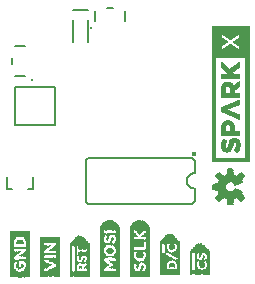
<source format=gto>
G75*
%MOIN*%
%OFA0B0*%
%FSLAX25Y25*%
%IPPOS*%
%LPD*%
%AMOC8*
5,1,8,0,0,1.08239X$1,22.5*
%
%ADD10C,0.00800*%
%ADD11C,0.01000*%
%ADD12C,0.01720*%
%ADD13C,0.00039*%
%ADD14C,0.00591*%
%ADD15R,0.00157X0.13071*%
%ADD16R,0.00157X0.02205*%
%ADD17R,0.00157X0.02835*%
%ADD18R,0.00157X0.07717*%
%ADD19R,0.00157X0.01890*%
%ADD20R,0.00157X0.02520*%
%ADD21R,0.00157X0.00630*%
%ADD22R,0.00157X0.01732*%
%ADD23R,0.00157X0.00472*%
%ADD24R,0.00157X0.01575*%
%ADD25R,0.00157X0.01417*%
%ADD26R,0.00157X0.01260*%
%ADD27R,0.00157X0.01102*%
%ADD28R,0.00157X0.02047*%
%ADD29R,0.00157X0.00787*%
%ADD30R,0.00157X0.00945*%
%ADD31R,0.00157X0.02362*%
%ADD32R,0.00157X0.00157*%
%ADD33R,0.00157X0.00315*%
%ADD34R,0.00157X0.02677*%
%ADD35R,0.00157X0.02992*%
%ADD36R,0.00157X0.03150*%
%ADD37R,0.00157X0.03307*%
%ADD38R,0.00157X0.03465*%
%ADD39R,0.00157X0.15276*%
%ADD40R,0.00157X0.11024*%
%ADD41R,0.00157X0.07874*%
%ADD42R,0.00157X0.08031*%
%ADD43R,0.00157X0.08346*%
%ADD44R,0.00157X0.08504*%
%ADD45R,0.00157X0.09606*%
%ADD46R,0.00157X0.09764*%
%ADD47R,0.00157X0.09921*%
%ADD48R,0.00157X0.10079*%
%ADD49R,0.00157X0.03622*%
%ADD50R,0.00157X0.04882*%
%ADD51R,0.00157X0.04724*%
%ADD52R,0.00157X0.04252*%
%ADD53R,0.00157X0.03780*%
%ADD54R,0.00157X0.08661*%
%ADD55R,0.00157X0.11181*%
%ADD56R,0.00157X0.11496*%
%ADD57R,0.00157X0.11654*%
%ADD58R,0.00157X0.07559*%
%ADD59R,0.00157X0.07244*%
%ADD60R,0.00157X0.12756*%
%ADD61R,0.00157X0.12913*%
%ADD62R,0.00157X0.06614*%
%ADD63R,0.00157X0.06142*%
%ADD64R,0.00157X0.05197*%
%ADD65R,0.00157X0.05354*%
%ADD66R,0.00157X0.05039*%
%ADD67R,0.00157X0.04567*%
%ADD68R,0.00157X0.13228*%
%ADD69R,0.00157X0.04409*%
%ADD70R,0.00157X0.04094*%
%ADD71R,0.00157X0.03937*%
%ADD72R,0.00157X0.11811*%
%ADD73R,0.00157X0.16378*%
%ADD74R,0.00157X0.16850*%
%ADD75R,0.00157X0.17165*%
%ADD76R,0.00157X0.17480*%
%ADD77R,0.00157X0.17638*%
%ADD78R,0.00157X0.17795*%
%ADD79R,0.00157X0.17953*%
D10*
X0161633Y0092337D02*
X0195033Y0092337D01*
X0195114Y0092349D01*
X0195194Y0092364D01*
X0195273Y0092383D01*
X0195351Y0092405D01*
X0195428Y0092432D01*
X0195504Y0092461D01*
X0195578Y0092495D01*
X0195650Y0092532D01*
X0195721Y0092572D01*
X0195789Y0092616D01*
X0195856Y0092663D01*
X0195920Y0092713D01*
X0195981Y0092766D01*
X0196040Y0092822D01*
X0196097Y0092881D01*
X0196150Y0092942D01*
X0196201Y0093006D01*
X0196248Y0093072D01*
X0196292Y0093140D01*
X0196333Y0093210D01*
X0196371Y0093282D01*
X0196405Y0093356D01*
X0196435Y0093432D01*
X0196462Y0093508D01*
X0196485Y0093586D01*
X0196505Y0093665D01*
X0196520Y0093745D01*
X0196532Y0093826D01*
X0196540Y0093906D01*
X0196544Y0093988D01*
X0196545Y0094069D01*
X0196541Y0094150D01*
X0196534Y0094231D01*
X0196533Y0094281D02*
X0196533Y0097600D01*
X0196333Y0097600D02*
X0196235Y0097602D01*
X0196137Y0097608D01*
X0196039Y0097617D01*
X0195942Y0097631D01*
X0195845Y0097648D01*
X0195749Y0097669D01*
X0195654Y0097694D01*
X0195560Y0097722D01*
X0195468Y0097755D01*
X0195376Y0097790D01*
X0195286Y0097830D01*
X0195198Y0097872D01*
X0195111Y0097919D01*
X0195027Y0097968D01*
X0194944Y0098021D01*
X0194864Y0098077D01*
X0194785Y0098137D01*
X0194709Y0098199D01*
X0194636Y0098264D01*
X0194565Y0098332D01*
X0194497Y0098403D01*
X0194432Y0098476D01*
X0194370Y0098552D01*
X0194310Y0098631D01*
X0194254Y0098711D01*
X0194201Y0098794D01*
X0194152Y0098878D01*
X0194105Y0098965D01*
X0194063Y0099053D01*
X0194023Y0099143D01*
X0193988Y0099235D01*
X0193955Y0099327D01*
X0193927Y0099421D01*
X0193902Y0099516D01*
X0193881Y0099612D01*
X0193864Y0099709D01*
X0193850Y0099806D01*
X0193841Y0099904D01*
X0193835Y0100002D01*
X0193833Y0100100D01*
X0193835Y0100198D01*
X0193841Y0100296D01*
X0193850Y0100394D01*
X0193864Y0100491D01*
X0193881Y0100588D01*
X0193902Y0100684D01*
X0193927Y0100779D01*
X0193955Y0100873D01*
X0193988Y0100965D01*
X0194023Y0101057D01*
X0194063Y0101147D01*
X0194105Y0101235D01*
X0194152Y0101322D01*
X0194201Y0101406D01*
X0194254Y0101489D01*
X0194310Y0101569D01*
X0194370Y0101648D01*
X0194432Y0101724D01*
X0194497Y0101797D01*
X0194565Y0101868D01*
X0194636Y0101936D01*
X0194709Y0102001D01*
X0194785Y0102063D01*
X0194864Y0102123D01*
X0194944Y0102179D01*
X0195027Y0102232D01*
X0195111Y0102281D01*
X0195198Y0102328D01*
X0195286Y0102370D01*
X0195376Y0102410D01*
X0195468Y0102445D01*
X0195560Y0102478D01*
X0195654Y0102506D01*
X0195749Y0102531D01*
X0195845Y0102552D01*
X0195942Y0102569D01*
X0196039Y0102583D01*
X0196137Y0102592D01*
X0196235Y0102598D01*
X0196333Y0102600D01*
X0196533Y0102600D02*
X0196533Y0106556D01*
X0196521Y0106626D01*
X0196504Y0106696D01*
X0196484Y0106764D01*
X0196461Y0106832D01*
X0196433Y0106898D01*
X0196402Y0106962D01*
X0196368Y0107024D01*
X0196330Y0107085D01*
X0196290Y0107144D01*
X0196246Y0107200D01*
X0196199Y0107253D01*
X0196149Y0107305D01*
X0196096Y0107353D01*
X0196041Y0107398D01*
X0195984Y0107441D01*
X0195924Y0107480D01*
X0195862Y0107516D01*
X0195799Y0107548D01*
X0195734Y0107577D01*
X0195667Y0107603D01*
X0195599Y0107625D01*
X0195530Y0107643D01*
X0195460Y0107657D01*
X0195389Y0107667D01*
X0195318Y0107674D01*
X0195247Y0107677D01*
X0195176Y0107676D01*
X0195104Y0107671D01*
X0195034Y0107662D01*
X0195033Y0107663D02*
X0161240Y0107663D01*
X0161239Y0107662D02*
X0161169Y0107650D01*
X0161099Y0107633D01*
X0161031Y0107613D01*
X0160964Y0107589D01*
X0160898Y0107562D01*
X0160833Y0107531D01*
X0160771Y0107497D01*
X0160710Y0107459D01*
X0160652Y0107418D01*
X0160595Y0107374D01*
X0160542Y0107327D01*
X0160491Y0107277D01*
X0160442Y0107225D01*
X0160397Y0107170D01*
X0160354Y0107112D01*
X0160315Y0107053D01*
X0160279Y0106991D01*
X0160247Y0106927D01*
X0160218Y0106862D01*
X0160192Y0106796D01*
X0160171Y0106728D01*
X0160152Y0106658D01*
X0160138Y0106589D01*
X0160128Y0106518D01*
X0160121Y0106447D01*
X0160118Y0106376D01*
X0160119Y0106304D01*
X0160124Y0106233D01*
X0160133Y0106162D01*
X0160133Y0106163D02*
X0160133Y0093837D01*
X0160135Y0093761D01*
X0160141Y0093686D01*
X0160150Y0093610D01*
X0160164Y0093535D01*
X0160181Y0093461D01*
X0160202Y0093388D01*
X0160226Y0093316D01*
X0160254Y0093246D01*
X0160286Y0093177D01*
X0160321Y0093109D01*
X0160360Y0093044D01*
X0160402Y0092980D01*
X0160447Y0092919D01*
X0160495Y0092860D01*
X0160546Y0092804D01*
X0160600Y0092750D01*
X0160656Y0092699D01*
X0160715Y0092651D01*
X0160776Y0092606D01*
X0160840Y0092564D01*
X0160905Y0092525D01*
X0160973Y0092490D01*
X0161042Y0092458D01*
X0161112Y0092430D01*
X0161184Y0092406D01*
X0161257Y0092385D01*
X0161331Y0092368D01*
X0161406Y0092354D01*
X0161482Y0092345D01*
X0161557Y0092339D01*
X0161633Y0092337D01*
X0142664Y0097244D02*
X0142664Y0101394D01*
X0142664Y0097244D02*
X0140983Y0097244D01*
X0135684Y0097244D02*
X0134003Y0097244D01*
X0134003Y0101394D01*
X0136640Y0118701D02*
X0136640Y0131299D01*
X0150026Y0131299D01*
X0150026Y0118701D01*
X0136640Y0118701D01*
X0136643Y0135000D02*
X0140024Y0135000D01*
X0135543Y0138943D02*
X0135543Y0141057D01*
X0136643Y0145000D02*
X0140024Y0145000D01*
X0155873Y0146457D02*
X0155873Y0153543D01*
X0155873Y0156969D02*
X0160794Y0156969D01*
X0163333Y0156691D02*
X0163333Y0153309D01*
X0160794Y0153543D02*
X0160794Y0146457D01*
X0173333Y0153309D02*
X0173333Y0156691D01*
X0169390Y0157791D02*
X0167277Y0157791D01*
D11*
X0162033Y0151000D03*
X0142333Y0133700D03*
D12*
X0196333Y0109100D03*
D13*
X0202105Y0109094D02*
X0203262Y0109094D01*
X0203262Y0109056D02*
X0202105Y0109056D01*
X0202105Y0109019D02*
X0203262Y0109019D01*
X0203262Y0108981D02*
X0202105Y0108981D01*
X0202105Y0108943D02*
X0203262Y0108943D01*
X0203262Y0108905D02*
X0202105Y0108905D01*
X0202105Y0108867D02*
X0203262Y0108867D01*
X0203262Y0108829D02*
X0202105Y0108829D01*
X0202105Y0108791D02*
X0203262Y0108791D01*
X0203262Y0108753D02*
X0202105Y0108753D01*
X0202105Y0108715D02*
X0203262Y0108715D01*
X0203262Y0108678D02*
X0202105Y0108678D01*
X0202105Y0108640D02*
X0203262Y0108640D01*
X0203262Y0108602D02*
X0202105Y0108602D01*
X0202105Y0108564D02*
X0203262Y0108564D01*
X0203262Y0108526D02*
X0202105Y0108526D01*
X0202105Y0108488D02*
X0203262Y0108488D01*
X0203262Y0108450D02*
X0202105Y0108450D01*
X0202105Y0108412D02*
X0203262Y0108412D01*
X0203262Y0108375D02*
X0202105Y0108375D01*
X0202105Y0108337D02*
X0203262Y0108337D01*
X0203262Y0108299D02*
X0202105Y0108299D01*
X0202105Y0108261D02*
X0203262Y0108261D01*
X0203262Y0108223D02*
X0202105Y0108223D01*
X0202105Y0108185D02*
X0203262Y0108185D01*
X0203262Y0108147D02*
X0202105Y0108147D01*
X0202105Y0108109D02*
X0203262Y0108109D01*
X0203262Y0108071D02*
X0202105Y0108071D01*
X0202105Y0108034D02*
X0203262Y0108034D01*
X0203262Y0107996D02*
X0202105Y0107996D01*
X0202105Y0107958D02*
X0203262Y0107958D01*
X0203262Y0107920D02*
X0202105Y0107920D01*
X0202105Y0107882D02*
X0203262Y0107882D01*
X0203262Y0107844D02*
X0202105Y0107844D01*
X0202105Y0107806D02*
X0203262Y0107806D01*
X0203262Y0107768D02*
X0202105Y0107768D01*
X0202105Y0107731D02*
X0203262Y0107731D01*
X0203262Y0107693D02*
X0202105Y0107693D01*
X0202105Y0107655D02*
X0214561Y0107655D01*
X0214561Y0107693D02*
X0213405Y0107693D01*
X0213405Y0107656D02*
X0203262Y0107656D01*
X0203262Y0141447D01*
X0208940Y0141447D01*
X0213405Y0141447D01*
X0213405Y0141042D01*
X0214561Y0141042D01*
X0214561Y0151500D01*
X0208940Y0151500D01*
X0208940Y0147726D01*
X0211353Y0149372D01*
X0211353Y0147810D01*
X0209283Y0146455D01*
X0211353Y0145092D01*
X0211353Y0143584D01*
X0208940Y0145241D01*
X0208940Y0141447D01*
X0208940Y0145241D01*
X0208284Y0145691D01*
X0205318Y0143674D01*
X0205318Y0145227D01*
X0207276Y0146496D01*
X0205318Y0147774D01*
X0205318Y0149281D01*
X0208266Y0147266D01*
X0208940Y0147726D01*
X0208940Y0151500D01*
X0202105Y0151500D01*
X0202105Y0141447D01*
X0202105Y0106500D01*
X0214561Y0106500D01*
X0214561Y0141042D01*
X0213405Y0141042D01*
X0213405Y0107656D01*
X0213405Y0107731D02*
X0214561Y0107731D01*
X0214561Y0107768D02*
X0213405Y0107768D01*
X0213405Y0107806D02*
X0214561Y0107806D01*
X0214561Y0107844D02*
X0213405Y0107844D01*
X0213405Y0107882D02*
X0214561Y0107882D01*
X0214561Y0107920D02*
X0213405Y0107920D01*
X0213405Y0107958D02*
X0214561Y0107958D01*
X0214561Y0107996D02*
X0213405Y0107996D01*
X0213405Y0108034D02*
X0214561Y0108034D01*
X0214561Y0108071D02*
X0213405Y0108071D01*
X0213405Y0108109D02*
X0214561Y0108109D01*
X0214561Y0108147D02*
X0213405Y0108147D01*
X0213405Y0108185D02*
X0214561Y0108185D01*
X0214561Y0108223D02*
X0213405Y0108223D01*
X0213405Y0108261D02*
X0214561Y0108261D01*
X0214561Y0108299D02*
X0213405Y0108299D01*
X0213405Y0108337D02*
X0214561Y0108337D01*
X0214561Y0108375D02*
X0213405Y0108375D01*
X0213405Y0108412D02*
X0214561Y0108412D01*
X0214561Y0108450D02*
X0213405Y0108450D01*
X0213405Y0108488D02*
X0214561Y0108488D01*
X0214561Y0108526D02*
X0213405Y0108526D01*
X0213405Y0108564D02*
X0214561Y0108564D01*
X0214561Y0108602D02*
X0213405Y0108602D01*
X0213405Y0108640D02*
X0214561Y0108640D01*
X0214561Y0108678D02*
X0213405Y0108678D01*
X0213405Y0108715D02*
X0214561Y0108715D01*
X0214561Y0108753D02*
X0213405Y0108753D01*
X0213405Y0108791D02*
X0214561Y0108791D01*
X0214561Y0108829D02*
X0213405Y0108829D01*
X0213405Y0108867D02*
X0214561Y0108867D01*
X0214561Y0108905D02*
X0213405Y0108905D01*
X0213405Y0108943D02*
X0214561Y0108943D01*
X0214561Y0108981D02*
X0213405Y0108981D01*
X0213405Y0109019D02*
X0214561Y0109019D01*
X0214561Y0109056D02*
X0213405Y0109056D01*
X0213405Y0109094D02*
X0214561Y0109094D01*
X0214561Y0109132D02*
X0213405Y0109132D01*
X0213405Y0109170D02*
X0214561Y0109170D01*
X0214561Y0109208D02*
X0213405Y0109208D01*
X0213405Y0109246D02*
X0214561Y0109246D01*
X0214561Y0109284D02*
X0213405Y0109284D01*
X0213405Y0109322D02*
X0214561Y0109322D01*
X0214561Y0109359D02*
X0213405Y0109359D01*
X0213405Y0109397D02*
X0214561Y0109397D01*
X0214561Y0109435D02*
X0213405Y0109435D01*
X0213405Y0109473D02*
X0214561Y0109473D01*
X0214561Y0109511D02*
X0213405Y0109511D01*
X0213405Y0109549D02*
X0214561Y0109549D01*
X0214561Y0109587D02*
X0213405Y0109587D01*
X0213405Y0109625D02*
X0214561Y0109625D01*
X0214561Y0109663D02*
X0213405Y0109663D01*
X0213405Y0109700D02*
X0214561Y0109700D01*
X0214561Y0109738D02*
X0213405Y0109738D01*
X0213405Y0109776D02*
X0214561Y0109776D01*
X0214561Y0109814D02*
X0213405Y0109814D01*
X0213405Y0109852D02*
X0214561Y0109852D01*
X0214561Y0109890D02*
X0213405Y0109890D01*
X0213405Y0109928D02*
X0214561Y0109928D01*
X0214561Y0109966D02*
X0213405Y0109966D01*
X0213405Y0110003D02*
X0214561Y0110003D01*
X0214561Y0110041D02*
X0213405Y0110041D01*
X0213405Y0110079D02*
X0214561Y0110079D01*
X0214561Y0110117D02*
X0213405Y0110117D01*
X0213405Y0110155D02*
X0214561Y0110155D01*
X0214561Y0110193D02*
X0213405Y0110193D01*
X0213405Y0110231D02*
X0214561Y0110231D01*
X0214561Y0110269D02*
X0213405Y0110269D01*
X0213405Y0110306D02*
X0214561Y0110306D01*
X0214561Y0110344D02*
X0213405Y0110344D01*
X0213405Y0110382D02*
X0214561Y0110382D01*
X0214561Y0110420D02*
X0213405Y0110420D01*
X0213405Y0110458D02*
X0214561Y0110458D01*
X0214561Y0110496D02*
X0213405Y0110496D01*
X0213405Y0110534D02*
X0214561Y0110534D01*
X0214561Y0110572D02*
X0213405Y0110572D01*
X0213405Y0110610D02*
X0214561Y0110610D01*
X0214561Y0110647D02*
X0213405Y0110647D01*
X0213405Y0110685D02*
X0214561Y0110685D01*
X0214561Y0110723D02*
X0213405Y0110723D01*
X0213405Y0110761D02*
X0214561Y0110761D01*
X0214561Y0110799D02*
X0213405Y0110799D01*
X0213405Y0110837D02*
X0214561Y0110837D01*
X0214561Y0110875D02*
X0213405Y0110875D01*
X0213405Y0110913D02*
X0214561Y0110913D01*
X0214561Y0110950D02*
X0213405Y0110950D01*
X0213405Y0110988D02*
X0214561Y0110988D01*
X0214561Y0111026D02*
X0213405Y0111026D01*
X0213405Y0111064D02*
X0214561Y0111064D01*
X0214561Y0111102D02*
X0213405Y0111102D01*
X0213405Y0111140D02*
X0214561Y0111140D01*
X0214561Y0111178D02*
X0213405Y0111178D01*
X0213405Y0111216D02*
X0214561Y0111216D01*
X0214561Y0111254D02*
X0213405Y0111254D01*
X0213405Y0111291D02*
X0214561Y0111291D01*
X0214561Y0111329D02*
X0213405Y0111329D01*
X0213405Y0111367D02*
X0214561Y0111367D01*
X0214561Y0111405D02*
X0213405Y0111405D01*
X0213405Y0111443D02*
X0214561Y0111443D01*
X0214561Y0111481D02*
X0213405Y0111481D01*
X0213405Y0111519D02*
X0214561Y0111519D01*
X0214561Y0111557D02*
X0213405Y0111557D01*
X0213405Y0111594D02*
X0214561Y0111594D01*
X0214561Y0111632D02*
X0213405Y0111632D01*
X0213405Y0111670D02*
X0214561Y0111670D01*
X0214561Y0111708D02*
X0213405Y0111708D01*
X0213405Y0111746D02*
X0214561Y0111746D01*
X0214561Y0111784D02*
X0213405Y0111784D01*
X0213405Y0111822D02*
X0214561Y0111822D01*
X0214561Y0111860D02*
X0213405Y0111860D01*
X0213405Y0111898D02*
X0214561Y0111898D01*
X0214561Y0111935D02*
X0213405Y0111935D01*
X0213405Y0111973D02*
X0214561Y0111973D01*
X0214561Y0112011D02*
X0213405Y0112011D01*
X0213405Y0112049D02*
X0214561Y0112049D01*
X0214561Y0112087D02*
X0213405Y0112087D01*
X0213405Y0112125D02*
X0214561Y0112125D01*
X0214561Y0112163D02*
X0213405Y0112163D01*
X0213405Y0112201D02*
X0214561Y0112201D01*
X0214561Y0112238D02*
X0213405Y0112238D01*
X0213405Y0112276D02*
X0214561Y0112276D01*
X0214561Y0112314D02*
X0213405Y0112314D01*
X0213405Y0112352D02*
X0214561Y0112352D01*
X0214561Y0112390D02*
X0213405Y0112390D01*
X0213405Y0112428D02*
X0214561Y0112428D01*
X0214561Y0112466D02*
X0213405Y0112466D01*
X0213405Y0112504D02*
X0214561Y0112504D01*
X0214561Y0112541D02*
X0213405Y0112541D01*
X0213405Y0112579D02*
X0214561Y0112579D01*
X0214561Y0112617D02*
X0213405Y0112617D01*
X0213405Y0112655D02*
X0214561Y0112655D01*
X0214561Y0112693D02*
X0213405Y0112693D01*
X0213405Y0112731D02*
X0214561Y0112731D01*
X0214561Y0112769D02*
X0213405Y0112769D01*
X0213405Y0112807D02*
X0214561Y0112807D01*
X0214561Y0112845D02*
X0213405Y0112845D01*
X0213405Y0112882D02*
X0214561Y0112882D01*
X0214561Y0112920D02*
X0213405Y0112920D01*
X0213405Y0112958D02*
X0214561Y0112958D01*
X0214561Y0112996D02*
X0213405Y0112996D01*
X0213405Y0113034D02*
X0214561Y0113034D01*
X0214561Y0113072D02*
X0213405Y0113072D01*
X0213405Y0113110D02*
X0214561Y0113110D01*
X0214561Y0113148D02*
X0213405Y0113148D01*
X0213405Y0113185D02*
X0214561Y0113185D01*
X0214561Y0113223D02*
X0213405Y0113223D01*
X0213405Y0113261D02*
X0214561Y0113261D01*
X0214561Y0113299D02*
X0213405Y0113299D01*
X0213405Y0113337D02*
X0214561Y0113337D01*
X0214561Y0113375D02*
X0213405Y0113375D01*
X0213405Y0113413D02*
X0214561Y0113413D01*
X0214561Y0113451D02*
X0213405Y0113451D01*
X0213405Y0113489D02*
X0214561Y0113489D01*
X0214561Y0113526D02*
X0213405Y0113526D01*
X0213405Y0113564D02*
X0214561Y0113564D01*
X0214561Y0113602D02*
X0213405Y0113602D01*
X0213405Y0113640D02*
X0214561Y0113640D01*
X0214561Y0113678D02*
X0213405Y0113678D01*
X0213405Y0113716D02*
X0214561Y0113716D01*
X0214561Y0113754D02*
X0213405Y0113754D01*
X0213405Y0113792D02*
X0214561Y0113792D01*
X0214561Y0113829D02*
X0213405Y0113829D01*
X0213405Y0113867D02*
X0214561Y0113867D01*
X0214561Y0113905D02*
X0213405Y0113905D01*
X0213405Y0113943D02*
X0214561Y0113943D01*
X0214561Y0113981D02*
X0213405Y0113981D01*
X0213405Y0114019D02*
X0214561Y0114019D01*
X0214561Y0114057D02*
X0213405Y0114057D01*
X0213405Y0114095D02*
X0214561Y0114095D01*
X0214561Y0114133D02*
X0213405Y0114133D01*
X0213405Y0114170D02*
X0214561Y0114170D01*
X0214561Y0114208D02*
X0213405Y0114208D01*
X0213405Y0114246D02*
X0214561Y0114246D01*
X0214561Y0114284D02*
X0213405Y0114284D01*
X0213405Y0114322D02*
X0214561Y0114322D01*
X0214561Y0114360D02*
X0213405Y0114360D01*
X0213405Y0114398D02*
X0214561Y0114398D01*
X0214561Y0114436D02*
X0213405Y0114436D01*
X0213405Y0114473D02*
X0214561Y0114473D01*
X0214561Y0114511D02*
X0213405Y0114511D01*
X0213405Y0114549D02*
X0214561Y0114549D01*
X0214561Y0114587D02*
X0213405Y0114587D01*
X0213405Y0114625D02*
X0214561Y0114625D01*
X0214561Y0114663D02*
X0213405Y0114663D01*
X0213405Y0114701D02*
X0214561Y0114701D01*
X0214561Y0114739D02*
X0213405Y0114739D01*
X0213405Y0114777D02*
X0214561Y0114777D01*
X0214561Y0114814D02*
X0213405Y0114814D01*
X0213405Y0114852D02*
X0214561Y0114852D01*
X0214561Y0114890D02*
X0213405Y0114890D01*
X0213405Y0114928D02*
X0214561Y0114928D01*
X0214561Y0114966D02*
X0213405Y0114966D01*
X0213405Y0115004D02*
X0214561Y0115004D01*
X0214561Y0115042D02*
X0213405Y0115042D01*
X0213405Y0115080D02*
X0214561Y0115080D01*
X0214561Y0115117D02*
X0213405Y0115117D01*
X0213405Y0115155D02*
X0214561Y0115155D01*
X0214561Y0115193D02*
X0213405Y0115193D01*
X0213405Y0115231D02*
X0214561Y0115231D01*
X0214561Y0115269D02*
X0213405Y0115269D01*
X0213405Y0115307D02*
X0214561Y0115307D01*
X0214561Y0115345D02*
X0213405Y0115345D01*
X0213405Y0115383D02*
X0214561Y0115383D01*
X0214561Y0115420D02*
X0213405Y0115420D01*
X0213405Y0115458D02*
X0214561Y0115458D01*
X0214561Y0115496D02*
X0213405Y0115496D01*
X0213405Y0115534D02*
X0214561Y0115534D01*
X0214561Y0115572D02*
X0213405Y0115572D01*
X0213405Y0115610D02*
X0214561Y0115610D01*
X0214561Y0115648D02*
X0213405Y0115648D01*
X0213405Y0115686D02*
X0214561Y0115686D01*
X0214561Y0115724D02*
X0213405Y0115724D01*
X0213405Y0115761D02*
X0214561Y0115761D01*
X0214561Y0115799D02*
X0213405Y0115799D01*
X0213405Y0115837D02*
X0214561Y0115837D01*
X0214561Y0115875D02*
X0213405Y0115875D01*
X0213405Y0115913D02*
X0214561Y0115913D01*
X0214561Y0115951D02*
X0213405Y0115951D01*
X0213405Y0115989D02*
X0214561Y0115989D01*
X0214561Y0116027D02*
X0213405Y0116027D01*
X0213405Y0116064D02*
X0214561Y0116064D01*
X0214561Y0116102D02*
X0213405Y0116102D01*
X0213405Y0116140D02*
X0214561Y0116140D01*
X0214561Y0116178D02*
X0213405Y0116178D01*
X0213405Y0116216D02*
X0214561Y0116216D01*
X0214561Y0116254D02*
X0213405Y0116254D01*
X0213405Y0116292D02*
X0214561Y0116292D01*
X0214561Y0116330D02*
X0213405Y0116330D01*
X0213405Y0116368D02*
X0214561Y0116368D01*
X0214561Y0116405D02*
X0213405Y0116405D01*
X0213405Y0116443D02*
X0214561Y0116443D01*
X0214561Y0116481D02*
X0213405Y0116481D01*
X0213405Y0116519D02*
X0214561Y0116519D01*
X0214561Y0116557D02*
X0213405Y0116557D01*
X0213405Y0116595D02*
X0214561Y0116595D01*
X0214561Y0116633D02*
X0213405Y0116633D01*
X0213405Y0116671D02*
X0214561Y0116671D01*
X0214561Y0116708D02*
X0213405Y0116708D01*
X0213405Y0116746D02*
X0214561Y0116746D01*
X0214561Y0116784D02*
X0213405Y0116784D01*
X0213405Y0116822D02*
X0214561Y0116822D01*
X0214561Y0116860D02*
X0213405Y0116860D01*
X0213405Y0116898D02*
X0214561Y0116898D01*
X0214561Y0116936D02*
X0213405Y0116936D01*
X0213405Y0116974D02*
X0214561Y0116974D01*
X0214561Y0117012D02*
X0213405Y0117012D01*
X0213405Y0117049D02*
X0214561Y0117049D01*
X0214561Y0117087D02*
X0213405Y0117087D01*
X0213405Y0117125D02*
X0214561Y0117125D01*
X0214561Y0117163D02*
X0213405Y0117163D01*
X0213405Y0117201D02*
X0214561Y0117201D01*
X0214561Y0117239D02*
X0213405Y0117239D01*
X0213405Y0117277D02*
X0214561Y0117277D01*
X0214561Y0117315D02*
X0213405Y0117315D01*
X0213405Y0117352D02*
X0214561Y0117352D01*
X0214561Y0117390D02*
X0213405Y0117390D01*
X0213405Y0117428D02*
X0214561Y0117428D01*
X0214561Y0117466D02*
X0213405Y0117466D01*
X0213405Y0117504D02*
X0214561Y0117504D01*
X0214561Y0117542D02*
X0213405Y0117542D01*
X0213405Y0117580D02*
X0214561Y0117580D01*
X0214561Y0117618D02*
X0213405Y0117618D01*
X0213405Y0117655D02*
X0214561Y0117655D01*
X0214561Y0117693D02*
X0213405Y0117693D01*
X0213405Y0117731D02*
X0214561Y0117731D01*
X0214561Y0117769D02*
X0213405Y0117769D01*
X0213405Y0117807D02*
X0214561Y0117807D01*
X0214561Y0117845D02*
X0213405Y0117845D01*
X0213405Y0117883D02*
X0214561Y0117883D01*
X0214561Y0117921D02*
X0213405Y0117921D01*
X0213405Y0117959D02*
X0214561Y0117959D01*
X0214561Y0117996D02*
X0213405Y0117996D01*
X0213405Y0118034D02*
X0214561Y0118034D01*
X0214561Y0118072D02*
X0213405Y0118072D01*
X0213405Y0118110D02*
X0214561Y0118110D01*
X0214561Y0118148D02*
X0213405Y0118148D01*
X0213405Y0118186D02*
X0214561Y0118186D01*
X0214561Y0118224D02*
X0213405Y0118224D01*
X0213405Y0118262D02*
X0214561Y0118262D01*
X0214561Y0118299D02*
X0213405Y0118299D01*
X0213405Y0118337D02*
X0214561Y0118337D01*
X0214561Y0118375D02*
X0213405Y0118375D01*
X0213405Y0118413D02*
X0214561Y0118413D01*
X0214561Y0118451D02*
X0213405Y0118451D01*
X0213405Y0118489D02*
X0214561Y0118489D01*
X0214561Y0118527D02*
X0213405Y0118527D01*
X0213405Y0118565D02*
X0214561Y0118565D01*
X0214561Y0118603D02*
X0213405Y0118603D01*
X0213405Y0118640D02*
X0214561Y0118640D01*
X0214561Y0118678D02*
X0213405Y0118678D01*
X0213405Y0118716D02*
X0214561Y0118716D01*
X0214561Y0118754D02*
X0213405Y0118754D01*
X0213405Y0118792D02*
X0214561Y0118792D01*
X0214561Y0118830D02*
X0213405Y0118830D01*
X0213405Y0118868D02*
X0214561Y0118868D01*
X0214561Y0118906D02*
X0213405Y0118906D01*
X0213405Y0118943D02*
X0214561Y0118943D01*
X0214561Y0118981D02*
X0213405Y0118981D01*
X0213405Y0119019D02*
X0214561Y0119019D01*
X0214561Y0119057D02*
X0213405Y0119057D01*
X0213405Y0119095D02*
X0214561Y0119095D01*
X0214561Y0119133D02*
X0213405Y0119133D01*
X0213405Y0119171D02*
X0214561Y0119171D01*
X0214561Y0119209D02*
X0213405Y0119209D01*
X0213405Y0119247D02*
X0214561Y0119247D01*
X0214561Y0119284D02*
X0213405Y0119284D01*
X0213405Y0119322D02*
X0214561Y0119322D01*
X0214561Y0119360D02*
X0213405Y0119360D01*
X0213405Y0119398D02*
X0214561Y0119398D01*
X0214561Y0119436D02*
X0213405Y0119436D01*
X0213405Y0119474D02*
X0214561Y0119474D01*
X0214561Y0119512D02*
X0213405Y0119512D01*
X0213405Y0119550D02*
X0214561Y0119550D01*
X0214561Y0119587D02*
X0213405Y0119587D01*
X0213405Y0119625D02*
X0214561Y0119625D01*
X0214561Y0119663D02*
X0213405Y0119663D01*
X0213405Y0119701D02*
X0214561Y0119701D01*
X0214561Y0119739D02*
X0213405Y0119739D01*
X0213405Y0119777D02*
X0214561Y0119777D01*
X0214561Y0119815D02*
X0213405Y0119815D01*
X0213405Y0119853D02*
X0214561Y0119853D01*
X0214561Y0119890D02*
X0213405Y0119890D01*
X0213405Y0119928D02*
X0214561Y0119928D01*
X0214561Y0119966D02*
X0213405Y0119966D01*
X0213405Y0120004D02*
X0214561Y0120004D01*
X0214561Y0120042D02*
X0213405Y0120042D01*
X0213405Y0120080D02*
X0214561Y0120080D01*
X0214561Y0120118D02*
X0213405Y0120118D01*
X0213405Y0120156D02*
X0214561Y0120156D01*
X0214561Y0120194D02*
X0213405Y0120194D01*
X0213405Y0120231D02*
X0214561Y0120231D01*
X0214561Y0120269D02*
X0213405Y0120269D01*
X0213405Y0120307D02*
X0214561Y0120307D01*
X0214561Y0120345D02*
X0213405Y0120345D01*
X0213405Y0120383D02*
X0214561Y0120383D01*
X0214561Y0120421D02*
X0213405Y0120421D01*
X0213405Y0120459D02*
X0214561Y0120459D01*
X0214561Y0120497D02*
X0213405Y0120497D01*
X0213405Y0120534D02*
X0214561Y0120534D01*
X0214561Y0120572D02*
X0213405Y0120572D01*
X0213405Y0120610D02*
X0214561Y0120610D01*
X0214561Y0120648D02*
X0213405Y0120648D01*
X0213405Y0120686D02*
X0214561Y0120686D01*
X0214561Y0120724D02*
X0213405Y0120724D01*
X0213405Y0120762D02*
X0214561Y0120762D01*
X0214561Y0120800D02*
X0213405Y0120800D01*
X0213405Y0120838D02*
X0214561Y0120838D01*
X0214561Y0120875D02*
X0213405Y0120875D01*
X0213405Y0120913D02*
X0214561Y0120913D01*
X0214561Y0120951D02*
X0213405Y0120951D01*
X0213405Y0120989D02*
X0214561Y0120989D01*
X0214561Y0121027D02*
X0213405Y0121027D01*
X0213405Y0121065D02*
X0214561Y0121065D01*
X0214561Y0121103D02*
X0213405Y0121103D01*
X0213405Y0121141D02*
X0214561Y0121141D01*
X0214561Y0121178D02*
X0213405Y0121178D01*
X0213405Y0121216D02*
X0214561Y0121216D01*
X0214561Y0121254D02*
X0213405Y0121254D01*
X0213405Y0121292D02*
X0214561Y0121292D01*
X0214561Y0121330D02*
X0213405Y0121330D01*
X0213405Y0121368D02*
X0214561Y0121368D01*
X0214561Y0121406D02*
X0213405Y0121406D01*
X0213405Y0121444D02*
X0214561Y0121444D01*
X0214561Y0121482D02*
X0213405Y0121482D01*
X0213405Y0121519D02*
X0214561Y0121519D01*
X0214561Y0121557D02*
X0213405Y0121557D01*
X0213405Y0121595D02*
X0214561Y0121595D01*
X0214561Y0121633D02*
X0213405Y0121633D01*
X0213405Y0121671D02*
X0214561Y0121671D01*
X0214561Y0121709D02*
X0213405Y0121709D01*
X0213405Y0121747D02*
X0214561Y0121747D01*
X0214561Y0121785D02*
X0213405Y0121785D01*
X0213405Y0121822D02*
X0214561Y0121822D01*
X0214561Y0121860D02*
X0213405Y0121860D01*
X0213405Y0121898D02*
X0214561Y0121898D01*
X0214561Y0121936D02*
X0213405Y0121936D01*
X0213405Y0121974D02*
X0214561Y0121974D01*
X0214561Y0122012D02*
X0213405Y0122012D01*
X0213405Y0122050D02*
X0214561Y0122050D01*
X0214561Y0122088D02*
X0213405Y0122088D01*
X0213405Y0122125D02*
X0214561Y0122125D01*
X0214561Y0122163D02*
X0213405Y0122163D01*
X0213405Y0122201D02*
X0214561Y0122201D01*
X0214561Y0122239D02*
X0213405Y0122239D01*
X0213405Y0122277D02*
X0214561Y0122277D01*
X0214561Y0122315D02*
X0213405Y0122315D01*
X0213405Y0122353D02*
X0214561Y0122353D01*
X0214561Y0122391D02*
X0213405Y0122391D01*
X0213405Y0122429D02*
X0214561Y0122429D01*
X0214561Y0122466D02*
X0213405Y0122466D01*
X0213405Y0122504D02*
X0214561Y0122504D01*
X0214561Y0122542D02*
X0213405Y0122542D01*
X0213405Y0122580D02*
X0214561Y0122580D01*
X0214561Y0122618D02*
X0213405Y0122618D01*
X0213405Y0122656D02*
X0214561Y0122656D01*
X0214561Y0122694D02*
X0213405Y0122694D01*
X0213405Y0122732D02*
X0214561Y0122732D01*
X0214561Y0122769D02*
X0213405Y0122769D01*
X0213405Y0122807D02*
X0214561Y0122807D01*
X0214561Y0122845D02*
X0213405Y0122845D01*
X0213405Y0122883D02*
X0214561Y0122883D01*
X0214561Y0122921D02*
X0213405Y0122921D01*
X0213405Y0122959D02*
X0214561Y0122959D01*
X0214561Y0122997D02*
X0213405Y0122997D01*
X0213405Y0123035D02*
X0214561Y0123035D01*
X0214561Y0123073D02*
X0213405Y0123073D01*
X0213405Y0123110D02*
X0214561Y0123110D01*
X0214561Y0123148D02*
X0213405Y0123148D01*
X0213405Y0123186D02*
X0214561Y0123186D01*
X0214561Y0123224D02*
X0213405Y0123224D01*
X0213405Y0123262D02*
X0214561Y0123262D01*
X0214561Y0123300D02*
X0213405Y0123300D01*
X0213405Y0123338D02*
X0214561Y0123338D01*
X0214561Y0123376D02*
X0213405Y0123376D01*
X0213405Y0123413D02*
X0214561Y0123413D01*
X0214561Y0123451D02*
X0213405Y0123451D01*
X0213405Y0123489D02*
X0214561Y0123489D01*
X0214561Y0123527D02*
X0213405Y0123527D01*
X0213405Y0123565D02*
X0214561Y0123565D01*
X0214561Y0123603D02*
X0213405Y0123603D01*
X0213405Y0123641D02*
X0214561Y0123641D01*
X0214561Y0123679D02*
X0213405Y0123679D01*
X0213405Y0123717D02*
X0214561Y0123717D01*
X0214561Y0123754D02*
X0213405Y0123754D01*
X0213405Y0123792D02*
X0214561Y0123792D01*
X0214561Y0123830D02*
X0213405Y0123830D01*
X0213405Y0123868D02*
X0214561Y0123868D01*
X0214561Y0123906D02*
X0213405Y0123906D01*
X0213405Y0123944D02*
X0214561Y0123944D01*
X0214561Y0123982D02*
X0213405Y0123982D01*
X0213405Y0124020D02*
X0214561Y0124020D01*
X0214561Y0124057D02*
X0213405Y0124057D01*
X0213405Y0124095D02*
X0214561Y0124095D01*
X0214561Y0124133D02*
X0213405Y0124133D01*
X0213405Y0124171D02*
X0214561Y0124171D01*
X0214561Y0124209D02*
X0213405Y0124209D01*
X0213405Y0124247D02*
X0214561Y0124247D01*
X0214561Y0124285D02*
X0213405Y0124285D01*
X0213405Y0124323D02*
X0214561Y0124323D01*
X0214561Y0124360D02*
X0213405Y0124360D01*
X0213405Y0124398D02*
X0214561Y0124398D01*
X0214561Y0124436D02*
X0213405Y0124436D01*
X0213405Y0124474D02*
X0214561Y0124474D01*
X0214561Y0124512D02*
X0213405Y0124512D01*
X0213405Y0124550D02*
X0214561Y0124550D01*
X0214561Y0124588D02*
X0213405Y0124588D01*
X0213405Y0124626D02*
X0214561Y0124626D01*
X0214561Y0124664D02*
X0213405Y0124664D01*
X0213405Y0124701D02*
X0214561Y0124701D01*
X0214561Y0124739D02*
X0213405Y0124739D01*
X0213405Y0124777D02*
X0214561Y0124777D01*
X0214561Y0124815D02*
X0213405Y0124815D01*
X0213405Y0124853D02*
X0214561Y0124853D01*
X0214561Y0124891D02*
X0213405Y0124891D01*
X0213405Y0124929D02*
X0214561Y0124929D01*
X0214561Y0124967D02*
X0213405Y0124967D01*
X0213405Y0125004D02*
X0214561Y0125004D01*
X0214561Y0125042D02*
X0213405Y0125042D01*
X0213405Y0125080D02*
X0214561Y0125080D01*
X0214561Y0125118D02*
X0213405Y0125118D01*
X0213405Y0125156D02*
X0214561Y0125156D01*
X0214561Y0125194D02*
X0213405Y0125194D01*
X0213405Y0125232D02*
X0214561Y0125232D01*
X0214561Y0125270D02*
X0213405Y0125270D01*
X0213405Y0125308D02*
X0214561Y0125308D01*
X0214561Y0125345D02*
X0213405Y0125345D01*
X0213405Y0125383D02*
X0214561Y0125383D01*
X0214561Y0125421D02*
X0213405Y0125421D01*
X0213405Y0125459D02*
X0214561Y0125459D01*
X0214561Y0125497D02*
X0213405Y0125497D01*
X0213405Y0125535D02*
X0214561Y0125535D01*
X0214561Y0125573D02*
X0213405Y0125573D01*
X0213405Y0125611D02*
X0214561Y0125611D01*
X0214561Y0125648D02*
X0213405Y0125648D01*
X0213405Y0125686D02*
X0214561Y0125686D01*
X0214561Y0125724D02*
X0213405Y0125724D01*
X0213405Y0125762D02*
X0214561Y0125762D01*
X0214561Y0125800D02*
X0213405Y0125800D01*
X0213405Y0125838D02*
X0214561Y0125838D01*
X0214561Y0125876D02*
X0213405Y0125876D01*
X0213405Y0125914D02*
X0214561Y0125914D01*
X0214561Y0125952D02*
X0213405Y0125952D01*
X0213405Y0125989D02*
X0214561Y0125989D01*
X0214561Y0126027D02*
X0213405Y0126027D01*
X0213405Y0126065D02*
X0214561Y0126065D01*
X0214561Y0126103D02*
X0213405Y0126103D01*
X0213405Y0126141D02*
X0214561Y0126141D01*
X0214561Y0126179D02*
X0213405Y0126179D01*
X0213405Y0126217D02*
X0214561Y0126217D01*
X0214561Y0126255D02*
X0213405Y0126255D01*
X0213405Y0126292D02*
X0214561Y0126292D01*
X0214561Y0126330D02*
X0213405Y0126330D01*
X0213405Y0126368D02*
X0214561Y0126368D01*
X0214561Y0126406D02*
X0213405Y0126406D01*
X0213405Y0126444D02*
X0214561Y0126444D01*
X0214561Y0126482D02*
X0213405Y0126482D01*
X0213405Y0126520D02*
X0214561Y0126520D01*
X0214561Y0126558D02*
X0213405Y0126558D01*
X0213405Y0126595D02*
X0214561Y0126595D01*
X0214561Y0126633D02*
X0213405Y0126633D01*
X0213405Y0126671D02*
X0214561Y0126671D01*
X0214561Y0126709D02*
X0213405Y0126709D01*
X0213405Y0126747D02*
X0214561Y0126747D01*
X0214561Y0126785D02*
X0213405Y0126785D01*
X0213405Y0126823D02*
X0214561Y0126823D01*
X0214561Y0126861D02*
X0213405Y0126861D01*
X0213405Y0126899D02*
X0214561Y0126899D01*
X0214561Y0126936D02*
X0213405Y0126936D01*
X0213405Y0126974D02*
X0214561Y0126974D01*
X0214561Y0127012D02*
X0213405Y0127012D01*
X0213405Y0127050D02*
X0214561Y0127050D01*
X0214561Y0127088D02*
X0213405Y0127088D01*
X0213405Y0127126D02*
X0214561Y0127126D01*
X0214561Y0127164D02*
X0213405Y0127164D01*
X0213405Y0127202D02*
X0214561Y0127202D01*
X0214561Y0127239D02*
X0213405Y0127239D01*
X0213405Y0127277D02*
X0214561Y0127277D01*
X0214561Y0127315D02*
X0213405Y0127315D01*
X0213405Y0127353D02*
X0214561Y0127353D01*
X0214561Y0127391D02*
X0213405Y0127391D01*
X0213405Y0127429D02*
X0214561Y0127429D01*
X0214561Y0127467D02*
X0213405Y0127467D01*
X0213405Y0127505D02*
X0214561Y0127505D01*
X0214561Y0127543D02*
X0213405Y0127543D01*
X0213405Y0127580D02*
X0214561Y0127580D01*
X0214561Y0127618D02*
X0213405Y0127618D01*
X0213405Y0127656D02*
X0214561Y0127656D01*
X0214561Y0127694D02*
X0213405Y0127694D01*
X0213405Y0127732D02*
X0214561Y0127732D01*
X0214561Y0127770D02*
X0213405Y0127770D01*
X0213405Y0127808D02*
X0214561Y0127808D01*
X0214561Y0127846D02*
X0213405Y0127846D01*
X0213405Y0127883D02*
X0214561Y0127883D01*
X0214561Y0127921D02*
X0213405Y0127921D01*
X0213405Y0127959D02*
X0214561Y0127959D01*
X0214561Y0127997D02*
X0213405Y0127997D01*
X0213405Y0128035D02*
X0214561Y0128035D01*
X0214561Y0128073D02*
X0213405Y0128073D01*
X0213405Y0128111D02*
X0214561Y0128111D01*
X0214561Y0128149D02*
X0213405Y0128149D01*
X0213405Y0128187D02*
X0214561Y0128187D01*
X0214561Y0128224D02*
X0213405Y0128224D01*
X0213405Y0128262D02*
X0214561Y0128262D01*
X0214561Y0128300D02*
X0213405Y0128300D01*
X0213405Y0128338D02*
X0214561Y0128338D01*
X0214561Y0128376D02*
X0213405Y0128376D01*
X0213405Y0128414D02*
X0214561Y0128414D01*
X0214561Y0128452D02*
X0213405Y0128452D01*
X0213405Y0128490D02*
X0214561Y0128490D01*
X0214561Y0128527D02*
X0213405Y0128527D01*
X0213405Y0128565D02*
X0214561Y0128565D01*
X0214561Y0128603D02*
X0213405Y0128603D01*
X0213405Y0128641D02*
X0214561Y0128641D01*
X0214561Y0128679D02*
X0213405Y0128679D01*
X0213405Y0128717D02*
X0214561Y0128717D01*
X0214561Y0128755D02*
X0213405Y0128755D01*
X0213405Y0128793D02*
X0214561Y0128793D01*
X0214561Y0128830D02*
X0213405Y0128830D01*
X0213405Y0128868D02*
X0214561Y0128868D01*
X0214561Y0128906D02*
X0213405Y0128906D01*
X0213405Y0128944D02*
X0214561Y0128944D01*
X0214561Y0128982D02*
X0213405Y0128982D01*
X0213405Y0129020D02*
X0214561Y0129020D01*
X0214561Y0129058D02*
X0213405Y0129058D01*
X0213405Y0129096D02*
X0214561Y0129096D01*
X0214561Y0129134D02*
X0213405Y0129134D01*
X0213405Y0129171D02*
X0214561Y0129171D01*
X0214561Y0129209D02*
X0213405Y0129209D01*
X0213405Y0129247D02*
X0214561Y0129247D01*
X0214561Y0129285D02*
X0213405Y0129285D01*
X0213405Y0129323D02*
X0214561Y0129323D01*
X0214561Y0129361D02*
X0213405Y0129361D01*
X0213405Y0129399D02*
X0214561Y0129399D01*
X0214561Y0129437D02*
X0213405Y0129437D01*
X0213405Y0129474D02*
X0214561Y0129474D01*
X0214561Y0129512D02*
X0213405Y0129512D01*
X0213405Y0129550D02*
X0214561Y0129550D01*
X0214561Y0129588D02*
X0213405Y0129588D01*
X0213405Y0129626D02*
X0214561Y0129626D01*
X0214561Y0129664D02*
X0213405Y0129664D01*
X0213405Y0129702D02*
X0214561Y0129702D01*
X0214561Y0129740D02*
X0213405Y0129740D01*
X0213405Y0129778D02*
X0214561Y0129778D01*
X0214561Y0129815D02*
X0213405Y0129815D01*
X0213405Y0129853D02*
X0214561Y0129853D01*
X0214561Y0129891D02*
X0213405Y0129891D01*
X0213405Y0129929D02*
X0214561Y0129929D01*
X0214561Y0129967D02*
X0213405Y0129967D01*
X0213405Y0130005D02*
X0214561Y0130005D01*
X0214561Y0130043D02*
X0213405Y0130043D01*
X0213405Y0130081D02*
X0214561Y0130081D01*
X0214561Y0130118D02*
X0213405Y0130118D01*
X0213405Y0130156D02*
X0214561Y0130156D01*
X0214561Y0130194D02*
X0213405Y0130194D01*
X0213405Y0130232D02*
X0214561Y0130232D01*
X0214561Y0130270D02*
X0213405Y0130270D01*
X0213405Y0130308D02*
X0214561Y0130308D01*
X0214561Y0130346D02*
X0213405Y0130346D01*
X0213405Y0130384D02*
X0214561Y0130384D01*
X0214561Y0130422D02*
X0213405Y0130422D01*
X0213405Y0130459D02*
X0214561Y0130459D01*
X0214561Y0130497D02*
X0213405Y0130497D01*
X0213405Y0130535D02*
X0214561Y0130535D01*
X0214561Y0130573D02*
X0213405Y0130573D01*
X0213405Y0130611D02*
X0214561Y0130611D01*
X0214561Y0130649D02*
X0213405Y0130649D01*
X0213405Y0130687D02*
X0214561Y0130687D01*
X0214561Y0130725D02*
X0213405Y0130725D01*
X0213405Y0130762D02*
X0214561Y0130762D01*
X0214561Y0130800D02*
X0213405Y0130800D01*
X0213405Y0130838D02*
X0214561Y0130838D01*
X0214561Y0130876D02*
X0213405Y0130876D01*
X0213405Y0130914D02*
X0214561Y0130914D01*
X0214561Y0130952D02*
X0213405Y0130952D01*
X0213405Y0130990D02*
X0214561Y0130990D01*
X0214561Y0131028D02*
X0213405Y0131028D01*
X0213405Y0131066D02*
X0214561Y0131066D01*
X0214561Y0131103D02*
X0213405Y0131103D01*
X0213405Y0131141D02*
X0214561Y0131141D01*
X0214561Y0131179D02*
X0213405Y0131179D01*
X0213405Y0131217D02*
X0214561Y0131217D01*
X0214561Y0131255D02*
X0213405Y0131255D01*
X0213405Y0131293D02*
X0214561Y0131293D01*
X0214561Y0131331D02*
X0213405Y0131331D01*
X0213405Y0131369D02*
X0214561Y0131369D01*
X0214561Y0131406D02*
X0213405Y0131406D01*
X0213405Y0131444D02*
X0214561Y0131444D01*
X0214561Y0131482D02*
X0213405Y0131482D01*
X0213405Y0131520D02*
X0214561Y0131520D01*
X0214561Y0131558D02*
X0213405Y0131558D01*
X0213405Y0131596D02*
X0214561Y0131596D01*
X0214561Y0131634D02*
X0213405Y0131634D01*
X0213405Y0131672D02*
X0214561Y0131672D01*
X0214561Y0131709D02*
X0213405Y0131709D01*
X0213405Y0131747D02*
X0214561Y0131747D01*
X0214561Y0131785D02*
X0213405Y0131785D01*
X0213405Y0131823D02*
X0214561Y0131823D01*
X0214561Y0131861D02*
X0213405Y0131861D01*
X0213405Y0131899D02*
X0214561Y0131899D01*
X0214561Y0131937D02*
X0213405Y0131937D01*
X0213405Y0131975D02*
X0214561Y0131975D01*
X0214561Y0132013D02*
X0213405Y0132013D01*
X0213405Y0132050D02*
X0214561Y0132050D01*
X0214561Y0132088D02*
X0213405Y0132088D01*
X0213405Y0132126D02*
X0214561Y0132126D01*
X0214561Y0132164D02*
X0213405Y0132164D01*
X0213405Y0132202D02*
X0214561Y0132202D01*
X0214561Y0132240D02*
X0213405Y0132240D01*
X0213405Y0132278D02*
X0214561Y0132278D01*
X0214561Y0132316D02*
X0213405Y0132316D01*
X0213405Y0132353D02*
X0214561Y0132353D01*
X0214561Y0132391D02*
X0213405Y0132391D01*
X0213405Y0132429D02*
X0214561Y0132429D01*
X0214561Y0132467D02*
X0213405Y0132467D01*
X0213405Y0132505D02*
X0214561Y0132505D01*
X0214561Y0132543D02*
X0213405Y0132543D01*
X0213405Y0132581D02*
X0214561Y0132581D01*
X0214561Y0132619D02*
X0213405Y0132619D01*
X0213405Y0132657D02*
X0214561Y0132657D01*
X0214561Y0132694D02*
X0213405Y0132694D01*
X0213405Y0132732D02*
X0214561Y0132732D01*
X0214561Y0132770D02*
X0213405Y0132770D01*
X0213405Y0132808D02*
X0214561Y0132808D01*
X0214561Y0132846D02*
X0213405Y0132846D01*
X0213405Y0132884D02*
X0214561Y0132884D01*
X0214561Y0132922D02*
X0213405Y0132922D01*
X0213405Y0132960D02*
X0214561Y0132960D01*
X0214561Y0132997D02*
X0213405Y0132997D01*
X0213405Y0133035D02*
X0214561Y0133035D01*
X0214561Y0133073D02*
X0213405Y0133073D01*
X0213405Y0133111D02*
X0214561Y0133111D01*
X0214561Y0133149D02*
X0213405Y0133149D01*
X0213405Y0133187D02*
X0214561Y0133187D01*
X0214561Y0133225D02*
X0213405Y0133225D01*
X0213405Y0133263D02*
X0214561Y0133263D01*
X0214561Y0133301D02*
X0213405Y0133301D01*
X0213405Y0133338D02*
X0214561Y0133338D01*
X0214561Y0133376D02*
X0213405Y0133376D01*
X0213405Y0133414D02*
X0214561Y0133414D01*
X0214561Y0133452D02*
X0213405Y0133452D01*
X0213405Y0133490D02*
X0214561Y0133490D01*
X0214561Y0133528D02*
X0213405Y0133528D01*
X0213405Y0133566D02*
X0214561Y0133566D01*
X0214561Y0133604D02*
X0213405Y0133604D01*
X0213405Y0133641D02*
X0214561Y0133641D01*
X0214561Y0133679D02*
X0213405Y0133679D01*
X0213405Y0133717D02*
X0214561Y0133717D01*
X0214561Y0133755D02*
X0213405Y0133755D01*
X0213405Y0133793D02*
X0214561Y0133793D01*
X0214561Y0133831D02*
X0213405Y0133831D01*
X0213405Y0133869D02*
X0214561Y0133869D01*
X0214561Y0133907D02*
X0213405Y0133907D01*
X0213405Y0133944D02*
X0214561Y0133944D01*
X0214561Y0133982D02*
X0213405Y0133982D01*
X0213405Y0134020D02*
X0214561Y0134020D01*
X0214561Y0134058D02*
X0213405Y0134058D01*
X0213405Y0134096D02*
X0214561Y0134096D01*
X0214561Y0134134D02*
X0213405Y0134134D01*
X0213405Y0134172D02*
X0214561Y0134172D01*
X0214561Y0134210D02*
X0213405Y0134210D01*
X0213405Y0134248D02*
X0214561Y0134248D01*
X0214561Y0134285D02*
X0213405Y0134285D01*
X0213405Y0134323D02*
X0214561Y0134323D01*
X0214561Y0134361D02*
X0213405Y0134361D01*
X0213405Y0134399D02*
X0214561Y0134399D01*
X0214561Y0134437D02*
X0213405Y0134437D01*
X0213405Y0134475D02*
X0214561Y0134475D01*
X0214561Y0134513D02*
X0213405Y0134513D01*
X0213405Y0134551D02*
X0214561Y0134551D01*
X0214561Y0134588D02*
X0213405Y0134588D01*
X0213405Y0134626D02*
X0214561Y0134626D01*
X0214561Y0134664D02*
X0213405Y0134664D01*
X0213405Y0134702D02*
X0214561Y0134702D01*
X0214561Y0134740D02*
X0213405Y0134740D01*
X0213405Y0134778D02*
X0214561Y0134778D01*
X0214561Y0134816D02*
X0213405Y0134816D01*
X0213405Y0134854D02*
X0214561Y0134854D01*
X0214561Y0134892D02*
X0213405Y0134892D01*
X0213405Y0134929D02*
X0214561Y0134929D01*
X0214561Y0134967D02*
X0213405Y0134967D01*
X0213405Y0135005D02*
X0214561Y0135005D01*
X0214561Y0135043D02*
X0213405Y0135043D01*
X0213405Y0135081D02*
X0214561Y0135081D01*
X0214561Y0135119D02*
X0213405Y0135119D01*
X0213405Y0135157D02*
X0214561Y0135157D01*
X0214561Y0135195D02*
X0213405Y0135195D01*
X0213405Y0135232D02*
X0214561Y0135232D01*
X0214561Y0135270D02*
X0213405Y0135270D01*
X0213405Y0135308D02*
X0214561Y0135308D01*
X0214561Y0135346D02*
X0213405Y0135346D01*
X0213405Y0135384D02*
X0214561Y0135384D01*
X0214561Y0135422D02*
X0213405Y0135422D01*
X0213405Y0135460D02*
X0214561Y0135460D01*
X0214561Y0135498D02*
X0213405Y0135498D01*
X0213405Y0135536D02*
X0214561Y0135536D01*
X0214561Y0135573D02*
X0213405Y0135573D01*
X0213405Y0135611D02*
X0214561Y0135611D01*
X0214561Y0135649D02*
X0213405Y0135649D01*
X0213405Y0135687D02*
X0214561Y0135687D01*
X0214561Y0135725D02*
X0213405Y0135725D01*
X0213405Y0135763D02*
X0214561Y0135763D01*
X0214561Y0135801D02*
X0213405Y0135801D01*
X0213405Y0135839D02*
X0214561Y0135839D01*
X0214561Y0135876D02*
X0213405Y0135876D01*
X0213405Y0135914D02*
X0214561Y0135914D01*
X0214561Y0135952D02*
X0213405Y0135952D01*
X0213405Y0135990D02*
X0214561Y0135990D01*
X0214561Y0136028D02*
X0213405Y0136028D01*
X0213405Y0136066D02*
X0214561Y0136066D01*
X0214561Y0136104D02*
X0213405Y0136104D01*
X0213405Y0136142D02*
X0214561Y0136142D01*
X0214561Y0136179D02*
X0213405Y0136179D01*
X0213405Y0136217D02*
X0214561Y0136217D01*
X0214561Y0136255D02*
X0213405Y0136255D01*
X0213405Y0136293D02*
X0214561Y0136293D01*
X0214561Y0136331D02*
X0213405Y0136331D01*
X0213405Y0136369D02*
X0214561Y0136369D01*
X0214561Y0136407D02*
X0213405Y0136407D01*
X0213405Y0136445D02*
X0214561Y0136445D01*
X0214561Y0136483D02*
X0213405Y0136483D01*
X0213405Y0136520D02*
X0214561Y0136520D01*
X0214561Y0136558D02*
X0213405Y0136558D01*
X0213405Y0136596D02*
X0214561Y0136596D01*
X0214561Y0136634D02*
X0213405Y0136634D01*
X0213405Y0136672D02*
X0214561Y0136672D01*
X0214561Y0136710D02*
X0213405Y0136710D01*
X0213405Y0136748D02*
X0214561Y0136748D01*
X0214561Y0136786D02*
X0213405Y0136786D01*
X0213405Y0136823D02*
X0214561Y0136823D01*
X0214561Y0136861D02*
X0213405Y0136861D01*
X0213405Y0136899D02*
X0214561Y0136899D01*
X0214561Y0136937D02*
X0213405Y0136937D01*
X0213405Y0136975D02*
X0214561Y0136975D01*
X0214561Y0137013D02*
X0213405Y0137013D01*
X0213405Y0137051D02*
X0214561Y0137051D01*
X0214561Y0137089D02*
X0213405Y0137089D01*
X0213405Y0137127D02*
X0214561Y0137127D01*
X0214561Y0137164D02*
X0213405Y0137164D01*
X0213405Y0137202D02*
X0214561Y0137202D01*
X0214561Y0137240D02*
X0213405Y0137240D01*
X0213405Y0137278D02*
X0214561Y0137278D01*
X0214561Y0137316D02*
X0213405Y0137316D01*
X0213405Y0137354D02*
X0214561Y0137354D01*
X0214561Y0137392D02*
X0213405Y0137392D01*
X0213405Y0137430D02*
X0214561Y0137430D01*
X0214561Y0137467D02*
X0213405Y0137467D01*
X0213405Y0137505D02*
X0214561Y0137505D01*
X0214561Y0137543D02*
X0213405Y0137543D01*
X0213405Y0137581D02*
X0214561Y0137581D01*
X0214561Y0137619D02*
X0213405Y0137619D01*
X0213405Y0137657D02*
X0214561Y0137657D01*
X0214561Y0137695D02*
X0213405Y0137695D01*
X0213405Y0137733D02*
X0214561Y0137733D01*
X0214561Y0137771D02*
X0213405Y0137771D01*
X0213405Y0137808D02*
X0214561Y0137808D01*
X0214561Y0137846D02*
X0213405Y0137846D01*
X0213405Y0137884D02*
X0214561Y0137884D01*
X0214561Y0137922D02*
X0213405Y0137922D01*
X0213405Y0137960D02*
X0214561Y0137960D01*
X0214561Y0137998D02*
X0213405Y0137998D01*
X0213405Y0138036D02*
X0214561Y0138036D01*
X0214561Y0138074D02*
X0213405Y0138074D01*
X0213405Y0138111D02*
X0214561Y0138111D01*
X0214561Y0138149D02*
X0213405Y0138149D01*
X0213405Y0138187D02*
X0214561Y0138187D01*
X0214561Y0138225D02*
X0213405Y0138225D01*
X0213405Y0138263D02*
X0214561Y0138263D01*
X0214561Y0138301D02*
X0213405Y0138301D01*
X0213405Y0138339D02*
X0214561Y0138339D01*
X0214561Y0138377D02*
X0213405Y0138377D01*
X0213405Y0138414D02*
X0214561Y0138414D01*
X0214561Y0138452D02*
X0213405Y0138452D01*
X0213405Y0138490D02*
X0214561Y0138490D01*
X0214561Y0138528D02*
X0213405Y0138528D01*
X0213405Y0138566D02*
X0214561Y0138566D01*
X0214561Y0138604D02*
X0213405Y0138604D01*
X0213405Y0138642D02*
X0214561Y0138642D01*
X0214561Y0138680D02*
X0213405Y0138680D01*
X0213405Y0138718D02*
X0214561Y0138718D01*
X0214561Y0138755D02*
X0213405Y0138755D01*
X0213405Y0138793D02*
X0214561Y0138793D01*
X0214561Y0138831D02*
X0213405Y0138831D01*
X0213405Y0138869D02*
X0214561Y0138869D01*
X0214561Y0138907D02*
X0213405Y0138907D01*
X0213405Y0138945D02*
X0214561Y0138945D01*
X0214561Y0138983D02*
X0213405Y0138983D01*
X0213405Y0139021D02*
X0214561Y0139021D01*
X0214561Y0139058D02*
X0213405Y0139058D01*
X0213405Y0139096D02*
X0214561Y0139096D01*
X0214561Y0139134D02*
X0213405Y0139134D01*
X0213405Y0139172D02*
X0214561Y0139172D01*
X0214561Y0139210D02*
X0213405Y0139210D01*
X0213405Y0139248D02*
X0214561Y0139248D01*
X0214561Y0139286D02*
X0213405Y0139286D01*
X0213405Y0139324D02*
X0214561Y0139324D01*
X0214561Y0139362D02*
X0213405Y0139362D01*
X0213405Y0139399D02*
X0214561Y0139399D01*
X0214561Y0139437D02*
X0213405Y0139437D01*
X0213405Y0139475D02*
X0214561Y0139475D01*
X0214561Y0139513D02*
X0213405Y0139513D01*
X0213405Y0139551D02*
X0214561Y0139551D01*
X0214561Y0139589D02*
X0213405Y0139589D01*
X0213405Y0139627D02*
X0214561Y0139627D01*
X0214561Y0139665D02*
X0213405Y0139665D01*
X0213405Y0139702D02*
X0214561Y0139702D01*
X0214561Y0139740D02*
X0213405Y0139740D01*
X0213405Y0139778D02*
X0214561Y0139778D01*
X0214561Y0139816D02*
X0213405Y0139816D01*
X0213405Y0139854D02*
X0214561Y0139854D01*
X0214561Y0139892D02*
X0213405Y0139892D01*
X0213405Y0139930D02*
X0214561Y0139930D01*
X0214561Y0139968D02*
X0213405Y0139968D01*
X0213405Y0140006D02*
X0214561Y0140006D01*
X0214561Y0140043D02*
X0213405Y0140043D01*
X0213405Y0140081D02*
X0214561Y0140081D01*
X0214561Y0140119D02*
X0213405Y0140119D01*
X0213405Y0140157D02*
X0214561Y0140157D01*
X0214561Y0140195D02*
X0213405Y0140195D01*
X0213405Y0140233D02*
X0214561Y0140233D01*
X0214561Y0140271D02*
X0213405Y0140271D01*
X0213405Y0140309D02*
X0214561Y0140309D01*
X0214561Y0140346D02*
X0213405Y0140346D01*
X0213405Y0140384D02*
X0214561Y0140384D01*
X0214561Y0140422D02*
X0213405Y0140422D01*
X0213405Y0140460D02*
X0214561Y0140460D01*
X0214561Y0140498D02*
X0213405Y0140498D01*
X0213405Y0140536D02*
X0214561Y0140536D01*
X0214561Y0140574D02*
X0213405Y0140574D01*
X0213405Y0140612D02*
X0214561Y0140612D01*
X0214561Y0140649D02*
X0213405Y0140649D01*
X0213405Y0140687D02*
X0214561Y0140687D01*
X0214561Y0140725D02*
X0213405Y0140725D01*
X0213405Y0140763D02*
X0214561Y0140763D01*
X0214561Y0140801D02*
X0213405Y0140801D01*
X0213405Y0140839D02*
X0214561Y0140839D01*
X0214561Y0140877D02*
X0213405Y0140877D01*
X0213405Y0140915D02*
X0214561Y0140915D01*
X0214561Y0140953D02*
X0213405Y0140953D01*
X0213405Y0140990D02*
X0214561Y0140990D01*
X0214561Y0141028D02*
X0213405Y0141028D01*
X0213405Y0141066D02*
X0214561Y0141066D01*
X0214561Y0141104D02*
X0213405Y0141104D01*
X0213405Y0141142D02*
X0214561Y0141142D01*
X0214561Y0141180D02*
X0213405Y0141180D01*
X0213405Y0141218D02*
X0214561Y0141218D01*
X0214561Y0141256D02*
X0213405Y0141256D01*
X0213405Y0141293D02*
X0214561Y0141293D01*
X0214561Y0141331D02*
X0213405Y0141331D01*
X0213405Y0141369D02*
X0214561Y0141369D01*
X0214561Y0141407D02*
X0213405Y0141407D01*
X0213405Y0141445D02*
X0214561Y0141445D01*
X0214561Y0141483D02*
X0208940Y0141483D01*
X0202105Y0141483D01*
X0202105Y0141521D02*
X0208940Y0141521D01*
X0214561Y0141521D01*
X0214561Y0141559D02*
X0208940Y0141559D01*
X0202105Y0141559D01*
X0202105Y0141597D02*
X0208940Y0141597D01*
X0214561Y0141597D01*
X0214561Y0141634D02*
X0208940Y0141634D01*
X0202105Y0141634D01*
X0202105Y0141672D02*
X0208940Y0141672D01*
X0214561Y0141672D01*
X0214561Y0141710D02*
X0208940Y0141710D01*
X0202105Y0141710D01*
X0202105Y0141748D02*
X0208940Y0141748D01*
X0214561Y0141748D01*
X0214561Y0141786D02*
X0208940Y0141786D01*
X0202105Y0141786D01*
X0202105Y0141824D02*
X0208940Y0141824D01*
X0214561Y0141824D01*
X0214561Y0141862D02*
X0208940Y0141862D01*
X0202105Y0141862D01*
X0202105Y0141900D02*
X0208940Y0141900D01*
X0214561Y0141900D01*
X0214561Y0141937D02*
X0208940Y0141937D01*
X0202105Y0141937D01*
X0202105Y0141975D02*
X0208940Y0141975D01*
X0214561Y0141975D01*
X0214561Y0142013D02*
X0208940Y0142013D01*
X0202105Y0142013D01*
X0202105Y0142051D02*
X0208940Y0142051D01*
X0214561Y0142051D01*
X0214561Y0142089D02*
X0208940Y0142089D01*
X0202105Y0142089D01*
X0202105Y0142127D02*
X0208940Y0142127D01*
X0214561Y0142127D01*
X0214561Y0142165D02*
X0208940Y0142165D01*
X0202105Y0142165D01*
X0202105Y0142203D02*
X0208940Y0142203D01*
X0214561Y0142203D01*
X0214561Y0142241D02*
X0208940Y0142241D01*
X0202105Y0142241D01*
X0202105Y0142278D02*
X0208940Y0142278D01*
X0214561Y0142278D01*
X0214561Y0142316D02*
X0208940Y0142316D01*
X0202105Y0142316D01*
X0202105Y0142354D02*
X0208940Y0142354D01*
X0214561Y0142354D01*
X0214561Y0142392D02*
X0208940Y0142392D01*
X0202105Y0142392D01*
X0202105Y0142430D02*
X0208940Y0142430D01*
X0214561Y0142430D01*
X0214561Y0142468D02*
X0208940Y0142468D01*
X0202105Y0142468D01*
X0202105Y0142506D02*
X0208940Y0142506D01*
X0214561Y0142506D01*
X0214561Y0142544D02*
X0208940Y0142544D01*
X0202105Y0142544D01*
X0202105Y0142581D02*
X0208940Y0142581D01*
X0214561Y0142581D01*
X0214561Y0142619D02*
X0208940Y0142619D01*
X0202105Y0142619D01*
X0202105Y0142657D02*
X0208940Y0142657D01*
X0214561Y0142657D01*
X0214561Y0142695D02*
X0208940Y0142695D01*
X0202105Y0142695D01*
X0202105Y0142733D02*
X0208940Y0142733D01*
X0214561Y0142733D01*
X0214561Y0142771D02*
X0208940Y0142771D01*
X0202105Y0142771D01*
X0202105Y0142809D02*
X0208940Y0142809D01*
X0214561Y0142809D01*
X0214561Y0142847D02*
X0208940Y0142847D01*
X0202105Y0142847D01*
X0202105Y0142884D02*
X0208940Y0142884D01*
X0214561Y0142884D01*
X0214561Y0142922D02*
X0208940Y0142922D01*
X0202105Y0142922D01*
X0202105Y0142960D02*
X0208940Y0142960D01*
X0214561Y0142960D01*
X0214561Y0142998D02*
X0208940Y0142998D01*
X0202105Y0142998D01*
X0202105Y0143036D02*
X0208940Y0143036D01*
X0214561Y0143036D01*
X0214561Y0143074D02*
X0208940Y0143074D01*
X0202105Y0143074D01*
X0202105Y0143112D02*
X0208940Y0143112D01*
X0214561Y0143112D01*
X0214561Y0143150D02*
X0208940Y0143150D01*
X0202105Y0143150D01*
X0202105Y0143188D02*
X0208940Y0143188D01*
X0214561Y0143188D01*
X0214561Y0143225D02*
X0208940Y0143225D01*
X0202105Y0143225D01*
X0202105Y0143263D02*
X0208940Y0143263D01*
X0214561Y0143263D01*
X0214561Y0143301D02*
X0208940Y0143301D01*
X0202105Y0143301D01*
X0202105Y0143339D02*
X0208940Y0143339D01*
X0214561Y0143339D01*
X0214561Y0143377D02*
X0208940Y0143377D01*
X0202105Y0143377D01*
X0202105Y0143415D02*
X0208940Y0143415D01*
X0214561Y0143415D01*
X0214561Y0143453D02*
X0208940Y0143453D01*
X0202105Y0143453D01*
X0202105Y0143491D02*
X0208940Y0143491D01*
X0214561Y0143491D01*
X0214561Y0143528D02*
X0208940Y0143528D01*
X0202105Y0143528D01*
X0202105Y0143566D02*
X0208940Y0143566D01*
X0214561Y0143566D01*
X0214561Y0143604D02*
X0211353Y0143604D01*
X0211324Y0143604D02*
X0208940Y0143604D01*
X0202105Y0143604D01*
X0202105Y0143642D02*
X0208940Y0143642D01*
X0211269Y0143642D01*
X0211214Y0143680D02*
X0208940Y0143680D01*
X0205326Y0143680D01*
X0205318Y0143680D02*
X0202105Y0143680D01*
X0202105Y0143718D02*
X0205318Y0143718D01*
X0205318Y0143756D02*
X0202105Y0143756D01*
X0202105Y0143794D02*
X0205318Y0143794D01*
X0205318Y0143832D02*
X0202105Y0143832D01*
X0202105Y0143869D02*
X0205318Y0143869D01*
X0205318Y0143907D02*
X0202105Y0143907D01*
X0202105Y0143945D02*
X0205318Y0143945D01*
X0205318Y0143983D02*
X0202105Y0143983D01*
X0202105Y0144021D02*
X0205318Y0144021D01*
X0205318Y0144059D02*
X0202105Y0144059D01*
X0202105Y0144097D02*
X0205318Y0144097D01*
X0205318Y0144135D02*
X0202105Y0144135D01*
X0202105Y0144172D02*
X0205318Y0144172D01*
X0205318Y0144210D02*
X0202105Y0144210D01*
X0202105Y0144248D02*
X0205318Y0144248D01*
X0205318Y0144286D02*
X0202105Y0144286D01*
X0202105Y0144324D02*
X0205318Y0144324D01*
X0205318Y0144362D02*
X0202105Y0144362D01*
X0202105Y0144400D02*
X0205318Y0144400D01*
X0205318Y0144438D02*
X0202105Y0144438D01*
X0202105Y0144476D02*
X0205318Y0144476D01*
X0205318Y0144513D02*
X0202105Y0144513D01*
X0202105Y0144551D02*
X0205318Y0144551D01*
X0205318Y0144589D02*
X0202105Y0144589D01*
X0202105Y0144627D02*
X0205318Y0144627D01*
X0205318Y0144665D02*
X0202105Y0144665D01*
X0202105Y0144703D02*
X0205318Y0144703D01*
X0205318Y0144741D02*
X0202105Y0144741D01*
X0202105Y0144779D02*
X0205318Y0144779D01*
X0205318Y0144816D02*
X0202105Y0144816D01*
X0202105Y0144854D02*
X0205318Y0144854D01*
X0205318Y0144892D02*
X0202105Y0144892D01*
X0202105Y0144930D02*
X0205318Y0144930D01*
X0205318Y0144968D02*
X0202105Y0144968D01*
X0202105Y0145006D02*
X0205318Y0145006D01*
X0205318Y0145044D02*
X0202105Y0145044D01*
X0202105Y0145082D02*
X0205318Y0145082D01*
X0205318Y0145120D02*
X0202105Y0145120D01*
X0202105Y0145157D02*
X0205318Y0145157D01*
X0205318Y0145195D02*
X0202105Y0145195D01*
X0202105Y0145233D02*
X0205328Y0145233D01*
X0205386Y0145271D02*
X0202105Y0145271D01*
X0202105Y0145309D02*
X0205445Y0145309D01*
X0205503Y0145347D02*
X0202105Y0145347D01*
X0202105Y0145385D02*
X0205562Y0145385D01*
X0205620Y0145423D02*
X0202105Y0145423D01*
X0202105Y0145460D02*
X0205678Y0145460D01*
X0205737Y0145498D02*
X0202105Y0145498D01*
X0202105Y0145536D02*
X0205795Y0145536D01*
X0205854Y0145574D02*
X0202105Y0145574D01*
X0202105Y0145612D02*
X0205912Y0145612D01*
X0205971Y0145650D02*
X0202105Y0145650D01*
X0202105Y0145688D02*
X0206029Y0145688D01*
X0206087Y0145726D02*
X0202105Y0145726D01*
X0202105Y0145763D02*
X0206146Y0145763D01*
X0206204Y0145801D02*
X0202105Y0145801D01*
X0202105Y0145839D02*
X0206263Y0145839D01*
X0206321Y0145877D02*
X0202105Y0145877D01*
X0202105Y0145915D02*
X0206380Y0145915D01*
X0206438Y0145953D02*
X0202105Y0145953D01*
X0202105Y0145991D02*
X0206496Y0145991D01*
X0206555Y0146029D02*
X0202105Y0146029D01*
X0202105Y0146067D02*
X0206613Y0146067D01*
X0206672Y0146104D02*
X0202105Y0146104D01*
X0202105Y0146142D02*
X0206730Y0146142D01*
X0206789Y0146180D02*
X0202105Y0146180D01*
X0202105Y0146218D02*
X0206847Y0146218D01*
X0206906Y0146256D02*
X0202105Y0146256D01*
X0202105Y0146294D02*
X0206964Y0146294D01*
X0207022Y0146332D02*
X0202105Y0146332D01*
X0202105Y0146370D02*
X0207081Y0146370D01*
X0207139Y0146407D02*
X0202105Y0146407D01*
X0202105Y0146445D02*
X0207198Y0146445D01*
X0207256Y0146483D02*
X0202105Y0146483D01*
X0202105Y0146521D02*
X0207237Y0146521D01*
X0207179Y0146559D02*
X0202105Y0146559D01*
X0202105Y0146597D02*
X0207121Y0146597D01*
X0207063Y0146635D02*
X0202105Y0146635D01*
X0202105Y0146673D02*
X0207005Y0146673D01*
X0206947Y0146711D02*
X0202105Y0146711D01*
X0202105Y0146748D02*
X0206889Y0146748D01*
X0206831Y0146786D02*
X0202105Y0146786D01*
X0202105Y0146824D02*
X0206773Y0146824D01*
X0206715Y0146862D02*
X0202105Y0146862D01*
X0202105Y0146900D02*
X0206657Y0146900D01*
X0206599Y0146938D02*
X0202105Y0146938D01*
X0202105Y0146976D02*
X0206541Y0146976D01*
X0206483Y0147014D02*
X0202105Y0147014D01*
X0202105Y0147051D02*
X0206425Y0147051D01*
X0206367Y0147089D02*
X0202105Y0147089D01*
X0202105Y0147127D02*
X0206309Y0147127D01*
X0206251Y0147165D02*
X0202105Y0147165D01*
X0202105Y0147203D02*
X0206193Y0147203D01*
X0206135Y0147241D02*
X0202105Y0147241D01*
X0202105Y0147279D02*
X0206077Y0147279D01*
X0206019Y0147317D02*
X0202105Y0147317D01*
X0202105Y0147355D02*
X0205961Y0147355D01*
X0205903Y0147392D02*
X0202105Y0147392D01*
X0202105Y0147430D02*
X0205845Y0147430D01*
X0205787Y0147468D02*
X0202105Y0147468D01*
X0202105Y0147506D02*
X0205729Y0147506D01*
X0205671Y0147544D02*
X0202105Y0147544D01*
X0202105Y0147582D02*
X0205613Y0147582D01*
X0205555Y0147620D02*
X0202105Y0147620D01*
X0202105Y0147658D02*
X0205497Y0147658D01*
X0205439Y0147695D02*
X0202105Y0147695D01*
X0202105Y0147733D02*
X0205381Y0147733D01*
X0205323Y0147771D02*
X0202105Y0147771D01*
X0202105Y0147809D02*
X0205318Y0147809D01*
X0205318Y0147847D02*
X0202105Y0147847D01*
X0202105Y0147885D02*
X0205318Y0147885D01*
X0205318Y0147923D02*
X0202105Y0147923D01*
X0202105Y0147961D02*
X0205318Y0147961D01*
X0205318Y0147998D02*
X0202105Y0147998D01*
X0202105Y0148036D02*
X0205318Y0148036D01*
X0205318Y0148074D02*
X0202105Y0148074D01*
X0202105Y0148112D02*
X0205318Y0148112D01*
X0205318Y0148150D02*
X0202105Y0148150D01*
X0202105Y0148188D02*
X0205318Y0148188D01*
X0205318Y0148226D02*
X0202105Y0148226D01*
X0202105Y0148264D02*
X0205318Y0148264D01*
X0205318Y0148302D02*
X0202105Y0148302D01*
X0202105Y0148339D02*
X0205318Y0148339D01*
X0205318Y0148377D02*
X0202105Y0148377D01*
X0202105Y0148415D02*
X0205318Y0148415D01*
X0205318Y0148453D02*
X0202105Y0148453D01*
X0202105Y0148491D02*
X0205318Y0148491D01*
X0205318Y0148529D02*
X0202105Y0148529D01*
X0202105Y0148567D02*
X0205318Y0148567D01*
X0205318Y0148605D02*
X0202105Y0148605D01*
X0202105Y0148642D02*
X0205318Y0148642D01*
X0205318Y0148680D02*
X0202105Y0148680D01*
X0202105Y0148718D02*
X0205318Y0148718D01*
X0205318Y0148756D02*
X0202105Y0148756D01*
X0202105Y0148794D02*
X0205318Y0148794D01*
X0205318Y0148832D02*
X0202105Y0148832D01*
X0202105Y0148870D02*
X0205318Y0148870D01*
X0205318Y0148908D02*
X0202105Y0148908D01*
X0202105Y0148946D02*
X0205318Y0148946D01*
X0205318Y0148983D02*
X0202105Y0148983D01*
X0202105Y0149021D02*
X0205318Y0149021D01*
X0205318Y0149059D02*
X0202105Y0149059D01*
X0202105Y0149097D02*
X0205318Y0149097D01*
X0205318Y0149135D02*
X0202105Y0149135D01*
X0202105Y0149173D02*
X0205318Y0149173D01*
X0205318Y0149211D02*
X0202105Y0149211D01*
X0202105Y0149249D02*
X0205318Y0149249D01*
X0205366Y0149249D02*
X0208940Y0149249D01*
X0211173Y0149249D01*
X0211228Y0149286D02*
X0208940Y0149286D01*
X0202105Y0149286D01*
X0202105Y0149324D02*
X0208940Y0149324D01*
X0211284Y0149324D01*
X0211339Y0149362D02*
X0208940Y0149362D01*
X0202105Y0149362D01*
X0202105Y0149400D02*
X0208940Y0149400D01*
X0214561Y0149400D01*
X0214561Y0149362D02*
X0211353Y0149362D01*
X0211353Y0149324D02*
X0214561Y0149324D01*
X0214561Y0149286D02*
X0211353Y0149286D01*
X0211353Y0149249D02*
X0214561Y0149249D01*
X0214561Y0149211D02*
X0211353Y0149211D01*
X0211353Y0149173D02*
X0214561Y0149173D01*
X0214561Y0149135D02*
X0211353Y0149135D01*
X0211353Y0149097D02*
X0214561Y0149097D01*
X0214561Y0149059D02*
X0211353Y0149059D01*
X0211353Y0149021D02*
X0214561Y0149021D01*
X0214561Y0148983D02*
X0211353Y0148983D01*
X0211353Y0148946D02*
X0214561Y0148946D01*
X0214561Y0148908D02*
X0211353Y0148908D01*
X0211353Y0148870D02*
X0214561Y0148870D01*
X0214561Y0148832D02*
X0211353Y0148832D01*
X0211353Y0148794D02*
X0214561Y0148794D01*
X0214561Y0148756D02*
X0211353Y0148756D01*
X0211353Y0148718D02*
X0214561Y0148718D01*
X0214561Y0148680D02*
X0211353Y0148680D01*
X0211353Y0148642D02*
X0214561Y0148642D01*
X0214561Y0148605D02*
X0211353Y0148605D01*
X0211353Y0148567D02*
X0214561Y0148567D01*
X0214561Y0148529D02*
X0211353Y0148529D01*
X0211353Y0148491D02*
X0214561Y0148491D01*
X0214561Y0148453D02*
X0211353Y0148453D01*
X0211353Y0148415D02*
X0214561Y0148415D01*
X0214561Y0148377D02*
X0211353Y0148377D01*
X0211353Y0148339D02*
X0214561Y0148339D01*
X0214561Y0148302D02*
X0211353Y0148302D01*
X0211353Y0148264D02*
X0214561Y0148264D01*
X0214561Y0148226D02*
X0211353Y0148226D01*
X0211353Y0148188D02*
X0214561Y0148188D01*
X0214561Y0148150D02*
X0211353Y0148150D01*
X0211353Y0148112D02*
X0214561Y0148112D01*
X0214561Y0148074D02*
X0211353Y0148074D01*
X0211353Y0148036D02*
X0214561Y0148036D01*
X0214561Y0147998D02*
X0211353Y0147998D01*
X0211353Y0147961D02*
X0214561Y0147961D01*
X0214561Y0147923D02*
X0211353Y0147923D01*
X0211353Y0147885D02*
X0214561Y0147885D01*
X0214561Y0147847D02*
X0211353Y0147847D01*
X0211351Y0147809D02*
X0214561Y0147809D01*
X0214561Y0147771D02*
X0211294Y0147771D01*
X0211236Y0147733D02*
X0214561Y0147733D01*
X0214561Y0147695D02*
X0211178Y0147695D01*
X0211120Y0147658D02*
X0214561Y0147658D01*
X0214561Y0147620D02*
X0211062Y0147620D01*
X0211004Y0147582D02*
X0214561Y0147582D01*
X0214561Y0147544D02*
X0210946Y0147544D01*
X0210888Y0147506D02*
X0214561Y0147506D01*
X0214561Y0147468D02*
X0210830Y0147468D01*
X0210773Y0147430D02*
X0214561Y0147430D01*
X0214561Y0147392D02*
X0210715Y0147392D01*
X0210657Y0147355D02*
X0214561Y0147355D01*
X0214561Y0147317D02*
X0210599Y0147317D01*
X0210541Y0147279D02*
X0214561Y0147279D01*
X0214561Y0147241D02*
X0210483Y0147241D01*
X0210425Y0147203D02*
X0214561Y0147203D01*
X0214561Y0147165D02*
X0210367Y0147165D01*
X0210309Y0147127D02*
X0214561Y0147127D01*
X0214561Y0147089D02*
X0210251Y0147089D01*
X0210194Y0147051D02*
X0214561Y0147051D01*
X0214561Y0147014D02*
X0210136Y0147014D01*
X0210078Y0146976D02*
X0214561Y0146976D01*
X0214561Y0146938D02*
X0210020Y0146938D01*
X0209962Y0146900D02*
X0214561Y0146900D01*
X0214561Y0146862D02*
X0209904Y0146862D01*
X0209846Y0146824D02*
X0214561Y0146824D01*
X0214561Y0146786D02*
X0209788Y0146786D01*
X0209730Y0146748D02*
X0214561Y0146748D01*
X0214561Y0146711D02*
X0209673Y0146711D01*
X0209615Y0146673D02*
X0214561Y0146673D01*
X0214561Y0146635D02*
X0209557Y0146635D01*
X0209499Y0146597D02*
X0214561Y0146597D01*
X0214561Y0146559D02*
X0209441Y0146559D01*
X0209383Y0146521D02*
X0214561Y0146521D01*
X0214561Y0146483D02*
X0209325Y0146483D01*
X0209298Y0146445D02*
X0214561Y0146445D01*
X0214561Y0146407D02*
X0209356Y0146407D01*
X0209413Y0146370D02*
X0214561Y0146370D01*
X0214561Y0146332D02*
X0209471Y0146332D01*
X0209528Y0146294D02*
X0214561Y0146294D01*
X0214561Y0146256D02*
X0209586Y0146256D01*
X0209643Y0146218D02*
X0214561Y0146218D01*
X0214561Y0146180D02*
X0209701Y0146180D01*
X0209758Y0146142D02*
X0214561Y0146142D01*
X0214561Y0146104D02*
X0209816Y0146104D01*
X0209873Y0146067D02*
X0214561Y0146067D01*
X0214561Y0146029D02*
X0209931Y0146029D01*
X0209988Y0145991D02*
X0214561Y0145991D01*
X0214561Y0145953D02*
X0210046Y0145953D01*
X0210103Y0145915D02*
X0214561Y0145915D01*
X0214561Y0145877D02*
X0210161Y0145877D01*
X0210218Y0145839D02*
X0214561Y0145839D01*
X0214561Y0145801D02*
X0210276Y0145801D01*
X0210333Y0145763D02*
X0214561Y0145763D01*
X0214561Y0145726D02*
X0210391Y0145726D01*
X0210448Y0145688D02*
X0214561Y0145688D01*
X0214561Y0145650D02*
X0210506Y0145650D01*
X0210563Y0145612D02*
X0214561Y0145612D01*
X0214561Y0145574D02*
X0210621Y0145574D01*
X0210678Y0145536D02*
X0214561Y0145536D01*
X0214561Y0145498D02*
X0210736Y0145498D01*
X0210793Y0145460D02*
X0214561Y0145460D01*
X0214561Y0145423D02*
X0210851Y0145423D01*
X0210909Y0145385D02*
X0214561Y0145385D01*
X0214561Y0145347D02*
X0210966Y0145347D01*
X0211024Y0145309D02*
X0214561Y0145309D01*
X0214561Y0145271D02*
X0211081Y0145271D01*
X0211139Y0145233D02*
X0214561Y0145233D01*
X0214561Y0145195D02*
X0211196Y0145195D01*
X0211254Y0145157D02*
X0214561Y0145157D01*
X0214561Y0145120D02*
X0211311Y0145120D01*
X0211353Y0145082D02*
X0214561Y0145082D01*
X0214561Y0145044D02*
X0211353Y0145044D01*
X0211353Y0145006D02*
X0214561Y0145006D01*
X0214561Y0144968D02*
X0211353Y0144968D01*
X0211353Y0144930D02*
X0214561Y0144930D01*
X0214561Y0144892D02*
X0211353Y0144892D01*
X0211353Y0144854D02*
X0214561Y0144854D01*
X0214561Y0144816D02*
X0211353Y0144816D01*
X0211353Y0144779D02*
X0214561Y0144779D01*
X0214561Y0144741D02*
X0211353Y0144741D01*
X0211353Y0144703D02*
X0214561Y0144703D01*
X0214561Y0144665D02*
X0211353Y0144665D01*
X0211353Y0144627D02*
X0214561Y0144627D01*
X0214561Y0144589D02*
X0211353Y0144589D01*
X0211353Y0144551D02*
X0214561Y0144551D01*
X0214561Y0144513D02*
X0211353Y0144513D01*
X0211353Y0144476D02*
X0214561Y0144476D01*
X0214561Y0144438D02*
X0211353Y0144438D01*
X0211353Y0144400D02*
X0214561Y0144400D01*
X0214561Y0144362D02*
X0211353Y0144362D01*
X0211353Y0144324D02*
X0214561Y0144324D01*
X0214561Y0144286D02*
X0211353Y0144286D01*
X0211353Y0144248D02*
X0214561Y0144248D01*
X0214561Y0144210D02*
X0211353Y0144210D01*
X0211353Y0144172D02*
X0214561Y0144172D01*
X0214561Y0144135D02*
X0211353Y0144135D01*
X0211353Y0144097D02*
X0214561Y0144097D01*
X0214561Y0144059D02*
X0211353Y0144059D01*
X0211353Y0144021D02*
X0214561Y0144021D01*
X0214561Y0143983D02*
X0211353Y0143983D01*
X0211353Y0143945D02*
X0214561Y0143945D01*
X0214561Y0143907D02*
X0211353Y0143907D01*
X0211353Y0143869D02*
X0214561Y0143869D01*
X0214561Y0143832D02*
X0211353Y0143832D01*
X0211353Y0143794D02*
X0214561Y0143794D01*
X0214561Y0143756D02*
X0211353Y0143756D01*
X0211353Y0143718D02*
X0214561Y0143718D01*
X0214561Y0143680D02*
X0211353Y0143680D01*
X0211353Y0143642D02*
X0214561Y0143642D01*
X0211158Y0143718D02*
X0208940Y0143718D01*
X0205382Y0143718D01*
X0205438Y0143756D02*
X0208940Y0143756D01*
X0211103Y0143756D01*
X0211048Y0143794D02*
X0208940Y0143794D01*
X0205494Y0143794D01*
X0205549Y0143832D02*
X0208940Y0143832D01*
X0210993Y0143832D01*
X0210938Y0143869D02*
X0208940Y0143869D01*
X0205605Y0143869D01*
X0205661Y0143907D02*
X0208940Y0143907D01*
X0210882Y0143907D01*
X0210827Y0143945D02*
X0208940Y0143945D01*
X0205716Y0143945D01*
X0205772Y0143983D02*
X0208940Y0143983D01*
X0210772Y0143983D01*
X0210717Y0144021D02*
X0208940Y0144021D01*
X0205828Y0144021D01*
X0205884Y0144059D02*
X0208940Y0144059D01*
X0210662Y0144059D01*
X0210606Y0144097D02*
X0208940Y0144097D01*
X0205939Y0144097D01*
X0205995Y0144135D02*
X0208940Y0144135D01*
X0210551Y0144135D01*
X0210496Y0144172D02*
X0208940Y0144172D01*
X0206051Y0144172D01*
X0206107Y0144210D02*
X0208940Y0144210D01*
X0210441Y0144210D01*
X0210386Y0144248D02*
X0208940Y0144248D01*
X0206162Y0144248D01*
X0206218Y0144286D02*
X0208940Y0144286D01*
X0210330Y0144286D01*
X0210275Y0144324D02*
X0208940Y0144324D01*
X0206274Y0144324D01*
X0206329Y0144362D02*
X0208940Y0144362D01*
X0210220Y0144362D01*
X0210165Y0144400D02*
X0208940Y0144400D01*
X0206385Y0144400D01*
X0206441Y0144438D02*
X0208940Y0144438D01*
X0210110Y0144438D01*
X0210055Y0144476D02*
X0208940Y0144476D01*
X0206497Y0144476D01*
X0206552Y0144513D02*
X0208940Y0144513D01*
X0209999Y0144513D01*
X0209944Y0144551D02*
X0208940Y0144551D01*
X0206608Y0144551D01*
X0206664Y0144589D02*
X0208940Y0144589D01*
X0209889Y0144589D01*
X0209834Y0144627D02*
X0208940Y0144627D01*
X0206720Y0144627D01*
X0206775Y0144665D02*
X0208940Y0144665D01*
X0209779Y0144665D01*
X0209723Y0144703D02*
X0208940Y0144703D01*
X0206831Y0144703D01*
X0206887Y0144741D02*
X0208940Y0144741D01*
X0209668Y0144741D01*
X0209613Y0144779D02*
X0208940Y0144779D01*
X0206942Y0144779D01*
X0206998Y0144816D02*
X0208940Y0144816D01*
X0209558Y0144816D01*
X0209503Y0144854D02*
X0208940Y0144854D01*
X0207054Y0144854D01*
X0207110Y0144892D02*
X0208940Y0144892D01*
X0209447Y0144892D01*
X0209392Y0144930D02*
X0208940Y0144930D01*
X0207165Y0144930D01*
X0207221Y0144968D02*
X0208940Y0144968D01*
X0209337Y0144968D01*
X0209282Y0145006D02*
X0208940Y0145006D01*
X0207277Y0145006D01*
X0207332Y0145044D02*
X0208940Y0145044D01*
X0209227Y0145044D01*
X0209171Y0145082D02*
X0208940Y0145082D01*
X0207388Y0145082D01*
X0207444Y0145120D02*
X0208940Y0145120D01*
X0209116Y0145120D01*
X0209061Y0145157D02*
X0208940Y0145157D01*
X0207500Y0145157D01*
X0207555Y0145195D02*
X0208940Y0145195D01*
X0209006Y0145195D01*
X0208951Y0145233D02*
X0208940Y0145233D01*
X0207611Y0145233D01*
X0207667Y0145271D02*
X0208895Y0145271D01*
X0208840Y0145309D02*
X0207723Y0145309D01*
X0207778Y0145347D02*
X0208785Y0145347D01*
X0208730Y0145385D02*
X0207834Y0145385D01*
X0207890Y0145423D02*
X0208674Y0145423D01*
X0208619Y0145460D02*
X0207945Y0145460D01*
X0208001Y0145498D02*
X0208564Y0145498D01*
X0208509Y0145536D02*
X0208057Y0145536D01*
X0208113Y0145574D02*
X0208454Y0145574D01*
X0208398Y0145612D02*
X0208168Y0145612D01*
X0208224Y0145650D02*
X0208343Y0145650D01*
X0208288Y0145688D02*
X0208280Y0145688D01*
X0208246Y0147279D02*
X0208285Y0147279D01*
X0208341Y0147317D02*
X0208191Y0147317D01*
X0208136Y0147355D02*
X0208396Y0147355D01*
X0208452Y0147392D02*
X0208080Y0147392D01*
X0208025Y0147430D02*
X0208507Y0147430D01*
X0208563Y0147468D02*
X0207970Y0147468D01*
X0207914Y0147506D02*
X0208618Y0147506D01*
X0208674Y0147544D02*
X0207859Y0147544D01*
X0207803Y0147582D02*
X0208729Y0147582D01*
X0208785Y0147620D02*
X0207748Y0147620D01*
X0207693Y0147658D02*
X0208840Y0147658D01*
X0208896Y0147695D02*
X0207637Y0147695D01*
X0207582Y0147733D02*
X0208940Y0147733D01*
X0208951Y0147733D01*
X0208940Y0147771D02*
X0209007Y0147771D01*
X0209062Y0147809D02*
X0208940Y0147809D01*
X0207471Y0147809D01*
X0207416Y0147847D02*
X0208940Y0147847D01*
X0209118Y0147847D01*
X0209173Y0147885D02*
X0208940Y0147885D01*
X0207360Y0147885D01*
X0207305Y0147923D02*
X0208940Y0147923D01*
X0209229Y0147923D01*
X0209284Y0147961D02*
X0208940Y0147961D01*
X0207250Y0147961D01*
X0207194Y0147998D02*
X0208940Y0147998D01*
X0209340Y0147998D01*
X0209396Y0148036D02*
X0208940Y0148036D01*
X0207139Y0148036D01*
X0207083Y0148074D02*
X0208940Y0148074D01*
X0209451Y0148074D01*
X0209507Y0148112D02*
X0208940Y0148112D01*
X0207028Y0148112D01*
X0206973Y0148150D02*
X0208940Y0148150D01*
X0209562Y0148150D01*
X0209618Y0148188D02*
X0208940Y0148188D01*
X0206917Y0148188D01*
X0206862Y0148226D02*
X0208940Y0148226D01*
X0209673Y0148226D01*
X0209729Y0148264D02*
X0208940Y0148264D01*
X0206806Y0148264D01*
X0206751Y0148302D02*
X0208940Y0148302D01*
X0209784Y0148302D01*
X0209840Y0148339D02*
X0208940Y0148339D01*
X0206696Y0148339D01*
X0206640Y0148377D02*
X0208940Y0148377D01*
X0209895Y0148377D01*
X0209951Y0148415D02*
X0208940Y0148415D01*
X0206585Y0148415D01*
X0206530Y0148453D02*
X0208940Y0148453D01*
X0210006Y0148453D01*
X0210062Y0148491D02*
X0208940Y0148491D01*
X0206474Y0148491D01*
X0206419Y0148529D02*
X0208940Y0148529D01*
X0210117Y0148529D01*
X0210173Y0148567D02*
X0208940Y0148567D01*
X0206363Y0148567D01*
X0206308Y0148605D02*
X0208940Y0148605D01*
X0210229Y0148605D01*
X0210284Y0148642D02*
X0208940Y0148642D01*
X0206253Y0148642D01*
X0206197Y0148680D02*
X0208940Y0148680D01*
X0210340Y0148680D01*
X0210395Y0148718D02*
X0208940Y0148718D01*
X0206142Y0148718D01*
X0206086Y0148756D02*
X0208940Y0148756D01*
X0210451Y0148756D01*
X0210506Y0148794D02*
X0208940Y0148794D01*
X0206031Y0148794D01*
X0205976Y0148832D02*
X0208940Y0148832D01*
X0210562Y0148832D01*
X0210617Y0148870D02*
X0208940Y0148870D01*
X0205920Y0148870D01*
X0205865Y0148908D02*
X0208940Y0148908D01*
X0210673Y0148908D01*
X0210728Y0148946D02*
X0208940Y0148946D01*
X0205810Y0148946D01*
X0205754Y0148983D02*
X0208940Y0148983D01*
X0210784Y0148983D01*
X0210839Y0149021D02*
X0208940Y0149021D01*
X0205699Y0149021D01*
X0205643Y0149059D02*
X0208940Y0149059D01*
X0210895Y0149059D01*
X0210950Y0149097D02*
X0208940Y0149097D01*
X0205588Y0149097D01*
X0205533Y0149135D02*
X0208940Y0149135D01*
X0211006Y0149135D01*
X0211062Y0149173D02*
X0208940Y0149173D01*
X0205477Y0149173D01*
X0205422Y0149211D02*
X0208940Y0149211D01*
X0211117Y0149211D01*
X0208940Y0149438D02*
X0214561Y0149438D01*
X0214561Y0149476D02*
X0208940Y0149476D01*
X0202105Y0149476D01*
X0202105Y0149514D02*
X0208940Y0149514D01*
X0214561Y0149514D01*
X0214561Y0149552D02*
X0208940Y0149552D01*
X0202105Y0149552D01*
X0202105Y0149590D02*
X0208940Y0149590D01*
X0214561Y0149590D01*
X0214561Y0149627D02*
X0208940Y0149627D01*
X0202105Y0149627D01*
X0202105Y0149665D02*
X0208940Y0149665D01*
X0214561Y0149665D01*
X0214561Y0149703D02*
X0208940Y0149703D01*
X0202105Y0149703D01*
X0202105Y0149741D02*
X0208940Y0149741D01*
X0214561Y0149741D01*
X0214561Y0149779D02*
X0208940Y0149779D01*
X0202105Y0149779D01*
X0202105Y0149817D02*
X0208940Y0149817D01*
X0214561Y0149817D01*
X0214561Y0149855D02*
X0208940Y0149855D01*
X0202105Y0149855D01*
X0202105Y0149893D02*
X0208940Y0149893D01*
X0214561Y0149893D01*
X0214561Y0149930D02*
X0208940Y0149930D01*
X0202105Y0149930D01*
X0202105Y0149968D02*
X0208940Y0149968D01*
X0214561Y0149968D01*
X0214561Y0150006D02*
X0208940Y0150006D01*
X0202105Y0150006D01*
X0202105Y0150044D02*
X0208940Y0150044D01*
X0214561Y0150044D01*
X0214561Y0150082D02*
X0208940Y0150082D01*
X0202105Y0150082D01*
X0202105Y0150120D02*
X0208940Y0150120D01*
X0214561Y0150120D01*
X0214561Y0150158D02*
X0208940Y0150158D01*
X0202105Y0150158D01*
X0202105Y0150196D02*
X0208940Y0150196D01*
X0214561Y0150196D01*
X0214561Y0150233D02*
X0208940Y0150233D01*
X0202105Y0150233D01*
X0202105Y0150271D02*
X0208940Y0150271D01*
X0214561Y0150271D01*
X0214561Y0150309D02*
X0208940Y0150309D01*
X0202105Y0150309D01*
X0202105Y0150347D02*
X0208940Y0150347D01*
X0214561Y0150347D01*
X0214561Y0150385D02*
X0208940Y0150385D01*
X0202105Y0150385D01*
X0202105Y0150423D02*
X0208940Y0150423D01*
X0214561Y0150423D01*
X0214561Y0150461D02*
X0208940Y0150461D01*
X0202105Y0150461D01*
X0202105Y0150499D02*
X0208940Y0150499D01*
X0214561Y0150499D01*
X0214561Y0150537D02*
X0208940Y0150537D01*
X0202105Y0150537D01*
X0202105Y0150574D02*
X0208940Y0150574D01*
X0214561Y0150574D01*
X0214561Y0150612D02*
X0208940Y0150612D01*
X0202105Y0150612D01*
X0202105Y0150650D02*
X0208940Y0150650D01*
X0214561Y0150650D01*
X0214561Y0150688D02*
X0208940Y0150688D01*
X0202105Y0150688D01*
X0202105Y0150726D02*
X0208940Y0150726D01*
X0214561Y0150726D01*
X0214561Y0150764D02*
X0208940Y0150764D01*
X0202105Y0150764D01*
X0202105Y0150802D02*
X0208940Y0150802D01*
X0214561Y0150802D01*
X0214561Y0150840D02*
X0208940Y0150840D01*
X0202105Y0150840D01*
X0202105Y0150877D02*
X0208940Y0150877D01*
X0214561Y0150877D01*
X0214561Y0150915D02*
X0208940Y0150915D01*
X0202105Y0150915D01*
X0202105Y0150953D02*
X0208940Y0150953D01*
X0214561Y0150953D01*
X0214561Y0150991D02*
X0208940Y0150991D01*
X0202105Y0150991D01*
X0202105Y0151029D02*
X0208940Y0151029D01*
X0214561Y0151029D01*
X0214561Y0151067D02*
X0208940Y0151067D01*
X0202105Y0151067D01*
X0202105Y0151105D02*
X0208940Y0151105D01*
X0214561Y0151105D01*
X0214561Y0151143D02*
X0208940Y0151143D01*
X0202105Y0151143D01*
X0202105Y0151181D02*
X0208940Y0151181D01*
X0214561Y0151181D01*
X0214561Y0151218D02*
X0208940Y0151218D01*
X0202105Y0151218D01*
X0202105Y0151256D02*
X0208940Y0151256D01*
X0214561Y0151256D01*
X0214561Y0151294D02*
X0208940Y0151294D01*
X0202105Y0151294D01*
X0202105Y0151332D02*
X0208940Y0151332D01*
X0214561Y0151332D01*
X0214561Y0151370D02*
X0208940Y0151370D01*
X0202105Y0151370D01*
X0202105Y0151408D02*
X0208940Y0151408D01*
X0214561Y0151408D01*
X0214561Y0151446D02*
X0208940Y0151446D01*
X0202105Y0151446D01*
X0202105Y0151484D02*
X0208940Y0151484D01*
X0214561Y0151484D01*
X0208940Y0149438D02*
X0202105Y0149438D01*
X0207526Y0147771D02*
X0208940Y0147771D01*
X0203262Y0141445D02*
X0202105Y0141445D01*
X0202105Y0141407D02*
X0203262Y0141407D01*
X0203262Y0141369D02*
X0202105Y0141369D01*
X0202105Y0141331D02*
X0203262Y0141331D01*
X0203262Y0141293D02*
X0202105Y0141293D01*
X0202105Y0141256D02*
X0203262Y0141256D01*
X0203262Y0141218D02*
X0202105Y0141218D01*
X0202105Y0141180D02*
X0203262Y0141180D01*
X0203262Y0141142D02*
X0202105Y0141142D01*
X0202105Y0141104D02*
X0203262Y0141104D01*
X0203262Y0141066D02*
X0202105Y0141066D01*
X0202105Y0141028D02*
X0203262Y0141028D01*
X0203262Y0140990D02*
X0202105Y0140990D01*
X0202105Y0140953D02*
X0203262Y0140953D01*
X0203262Y0140915D02*
X0202105Y0140915D01*
X0202105Y0140877D02*
X0203262Y0140877D01*
X0203262Y0140839D02*
X0202105Y0140839D01*
X0202105Y0140801D02*
X0203262Y0140801D01*
X0203262Y0140763D02*
X0202105Y0140763D01*
X0202105Y0140725D02*
X0203262Y0140725D01*
X0203262Y0140687D02*
X0202105Y0140687D01*
X0202105Y0140649D02*
X0203262Y0140649D01*
X0203262Y0140612D02*
X0202105Y0140612D01*
X0202105Y0140574D02*
X0203262Y0140574D01*
X0203262Y0140536D02*
X0202105Y0140536D01*
X0202105Y0140498D02*
X0203262Y0140498D01*
X0203262Y0140460D02*
X0202105Y0140460D01*
X0202105Y0140422D02*
X0203262Y0140422D01*
X0203262Y0140384D02*
X0202105Y0140384D01*
X0202105Y0140346D02*
X0203262Y0140346D01*
X0203262Y0140309D02*
X0202105Y0140309D01*
X0202105Y0140271D02*
X0203262Y0140271D01*
X0203262Y0140233D02*
X0202105Y0140233D01*
X0202105Y0140195D02*
X0203262Y0140195D01*
X0203262Y0140157D02*
X0202105Y0140157D01*
X0202105Y0140119D02*
X0203262Y0140119D01*
X0203262Y0140081D02*
X0202105Y0140081D01*
X0202105Y0140043D02*
X0203262Y0140043D01*
X0203262Y0140006D02*
X0202105Y0140006D01*
X0202105Y0139968D02*
X0203262Y0139968D01*
X0203262Y0139930D02*
X0202105Y0139930D01*
X0202105Y0139892D02*
X0203262Y0139892D01*
X0203262Y0139854D02*
X0202105Y0139854D01*
X0202105Y0139816D02*
X0203262Y0139816D01*
X0203262Y0139778D02*
X0202105Y0139778D01*
X0202105Y0139740D02*
X0203262Y0139740D01*
X0203262Y0139702D02*
X0202105Y0139702D01*
X0202105Y0139665D02*
X0203262Y0139665D01*
X0203262Y0139627D02*
X0202105Y0139627D01*
X0202105Y0139589D02*
X0203262Y0139589D01*
X0203262Y0139551D02*
X0202105Y0139551D01*
X0202105Y0139513D02*
X0203262Y0139513D01*
X0203262Y0139475D02*
X0202105Y0139475D01*
X0202105Y0139437D02*
X0203262Y0139437D01*
X0203262Y0139399D02*
X0202105Y0139399D01*
X0202105Y0139362D02*
X0203262Y0139362D01*
X0203262Y0139324D02*
X0202105Y0139324D01*
X0202105Y0139286D02*
X0203262Y0139286D01*
X0203262Y0139248D02*
X0202105Y0139248D01*
X0202105Y0139210D02*
X0203262Y0139210D01*
X0203262Y0139172D02*
X0202105Y0139172D01*
X0202105Y0139134D02*
X0203262Y0139134D01*
X0203262Y0139096D02*
X0202105Y0139096D01*
X0202105Y0139058D02*
X0203262Y0139058D01*
X0203262Y0139021D02*
X0202105Y0139021D01*
X0202105Y0138983D02*
X0203262Y0138983D01*
X0203262Y0138945D02*
X0202105Y0138945D01*
X0202105Y0138907D02*
X0203262Y0138907D01*
X0203262Y0138869D02*
X0202105Y0138869D01*
X0202105Y0138831D02*
X0203262Y0138831D01*
X0203262Y0138793D02*
X0202105Y0138793D01*
X0202105Y0138755D02*
X0203262Y0138755D01*
X0203262Y0138718D02*
X0202105Y0138718D01*
X0202105Y0138680D02*
X0203262Y0138680D01*
X0203262Y0138642D02*
X0202105Y0138642D01*
X0202105Y0138604D02*
X0203262Y0138604D01*
X0203262Y0138566D02*
X0202105Y0138566D01*
X0202105Y0138528D02*
X0203262Y0138528D01*
X0203262Y0138490D02*
X0202105Y0138490D01*
X0202105Y0138452D02*
X0203262Y0138452D01*
X0203262Y0138414D02*
X0202105Y0138414D01*
X0202105Y0138377D02*
X0203262Y0138377D01*
X0203262Y0138339D02*
X0202105Y0138339D01*
X0202105Y0138301D02*
X0203262Y0138301D01*
X0203262Y0138263D02*
X0202105Y0138263D01*
X0202105Y0138225D02*
X0203262Y0138225D01*
X0203262Y0138187D02*
X0202105Y0138187D01*
X0202105Y0138149D02*
X0203262Y0138149D01*
X0203262Y0138111D02*
X0202105Y0138111D01*
X0202105Y0138074D02*
X0203262Y0138074D01*
X0203262Y0138036D02*
X0202105Y0138036D01*
X0202105Y0137998D02*
X0203262Y0137998D01*
X0203262Y0137960D02*
X0202105Y0137960D01*
X0202105Y0137922D02*
X0203262Y0137922D01*
X0203262Y0137884D02*
X0202105Y0137884D01*
X0202105Y0137846D02*
X0203262Y0137846D01*
X0203262Y0137808D02*
X0202105Y0137808D01*
X0202105Y0137771D02*
X0203262Y0137771D01*
X0203262Y0137733D02*
X0202105Y0137733D01*
X0202105Y0137695D02*
X0203262Y0137695D01*
X0203262Y0137657D02*
X0202105Y0137657D01*
X0202105Y0137619D02*
X0203262Y0137619D01*
X0203262Y0137581D02*
X0202105Y0137581D01*
X0202105Y0137543D02*
X0203262Y0137543D01*
X0203262Y0137505D02*
X0202105Y0137505D01*
X0202105Y0137467D02*
X0203262Y0137467D01*
X0203262Y0137430D02*
X0202105Y0137430D01*
X0202105Y0137392D02*
X0203262Y0137392D01*
X0203262Y0137354D02*
X0202105Y0137354D01*
X0202105Y0137316D02*
X0203262Y0137316D01*
X0203262Y0137278D02*
X0202105Y0137278D01*
X0202105Y0137240D02*
X0203262Y0137240D01*
X0203262Y0137202D02*
X0202105Y0137202D01*
X0202105Y0137164D02*
X0203262Y0137164D01*
X0203262Y0137127D02*
X0202105Y0137127D01*
X0202105Y0137089D02*
X0203262Y0137089D01*
X0203262Y0137051D02*
X0202105Y0137051D01*
X0202105Y0137013D02*
X0203262Y0137013D01*
X0203262Y0136975D02*
X0202105Y0136975D01*
X0202105Y0136937D02*
X0203262Y0136937D01*
X0203262Y0136899D02*
X0202105Y0136899D01*
X0202105Y0136861D02*
X0203262Y0136861D01*
X0203262Y0136823D02*
X0202105Y0136823D01*
X0202105Y0136786D02*
X0203262Y0136786D01*
X0203262Y0136748D02*
X0202105Y0136748D01*
X0202105Y0136710D02*
X0203262Y0136710D01*
X0203262Y0136672D02*
X0202105Y0136672D01*
X0202105Y0136634D02*
X0203262Y0136634D01*
X0203262Y0136596D02*
X0202105Y0136596D01*
X0202105Y0136558D02*
X0203262Y0136558D01*
X0203262Y0136520D02*
X0202105Y0136520D01*
X0202105Y0136483D02*
X0203262Y0136483D01*
X0203262Y0136445D02*
X0202105Y0136445D01*
X0202105Y0136407D02*
X0203262Y0136407D01*
X0203262Y0136369D02*
X0202105Y0136369D01*
X0202105Y0136331D02*
X0203262Y0136331D01*
X0203262Y0136293D02*
X0202105Y0136293D01*
X0202105Y0136255D02*
X0203262Y0136255D01*
X0203262Y0136217D02*
X0202105Y0136217D01*
X0202105Y0136179D02*
X0203262Y0136179D01*
X0203262Y0136142D02*
X0202105Y0136142D01*
X0202105Y0136104D02*
X0203262Y0136104D01*
X0203262Y0136066D02*
X0202105Y0136066D01*
X0202105Y0136028D02*
X0203262Y0136028D01*
X0203262Y0135990D02*
X0202105Y0135990D01*
X0202105Y0135952D02*
X0203262Y0135952D01*
X0203262Y0135914D02*
X0202105Y0135914D01*
X0202105Y0135876D02*
X0203262Y0135876D01*
X0203262Y0135839D02*
X0202105Y0135839D01*
X0202105Y0135801D02*
X0203262Y0135801D01*
X0203262Y0135763D02*
X0202105Y0135763D01*
X0202105Y0135725D02*
X0203262Y0135725D01*
X0203262Y0135687D02*
X0202105Y0135687D01*
X0202105Y0135649D02*
X0203262Y0135649D01*
X0203262Y0135611D02*
X0202105Y0135611D01*
X0202105Y0135573D02*
X0203262Y0135573D01*
X0203262Y0135536D02*
X0202105Y0135536D01*
X0202105Y0135498D02*
X0203262Y0135498D01*
X0203262Y0135460D02*
X0202105Y0135460D01*
X0202105Y0135422D02*
X0203262Y0135422D01*
X0203262Y0135384D02*
X0202105Y0135384D01*
X0202105Y0135346D02*
X0203262Y0135346D01*
X0203262Y0135308D02*
X0202105Y0135308D01*
X0202105Y0135270D02*
X0203262Y0135270D01*
X0203262Y0135232D02*
X0202105Y0135232D01*
X0202105Y0135195D02*
X0203262Y0135195D01*
X0203262Y0135157D02*
X0202105Y0135157D01*
X0202105Y0135119D02*
X0203262Y0135119D01*
X0203262Y0135081D02*
X0202105Y0135081D01*
X0202105Y0135043D02*
X0203262Y0135043D01*
X0203262Y0135005D02*
X0202105Y0135005D01*
X0202105Y0134967D02*
X0203262Y0134967D01*
X0203262Y0134929D02*
X0202105Y0134929D01*
X0202105Y0134892D02*
X0203262Y0134892D01*
X0203262Y0134854D02*
X0202105Y0134854D01*
X0202105Y0134816D02*
X0203262Y0134816D01*
X0203262Y0134778D02*
X0202105Y0134778D01*
X0202105Y0134740D02*
X0203262Y0134740D01*
X0203262Y0134702D02*
X0202105Y0134702D01*
X0202105Y0134664D02*
X0203262Y0134664D01*
X0203262Y0134626D02*
X0202105Y0134626D01*
X0202105Y0134588D02*
X0203262Y0134588D01*
X0203262Y0134551D02*
X0202105Y0134551D01*
X0202105Y0134513D02*
X0203262Y0134513D01*
X0203262Y0134475D02*
X0202105Y0134475D01*
X0202105Y0134437D02*
X0203262Y0134437D01*
X0203262Y0134399D02*
X0202105Y0134399D01*
X0202105Y0134361D02*
X0203262Y0134361D01*
X0203262Y0134323D02*
X0202105Y0134323D01*
X0202105Y0134285D02*
X0203262Y0134285D01*
X0203262Y0134248D02*
X0202105Y0134248D01*
X0202105Y0134210D02*
X0203262Y0134210D01*
X0203262Y0134172D02*
X0202105Y0134172D01*
X0202105Y0134134D02*
X0203262Y0134134D01*
X0203262Y0134096D02*
X0202105Y0134096D01*
X0202105Y0134058D02*
X0203262Y0134058D01*
X0203262Y0134020D02*
X0202105Y0134020D01*
X0202105Y0133982D02*
X0203262Y0133982D01*
X0203262Y0133944D02*
X0202105Y0133944D01*
X0202105Y0133907D02*
X0203262Y0133907D01*
X0203262Y0133869D02*
X0202105Y0133869D01*
X0202105Y0133831D02*
X0203262Y0133831D01*
X0203262Y0133793D02*
X0202105Y0133793D01*
X0202105Y0133755D02*
X0203262Y0133755D01*
X0203262Y0133717D02*
X0202105Y0133717D01*
X0202105Y0133679D02*
X0203262Y0133679D01*
X0203262Y0133641D02*
X0202105Y0133641D01*
X0202105Y0133604D02*
X0203262Y0133604D01*
X0203262Y0133566D02*
X0202105Y0133566D01*
X0202105Y0133528D02*
X0203262Y0133528D01*
X0203262Y0133490D02*
X0202105Y0133490D01*
X0202105Y0133452D02*
X0203262Y0133452D01*
X0203262Y0133414D02*
X0202105Y0133414D01*
X0202105Y0133376D02*
X0203262Y0133376D01*
X0203262Y0133338D02*
X0202105Y0133338D01*
X0202105Y0133301D02*
X0203262Y0133301D01*
X0203262Y0133263D02*
X0202105Y0133263D01*
X0202105Y0133225D02*
X0203262Y0133225D01*
X0203262Y0133187D02*
X0202105Y0133187D01*
X0202105Y0133149D02*
X0203262Y0133149D01*
X0203262Y0133111D02*
X0202105Y0133111D01*
X0202105Y0133073D02*
X0203262Y0133073D01*
X0203262Y0133035D02*
X0202105Y0133035D01*
X0202105Y0132997D02*
X0203262Y0132997D01*
X0203262Y0132960D02*
X0202105Y0132960D01*
X0202105Y0132922D02*
X0203262Y0132922D01*
X0203262Y0132884D02*
X0202105Y0132884D01*
X0202105Y0132846D02*
X0203262Y0132846D01*
X0203262Y0132808D02*
X0202105Y0132808D01*
X0202105Y0132770D02*
X0203262Y0132770D01*
X0203262Y0132732D02*
X0202105Y0132732D01*
X0202105Y0132694D02*
X0203262Y0132694D01*
X0203262Y0132657D02*
X0202105Y0132657D01*
X0202105Y0132619D02*
X0203262Y0132619D01*
X0203262Y0132581D02*
X0202105Y0132581D01*
X0202105Y0132543D02*
X0203262Y0132543D01*
X0203262Y0132505D02*
X0202105Y0132505D01*
X0202105Y0132467D02*
X0203262Y0132467D01*
X0203262Y0132429D02*
X0202105Y0132429D01*
X0202105Y0132391D02*
X0203262Y0132391D01*
X0203262Y0132353D02*
X0202105Y0132353D01*
X0202105Y0132316D02*
X0203262Y0132316D01*
X0203262Y0132278D02*
X0202105Y0132278D01*
X0202105Y0132240D02*
X0203262Y0132240D01*
X0203262Y0132202D02*
X0202105Y0132202D01*
X0202105Y0132164D02*
X0203262Y0132164D01*
X0203262Y0132126D02*
X0202105Y0132126D01*
X0202105Y0132088D02*
X0203262Y0132088D01*
X0203262Y0132050D02*
X0202105Y0132050D01*
X0202105Y0132013D02*
X0203262Y0132013D01*
X0203262Y0131975D02*
X0202105Y0131975D01*
X0202105Y0131937D02*
X0203262Y0131937D01*
X0203262Y0131899D02*
X0202105Y0131899D01*
X0202105Y0131861D02*
X0203262Y0131861D01*
X0203262Y0131823D02*
X0202105Y0131823D01*
X0202105Y0131785D02*
X0203262Y0131785D01*
X0203262Y0131747D02*
X0202105Y0131747D01*
X0202105Y0131709D02*
X0203262Y0131709D01*
X0203262Y0131672D02*
X0202105Y0131672D01*
X0202105Y0131634D02*
X0203262Y0131634D01*
X0203262Y0131596D02*
X0202105Y0131596D01*
X0202105Y0131558D02*
X0203262Y0131558D01*
X0203262Y0131520D02*
X0202105Y0131520D01*
X0202105Y0131482D02*
X0203262Y0131482D01*
X0203262Y0131444D02*
X0202105Y0131444D01*
X0202105Y0131406D02*
X0203262Y0131406D01*
X0203262Y0131369D02*
X0202105Y0131369D01*
X0202105Y0131331D02*
X0203262Y0131331D01*
X0203262Y0131293D02*
X0202105Y0131293D01*
X0202105Y0131255D02*
X0203262Y0131255D01*
X0203262Y0131217D02*
X0202105Y0131217D01*
X0202105Y0131179D02*
X0203262Y0131179D01*
X0203262Y0131141D02*
X0202105Y0131141D01*
X0202105Y0131103D02*
X0203262Y0131103D01*
X0203262Y0131066D02*
X0202105Y0131066D01*
X0202105Y0131028D02*
X0203262Y0131028D01*
X0203262Y0130990D02*
X0202105Y0130990D01*
X0202105Y0130952D02*
X0203262Y0130952D01*
X0203262Y0130914D02*
X0202105Y0130914D01*
X0202105Y0130876D02*
X0203262Y0130876D01*
X0203262Y0130838D02*
X0202105Y0130838D01*
X0202105Y0130800D02*
X0203262Y0130800D01*
X0203262Y0130762D02*
X0202105Y0130762D01*
X0202105Y0130725D02*
X0203262Y0130725D01*
X0203262Y0130687D02*
X0202105Y0130687D01*
X0202105Y0130649D02*
X0203262Y0130649D01*
X0203262Y0130611D02*
X0202105Y0130611D01*
X0202105Y0130573D02*
X0203262Y0130573D01*
X0203262Y0130535D02*
X0202105Y0130535D01*
X0202105Y0130497D02*
X0203262Y0130497D01*
X0203262Y0130459D02*
X0202105Y0130459D01*
X0202105Y0130422D02*
X0203262Y0130422D01*
X0203262Y0130384D02*
X0202105Y0130384D01*
X0202105Y0130346D02*
X0203262Y0130346D01*
X0203262Y0130308D02*
X0202105Y0130308D01*
X0202105Y0130270D02*
X0203262Y0130270D01*
X0203262Y0130232D02*
X0202105Y0130232D01*
X0202105Y0130194D02*
X0203262Y0130194D01*
X0203262Y0130156D02*
X0202105Y0130156D01*
X0202105Y0130118D02*
X0203262Y0130118D01*
X0203262Y0130081D02*
X0202105Y0130081D01*
X0202105Y0130043D02*
X0203262Y0130043D01*
X0203262Y0130005D02*
X0202105Y0130005D01*
X0202105Y0129967D02*
X0203262Y0129967D01*
X0203262Y0129929D02*
X0202105Y0129929D01*
X0202105Y0129891D02*
X0203262Y0129891D01*
X0203262Y0129853D02*
X0202105Y0129853D01*
X0202105Y0129815D02*
X0203262Y0129815D01*
X0203262Y0129778D02*
X0202105Y0129778D01*
X0202105Y0129740D02*
X0203262Y0129740D01*
X0203262Y0129702D02*
X0202105Y0129702D01*
X0202105Y0129664D02*
X0203262Y0129664D01*
X0203262Y0129626D02*
X0202105Y0129626D01*
X0202105Y0129588D02*
X0203262Y0129588D01*
X0203262Y0129550D02*
X0202105Y0129550D01*
X0202105Y0129512D02*
X0203262Y0129512D01*
X0203262Y0129474D02*
X0202105Y0129474D01*
X0202105Y0129437D02*
X0203262Y0129437D01*
X0203262Y0129399D02*
X0202105Y0129399D01*
X0202105Y0129361D02*
X0203262Y0129361D01*
X0203262Y0129323D02*
X0202105Y0129323D01*
X0202105Y0129285D02*
X0203262Y0129285D01*
X0203262Y0129247D02*
X0202105Y0129247D01*
X0202105Y0129209D02*
X0203262Y0129209D01*
X0203262Y0129171D02*
X0202105Y0129171D01*
X0202105Y0129134D02*
X0203262Y0129134D01*
X0203262Y0129096D02*
X0202105Y0129096D01*
X0202105Y0129058D02*
X0203262Y0129058D01*
X0203262Y0129020D02*
X0202105Y0129020D01*
X0202105Y0128982D02*
X0203262Y0128982D01*
X0203262Y0128944D02*
X0202105Y0128944D01*
X0202105Y0128906D02*
X0203262Y0128906D01*
X0203262Y0128868D02*
X0202105Y0128868D01*
X0202105Y0128830D02*
X0203262Y0128830D01*
X0203262Y0128793D02*
X0202105Y0128793D01*
X0202105Y0128755D02*
X0203262Y0128755D01*
X0203262Y0128717D02*
X0202105Y0128717D01*
X0202105Y0128679D02*
X0203262Y0128679D01*
X0203262Y0128641D02*
X0202105Y0128641D01*
X0202105Y0128603D02*
X0203262Y0128603D01*
X0203262Y0128565D02*
X0202105Y0128565D01*
X0202105Y0128527D02*
X0203262Y0128527D01*
X0203262Y0128490D02*
X0202105Y0128490D01*
X0202105Y0128452D02*
X0203262Y0128452D01*
X0203262Y0128414D02*
X0202105Y0128414D01*
X0202105Y0128376D02*
X0203262Y0128376D01*
X0203262Y0128338D02*
X0202105Y0128338D01*
X0202105Y0128300D02*
X0203262Y0128300D01*
X0203262Y0128262D02*
X0202105Y0128262D01*
X0202105Y0128224D02*
X0203262Y0128224D01*
X0203262Y0128187D02*
X0202105Y0128187D01*
X0202105Y0128149D02*
X0203262Y0128149D01*
X0203262Y0128111D02*
X0202105Y0128111D01*
X0202105Y0128073D02*
X0203262Y0128073D01*
X0203262Y0128035D02*
X0202105Y0128035D01*
X0202105Y0127997D02*
X0203262Y0127997D01*
X0203262Y0127959D02*
X0202105Y0127959D01*
X0202105Y0127921D02*
X0203262Y0127921D01*
X0203262Y0127883D02*
X0202105Y0127883D01*
X0202105Y0127846D02*
X0203262Y0127846D01*
X0203262Y0127808D02*
X0202105Y0127808D01*
X0202105Y0127770D02*
X0203262Y0127770D01*
X0203262Y0127732D02*
X0202105Y0127732D01*
X0202105Y0127694D02*
X0203262Y0127694D01*
X0203262Y0127656D02*
X0202105Y0127656D01*
X0202105Y0127618D02*
X0203262Y0127618D01*
X0203262Y0127580D02*
X0202105Y0127580D01*
X0202105Y0127543D02*
X0203262Y0127543D01*
X0203262Y0127505D02*
X0202105Y0127505D01*
X0202105Y0127467D02*
X0203262Y0127467D01*
X0203262Y0127429D02*
X0202105Y0127429D01*
X0202105Y0127391D02*
X0203262Y0127391D01*
X0203262Y0127353D02*
X0202105Y0127353D01*
X0202105Y0127315D02*
X0203262Y0127315D01*
X0203262Y0127277D02*
X0202105Y0127277D01*
X0202105Y0127239D02*
X0203262Y0127239D01*
X0203262Y0127202D02*
X0202105Y0127202D01*
X0202105Y0127164D02*
X0203262Y0127164D01*
X0203262Y0127126D02*
X0202105Y0127126D01*
X0202105Y0127088D02*
X0203262Y0127088D01*
X0203262Y0127050D02*
X0202105Y0127050D01*
X0202105Y0127012D02*
X0203262Y0127012D01*
X0203262Y0126974D02*
X0202105Y0126974D01*
X0202105Y0126936D02*
X0203262Y0126936D01*
X0203262Y0126899D02*
X0202105Y0126899D01*
X0202105Y0126861D02*
X0203262Y0126861D01*
X0203262Y0126823D02*
X0202105Y0126823D01*
X0202105Y0126785D02*
X0203262Y0126785D01*
X0203262Y0126747D02*
X0202105Y0126747D01*
X0202105Y0126709D02*
X0203262Y0126709D01*
X0203262Y0126671D02*
X0202105Y0126671D01*
X0202105Y0126633D02*
X0203262Y0126633D01*
X0203262Y0126595D02*
X0202105Y0126595D01*
X0202105Y0126558D02*
X0203262Y0126558D01*
X0203262Y0126520D02*
X0202105Y0126520D01*
X0202105Y0126482D02*
X0203262Y0126482D01*
X0203262Y0126444D02*
X0202105Y0126444D01*
X0202105Y0126406D02*
X0203262Y0126406D01*
X0203262Y0126368D02*
X0202105Y0126368D01*
X0202105Y0126330D02*
X0203262Y0126330D01*
X0203262Y0126292D02*
X0202105Y0126292D01*
X0202105Y0126255D02*
X0203262Y0126255D01*
X0203262Y0126217D02*
X0202105Y0126217D01*
X0202105Y0126179D02*
X0203262Y0126179D01*
X0203262Y0126141D02*
X0202105Y0126141D01*
X0202105Y0126103D02*
X0203262Y0126103D01*
X0203262Y0126065D02*
X0202105Y0126065D01*
X0202105Y0126027D02*
X0203262Y0126027D01*
X0203262Y0125989D02*
X0202105Y0125989D01*
X0202105Y0125952D02*
X0203262Y0125952D01*
X0203262Y0125914D02*
X0202105Y0125914D01*
X0202105Y0125876D02*
X0203262Y0125876D01*
X0203262Y0125838D02*
X0202105Y0125838D01*
X0202105Y0125800D02*
X0203262Y0125800D01*
X0203262Y0125762D02*
X0202105Y0125762D01*
X0202105Y0125724D02*
X0203262Y0125724D01*
X0203262Y0125686D02*
X0202105Y0125686D01*
X0202105Y0125648D02*
X0203262Y0125648D01*
X0203262Y0125611D02*
X0202105Y0125611D01*
X0202105Y0125573D02*
X0203262Y0125573D01*
X0203262Y0125535D02*
X0202105Y0125535D01*
X0202105Y0125497D02*
X0203262Y0125497D01*
X0203262Y0125459D02*
X0202105Y0125459D01*
X0202105Y0125421D02*
X0203262Y0125421D01*
X0203262Y0125383D02*
X0202105Y0125383D01*
X0202105Y0125345D02*
X0203262Y0125345D01*
X0203262Y0125308D02*
X0202105Y0125308D01*
X0202105Y0125270D02*
X0203262Y0125270D01*
X0203262Y0125232D02*
X0202105Y0125232D01*
X0202105Y0125194D02*
X0203262Y0125194D01*
X0203262Y0125156D02*
X0202105Y0125156D01*
X0202105Y0125118D02*
X0203262Y0125118D01*
X0203262Y0125080D02*
X0202105Y0125080D01*
X0202105Y0125042D02*
X0203262Y0125042D01*
X0203262Y0125004D02*
X0202105Y0125004D01*
X0202105Y0124967D02*
X0203262Y0124967D01*
X0203262Y0124929D02*
X0202105Y0124929D01*
X0202105Y0124891D02*
X0203262Y0124891D01*
X0203262Y0124853D02*
X0202105Y0124853D01*
X0202105Y0124815D02*
X0203262Y0124815D01*
X0203262Y0124777D02*
X0202105Y0124777D01*
X0202105Y0124739D02*
X0203262Y0124739D01*
X0203262Y0124701D02*
X0202105Y0124701D01*
X0202105Y0124664D02*
X0203262Y0124664D01*
X0203262Y0124626D02*
X0202105Y0124626D01*
X0202105Y0124588D02*
X0203262Y0124588D01*
X0203262Y0124550D02*
X0202105Y0124550D01*
X0202105Y0124512D02*
X0203262Y0124512D01*
X0203262Y0124474D02*
X0202105Y0124474D01*
X0202105Y0124436D02*
X0203262Y0124436D01*
X0203262Y0124398D02*
X0202105Y0124398D01*
X0202105Y0124360D02*
X0203262Y0124360D01*
X0203262Y0124323D02*
X0202105Y0124323D01*
X0202105Y0124285D02*
X0203262Y0124285D01*
X0203262Y0124247D02*
X0202105Y0124247D01*
X0202105Y0124209D02*
X0203262Y0124209D01*
X0203262Y0124171D02*
X0202105Y0124171D01*
X0202105Y0124133D02*
X0203262Y0124133D01*
X0203262Y0124095D02*
X0202105Y0124095D01*
X0202105Y0124057D02*
X0203262Y0124057D01*
X0203262Y0124020D02*
X0202105Y0124020D01*
X0202105Y0123982D02*
X0203262Y0123982D01*
X0203262Y0123944D02*
X0202105Y0123944D01*
X0202105Y0123906D02*
X0203262Y0123906D01*
X0203262Y0123868D02*
X0202105Y0123868D01*
X0202105Y0123830D02*
X0203262Y0123830D01*
X0203262Y0123792D02*
X0202105Y0123792D01*
X0202105Y0123754D02*
X0203262Y0123754D01*
X0203262Y0123717D02*
X0202105Y0123717D01*
X0202105Y0123679D02*
X0203262Y0123679D01*
X0203262Y0123641D02*
X0202105Y0123641D01*
X0202105Y0123603D02*
X0203262Y0123603D01*
X0203262Y0123565D02*
X0202105Y0123565D01*
X0202105Y0123527D02*
X0203262Y0123527D01*
X0203262Y0123489D02*
X0202105Y0123489D01*
X0202105Y0123451D02*
X0203262Y0123451D01*
X0203262Y0123413D02*
X0202105Y0123413D01*
X0202105Y0123376D02*
X0203262Y0123376D01*
X0203262Y0123338D02*
X0202105Y0123338D01*
X0202105Y0123300D02*
X0203262Y0123300D01*
X0203262Y0123262D02*
X0202105Y0123262D01*
X0202105Y0123224D02*
X0203262Y0123224D01*
X0203262Y0123186D02*
X0202105Y0123186D01*
X0202105Y0123148D02*
X0203262Y0123148D01*
X0203262Y0123110D02*
X0202105Y0123110D01*
X0202105Y0123073D02*
X0203262Y0123073D01*
X0203262Y0123035D02*
X0202105Y0123035D01*
X0202105Y0122997D02*
X0203262Y0122997D01*
X0203262Y0122959D02*
X0202105Y0122959D01*
X0202105Y0122921D02*
X0203262Y0122921D01*
X0203262Y0122883D02*
X0202105Y0122883D01*
X0202105Y0122845D02*
X0203262Y0122845D01*
X0203262Y0122807D02*
X0202105Y0122807D01*
X0202105Y0122769D02*
X0203262Y0122769D01*
X0203262Y0122732D02*
X0202105Y0122732D01*
X0202105Y0122694D02*
X0203262Y0122694D01*
X0203262Y0122656D02*
X0202105Y0122656D01*
X0202105Y0122618D02*
X0203262Y0122618D01*
X0203262Y0122580D02*
X0202105Y0122580D01*
X0202105Y0122542D02*
X0203262Y0122542D01*
X0203262Y0122504D02*
X0202105Y0122504D01*
X0202105Y0122466D02*
X0203262Y0122466D01*
X0203262Y0122429D02*
X0202105Y0122429D01*
X0202105Y0122391D02*
X0203262Y0122391D01*
X0203262Y0122353D02*
X0202105Y0122353D01*
X0202105Y0122315D02*
X0203262Y0122315D01*
X0203262Y0122277D02*
X0202105Y0122277D01*
X0202105Y0122239D02*
X0203262Y0122239D01*
X0203262Y0122201D02*
X0202105Y0122201D01*
X0202105Y0122163D02*
X0203262Y0122163D01*
X0203262Y0122125D02*
X0202105Y0122125D01*
X0202105Y0122088D02*
X0203262Y0122088D01*
X0203262Y0122050D02*
X0202105Y0122050D01*
X0202105Y0122012D02*
X0203262Y0122012D01*
X0203262Y0121974D02*
X0202105Y0121974D01*
X0202105Y0121936D02*
X0203262Y0121936D01*
X0203262Y0121898D02*
X0202105Y0121898D01*
X0202105Y0121860D02*
X0203262Y0121860D01*
X0203262Y0121822D02*
X0202105Y0121822D01*
X0202105Y0121785D02*
X0203262Y0121785D01*
X0203262Y0121747D02*
X0202105Y0121747D01*
X0202105Y0121709D02*
X0203262Y0121709D01*
X0203262Y0121671D02*
X0202105Y0121671D01*
X0202105Y0121633D02*
X0203262Y0121633D01*
X0203262Y0121595D02*
X0202105Y0121595D01*
X0202105Y0121557D02*
X0203262Y0121557D01*
X0203262Y0121519D02*
X0202105Y0121519D01*
X0202105Y0121482D02*
X0203262Y0121482D01*
X0203262Y0121444D02*
X0202105Y0121444D01*
X0202105Y0121406D02*
X0203262Y0121406D01*
X0203262Y0121368D02*
X0202105Y0121368D01*
X0202105Y0121330D02*
X0203262Y0121330D01*
X0203262Y0121292D02*
X0202105Y0121292D01*
X0202105Y0121254D02*
X0203262Y0121254D01*
X0203262Y0121216D02*
X0202105Y0121216D01*
X0202105Y0121178D02*
X0203262Y0121178D01*
X0203262Y0121141D02*
X0202105Y0121141D01*
X0202105Y0121103D02*
X0203262Y0121103D01*
X0203262Y0121065D02*
X0202105Y0121065D01*
X0202105Y0121027D02*
X0203262Y0121027D01*
X0203262Y0120989D02*
X0202105Y0120989D01*
X0202105Y0120951D02*
X0203262Y0120951D01*
X0203262Y0120913D02*
X0202105Y0120913D01*
X0202105Y0120875D02*
X0203262Y0120875D01*
X0203262Y0120838D02*
X0202105Y0120838D01*
X0202105Y0120800D02*
X0203262Y0120800D01*
X0203262Y0120762D02*
X0202105Y0120762D01*
X0202105Y0120724D02*
X0203262Y0120724D01*
X0203262Y0120686D02*
X0202105Y0120686D01*
X0202105Y0120648D02*
X0203262Y0120648D01*
X0203262Y0120610D02*
X0202105Y0120610D01*
X0202105Y0120572D02*
X0203262Y0120572D01*
X0203262Y0120534D02*
X0202105Y0120534D01*
X0202105Y0120497D02*
X0203262Y0120497D01*
X0203262Y0120459D02*
X0202105Y0120459D01*
X0202105Y0120421D02*
X0203262Y0120421D01*
X0203262Y0120383D02*
X0202105Y0120383D01*
X0202105Y0120345D02*
X0203262Y0120345D01*
X0203262Y0120307D02*
X0202105Y0120307D01*
X0202105Y0120269D02*
X0203262Y0120269D01*
X0203262Y0120231D02*
X0202105Y0120231D01*
X0202105Y0120194D02*
X0203262Y0120194D01*
X0203262Y0120156D02*
X0202105Y0120156D01*
X0202105Y0120118D02*
X0203262Y0120118D01*
X0203262Y0120080D02*
X0202105Y0120080D01*
X0202105Y0120042D02*
X0203262Y0120042D01*
X0203262Y0120004D02*
X0202105Y0120004D01*
X0202105Y0119966D02*
X0203262Y0119966D01*
X0203262Y0119928D02*
X0202105Y0119928D01*
X0202105Y0119890D02*
X0203262Y0119890D01*
X0203262Y0119853D02*
X0202105Y0119853D01*
X0202105Y0119815D02*
X0203262Y0119815D01*
X0203262Y0119777D02*
X0202105Y0119777D01*
X0202105Y0119739D02*
X0203262Y0119739D01*
X0203262Y0119701D02*
X0202105Y0119701D01*
X0202105Y0119663D02*
X0203262Y0119663D01*
X0203262Y0119625D02*
X0202105Y0119625D01*
X0202105Y0119587D02*
X0203262Y0119587D01*
X0203262Y0119550D02*
X0202105Y0119550D01*
X0202105Y0119512D02*
X0203262Y0119512D01*
X0203262Y0119474D02*
X0202105Y0119474D01*
X0202105Y0119436D02*
X0203262Y0119436D01*
X0203262Y0119398D02*
X0202105Y0119398D01*
X0202105Y0119360D02*
X0203262Y0119360D01*
X0203262Y0119322D02*
X0202105Y0119322D01*
X0202105Y0119284D02*
X0203262Y0119284D01*
X0203262Y0119247D02*
X0202105Y0119247D01*
X0202105Y0119209D02*
X0203262Y0119209D01*
X0203262Y0119171D02*
X0202105Y0119171D01*
X0202105Y0119133D02*
X0203262Y0119133D01*
X0203262Y0119095D02*
X0202105Y0119095D01*
X0202105Y0119057D02*
X0203262Y0119057D01*
X0203262Y0119019D02*
X0202105Y0119019D01*
X0202105Y0118981D02*
X0203262Y0118981D01*
X0203262Y0118943D02*
X0202105Y0118943D01*
X0202105Y0118906D02*
X0203262Y0118906D01*
X0203262Y0118868D02*
X0202105Y0118868D01*
X0202105Y0118830D02*
X0203262Y0118830D01*
X0203262Y0118792D02*
X0202105Y0118792D01*
X0202105Y0118754D02*
X0203262Y0118754D01*
X0203262Y0118716D02*
X0202105Y0118716D01*
X0202105Y0118678D02*
X0203262Y0118678D01*
X0203262Y0118640D02*
X0202105Y0118640D01*
X0202105Y0118603D02*
X0203262Y0118603D01*
X0203262Y0118565D02*
X0202105Y0118565D01*
X0202105Y0118527D02*
X0203262Y0118527D01*
X0203262Y0118489D02*
X0202105Y0118489D01*
X0202105Y0118451D02*
X0203262Y0118451D01*
X0203262Y0118413D02*
X0202105Y0118413D01*
X0202105Y0118375D02*
X0203262Y0118375D01*
X0203262Y0118337D02*
X0202105Y0118337D01*
X0202105Y0118299D02*
X0203262Y0118299D01*
X0203262Y0118262D02*
X0202105Y0118262D01*
X0202105Y0118224D02*
X0203262Y0118224D01*
X0203262Y0118186D02*
X0202105Y0118186D01*
X0202105Y0118148D02*
X0203262Y0118148D01*
X0203262Y0118110D02*
X0202105Y0118110D01*
X0202105Y0118072D02*
X0203262Y0118072D01*
X0203262Y0118034D02*
X0202105Y0118034D01*
X0202105Y0117996D02*
X0203262Y0117996D01*
X0203262Y0117959D02*
X0202105Y0117959D01*
X0202105Y0117921D02*
X0203262Y0117921D01*
X0203262Y0117883D02*
X0202105Y0117883D01*
X0202105Y0117845D02*
X0203262Y0117845D01*
X0203262Y0117807D02*
X0202105Y0117807D01*
X0202105Y0117769D02*
X0203262Y0117769D01*
X0203262Y0117731D02*
X0202105Y0117731D01*
X0202105Y0117693D02*
X0203262Y0117693D01*
X0203262Y0117655D02*
X0202105Y0117655D01*
X0202105Y0117618D02*
X0203262Y0117618D01*
X0203262Y0117580D02*
X0202105Y0117580D01*
X0202105Y0117542D02*
X0203262Y0117542D01*
X0203262Y0117504D02*
X0202105Y0117504D01*
X0202105Y0117466D02*
X0203262Y0117466D01*
X0203262Y0117428D02*
X0202105Y0117428D01*
X0202105Y0117390D02*
X0203262Y0117390D01*
X0203262Y0117352D02*
X0202105Y0117352D01*
X0202105Y0117315D02*
X0203262Y0117315D01*
X0203262Y0117277D02*
X0202105Y0117277D01*
X0202105Y0117239D02*
X0203262Y0117239D01*
X0203262Y0117201D02*
X0202105Y0117201D01*
X0202105Y0117163D02*
X0203262Y0117163D01*
X0203262Y0117125D02*
X0202105Y0117125D01*
X0202105Y0117087D02*
X0203262Y0117087D01*
X0203262Y0117049D02*
X0202105Y0117049D01*
X0202105Y0117012D02*
X0203262Y0117012D01*
X0203262Y0116974D02*
X0202105Y0116974D01*
X0202105Y0116936D02*
X0203262Y0116936D01*
X0203262Y0116898D02*
X0202105Y0116898D01*
X0202105Y0116860D02*
X0203262Y0116860D01*
X0203262Y0116822D02*
X0202105Y0116822D01*
X0202105Y0116784D02*
X0203262Y0116784D01*
X0203262Y0116746D02*
X0202105Y0116746D01*
X0202105Y0116708D02*
X0203262Y0116708D01*
X0203262Y0116671D02*
X0202105Y0116671D01*
X0202105Y0116633D02*
X0203262Y0116633D01*
X0203262Y0116595D02*
X0202105Y0116595D01*
X0202105Y0116557D02*
X0203262Y0116557D01*
X0203262Y0116519D02*
X0202105Y0116519D01*
X0202105Y0116481D02*
X0203262Y0116481D01*
X0203262Y0116443D02*
X0202105Y0116443D01*
X0202105Y0116405D02*
X0203262Y0116405D01*
X0203262Y0116368D02*
X0202105Y0116368D01*
X0202105Y0116330D02*
X0203262Y0116330D01*
X0203262Y0116292D02*
X0202105Y0116292D01*
X0202105Y0116254D02*
X0203262Y0116254D01*
X0203262Y0116216D02*
X0202105Y0116216D01*
X0202105Y0116178D02*
X0203262Y0116178D01*
X0203262Y0116140D02*
X0202105Y0116140D01*
X0202105Y0116102D02*
X0203262Y0116102D01*
X0203262Y0116064D02*
X0202105Y0116064D01*
X0202105Y0116027D02*
X0203262Y0116027D01*
X0203262Y0115989D02*
X0202105Y0115989D01*
X0202105Y0115951D02*
X0203262Y0115951D01*
X0203262Y0115913D02*
X0202105Y0115913D01*
X0202105Y0115875D02*
X0203262Y0115875D01*
X0203262Y0115837D02*
X0202105Y0115837D01*
X0202105Y0115799D02*
X0203262Y0115799D01*
X0203262Y0115761D02*
X0202105Y0115761D01*
X0202105Y0115724D02*
X0203262Y0115724D01*
X0203262Y0115686D02*
X0202105Y0115686D01*
X0202105Y0115648D02*
X0203262Y0115648D01*
X0203262Y0115610D02*
X0202105Y0115610D01*
X0202105Y0115572D02*
X0203262Y0115572D01*
X0203262Y0115534D02*
X0202105Y0115534D01*
X0202105Y0115496D02*
X0203262Y0115496D01*
X0203262Y0115458D02*
X0202105Y0115458D01*
X0202105Y0115420D02*
X0203262Y0115420D01*
X0203262Y0115383D02*
X0202105Y0115383D01*
X0202105Y0115345D02*
X0203262Y0115345D01*
X0203262Y0115307D02*
X0202105Y0115307D01*
X0202105Y0115269D02*
X0203262Y0115269D01*
X0203262Y0115231D02*
X0202105Y0115231D01*
X0202105Y0115193D02*
X0203262Y0115193D01*
X0203262Y0115155D02*
X0202105Y0115155D01*
X0202105Y0115117D02*
X0203262Y0115117D01*
X0203262Y0115080D02*
X0202105Y0115080D01*
X0202105Y0115042D02*
X0203262Y0115042D01*
X0203262Y0115004D02*
X0202105Y0115004D01*
X0202105Y0114966D02*
X0203262Y0114966D01*
X0203262Y0114928D02*
X0202105Y0114928D01*
X0202105Y0114890D02*
X0203262Y0114890D01*
X0203262Y0114852D02*
X0202105Y0114852D01*
X0202105Y0114814D02*
X0203262Y0114814D01*
X0203262Y0114777D02*
X0202105Y0114777D01*
X0202105Y0114739D02*
X0203262Y0114739D01*
X0203262Y0114701D02*
X0202105Y0114701D01*
X0202105Y0114663D02*
X0203262Y0114663D01*
X0203262Y0114625D02*
X0202105Y0114625D01*
X0202105Y0114587D02*
X0203262Y0114587D01*
X0203262Y0114549D02*
X0202105Y0114549D01*
X0202105Y0114511D02*
X0203262Y0114511D01*
X0203262Y0114473D02*
X0202105Y0114473D01*
X0202105Y0114436D02*
X0203262Y0114436D01*
X0203262Y0114398D02*
X0202105Y0114398D01*
X0202105Y0114360D02*
X0203262Y0114360D01*
X0203262Y0114322D02*
X0202105Y0114322D01*
X0202105Y0114284D02*
X0203262Y0114284D01*
X0203262Y0114246D02*
X0202105Y0114246D01*
X0202105Y0114208D02*
X0203262Y0114208D01*
X0203262Y0114170D02*
X0202105Y0114170D01*
X0202105Y0114133D02*
X0203262Y0114133D01*
X0203262Y0114095D02*
X0202105Y0114095D01*
X0202105Y0114057D02*
X0203262Y0114057D01*
X0203262Y0114019D02*
X0202105Y0114019D01*
X0202105Y0113981D02*
X0203262Y0113981D01*
X0203262Y0113943D02*
X0202105Y0113943D01*
X0202105Y0113905D02*
X0203262Y0113905D01*
X0203262Y0113867D02*
X0202105Y0113867D01*
X0202105Y0113829D02*
X0203262Y0113829D01*
X0203262Y0113792D02*
X0202105Y0113792D01*
X0202105Y0113754D02*
X0203262Y0113754D01*
X0203262Y0113716D02*
X0202105Y0113716D01*
X0202105Y0113678D02*
X0203262Y0113678D01*
X0203262Y0113640D02*
X0202105Y0113640D01*
X0202105Y0113602D02*
X0203262Y0113602D01*
X0203262Y0113564D02*
X0202105Y0113564D01*
X0202105Y0113526D02*
X0203262Y0113526D01*
X0203262Y0113489D02*
X0202105Y0113489D01*
X0202105Y0113451D02*
X0203262Y0113451D01*
X0203262Y0113413D02*
X0202105Y0113413D01*
X0202105Y0113375D02*
X0203262Y0113375D01*
X0203262Y0113337D02*
X0202105Y0113337D01*
X0202105Y0113299D02*
X0203262Y0113299D01*
X0203262Y0113261D02*
X0202105Y0113261D01*
X0202105Y0113223D02*
X0203262Y0113223D01*
X0203262Y0113185D02*
X0202105Y0113185D01*
X0202105Y0113148D02*
X0203262Y0113148D01*
X0203262Y0113110D02*
X0202105Y0113110D01*
X0202105Y0113072D02*
X0203262Y0113072D01*
X0203262Y0113034D02*
X0202105Y0113034D01*
X0202105Y0112996D02*
X0203262Y0112996D01*
X0203262Y0112958D02*
X0202105Y0112958D01*
X0202105Y0112920D02*
X0203262Y0112920D01*
X0203262Y0112882D02*
X0202105Y0112882D01*
X0202105Y0112845D02*
X0203262Y0112845D01*
X0203262Y0112807D02*
X0202105Y0112807D01*
X0202105Y0112769D02*
X0203262Y0112769D01*
X0203262Y0112731D02*
X0202105Y0112731D01*
X0202105Y0112693D02*
X0203262Y0112693D01*
X0203262Y0112655D02*
X0202105Y0112655D01*
X0202105Y0112617D02*
X0203262Y0112617D01*
X0203262Y0112579D02*
X0202105Y0112579D01*
X0202105Y0112541D02*
X0203262Y0112541D01*
X0203262Y0112504D02*
X0202105Y0112504D01*
X0202105Y0112466D02*
X0203262Y0112466D01*
X0203262Y0112428D02*
X0202105Y0112428D01*
X0202105Y0112390D02*
X0203262Y0112390D01*
X0203262Y0112352D02*
X0202105Y0112352D01*
X0202105Y0112314D02*
X0203262Y0112314D01*
X0203262Y0112276D02*
X0202105Y0112276D01*
X0202105Y0112238D02*
X0203262Y0112238D01*
X0203262Y0112201D02*
X0202105Y0112201D01*
X0202105Y0112163D02*
X0203262Y0112163D01*
X0203262Y0112125D02*
X0202105Y0112125D01*
X0202105Y0112087D02*
X0203262Y0112087D01*
X0203262Y0112049D02*
X0202105Y0112049D01*
X0202105Y0112011D02*
X0203262Y0112011D01*
X0203262Y0111973D02*
X0202105Y0111973D01*
X0202105Y0111935D02*
X0203262Y0111935D01*
X0203262Y0111898D02*
X0202105Y0111898D01*
X0202105Y0111860D02*
X0203262Y0111860D01*
X0203262Y0111822D02*
X0202105Y0111822D01*
X0202105Y0111784D02*
X0203262Y0111784D01*
X0203262Y0111746D02*
X0202105Y0111746D01*
X0202105Y0111708D02*
X0203262Y0111708D01*
X0203262Y0111670D02*
X0202105Y0111670D01*
X0202105Y0111632D02*
X0203262Y0111632D01*
X0203262Y0111594D02*
X0202105Y0111594D01*
X0202105Y0111557D02*
X0203262Y0111557D01*
X0203262Y0111519D02*
X0202105Y0111519D01*
X0202105Y0111481D02*
X0203262Y0111481D01*
X0203262Y0111443D02*
X0202105Y0111443D01*
X0202105Y0111405D02*
X0203262Y0111405D01*
X0203262Y0111367D02*
X0202105Y0111367D01*
X0202105Y0111329D02*
X0203262Y0111329D01*
X0203262Y0111291D02*
X0202105Y0111291D01*
X0202105Y0111254D02*
X0203262Y0111254D01*
X0203262Y0111216D02*
X0202105Y0111216D01*
X0202105Y0111178D02*
X0203262Y0111178D01*
X0203262Y0111140D02*
X0202105Y0111140D01*
X0202105Y0111102D02*
X0203262Y0111102D01*
X0203262Y0111064D02*
X0202105Y0111064D01*
X0202105Y0111026D02*
X0203262Y0111026D01*
X0203262Y0110988D02*
X0202105Y0110988D01*
X0202105Y0110950D02*
X0203262Y0110950D01*
X0203262Y0110913D02*
X0202105Y0110913D01*
X0202105Y0110875D02*
X0203262Y0110875D01*
X0203262Y0110837D02*
X0202105Y0110837D01*
X0202105Y0110799D02*
X0203262Y0110799D01*
X0203262Y0110761D02*
X0202105Y0110761D01*
X0202105Y0110723D02*
X0203262Y0110723D01*
X0203262Y0110685D02*
X0202105Y0110685D01*
X0202105Y0110647D02*
X0203262Y0110647D01*
X0203262Y0110610D02*
X0202105Y0110610D01*
X0202105Y0110572D02*
X0203262Y0110572D01*
X0203262Y0110534D02*
X0202105Y0110534D01*
X0202105Y0110496D02*
X0203262Y0110496D01*
X0203262Y0110458D02*
X0202105Y0110458D01*
X0202105Y0110420D02*
X0203262Y0110420D01*
X0203262Y0110382D02*
X0202105Y0110382D01*
X0202105Y0110344D02*
X0203262Y0110344D01*
X0203262Y0110306D02*
X0202105Y0110306D01*
X0202105Y0110269D02*
X0203262Y0110269D01*
X0203262Y0110231D02*
X0202105Y0110231D01*
X0202105Y0110193D02*
X0203262Y0110193D01*
X0203262Y0110155D02*
X0202105Y0110155D01*
X0202105Y0110117D02*
X0203262Y0110117D01*
X0203262Y0110079D02*
X0202105Y0110079D01*
X0202105Y0110041D02*
X0203262Y0110041D01*
X0203262Y0110003D02*
X0202105Y0110003D01*
X0202105Y0109966D02*
X0203262Y0109966D01*
X0203262Y0109928D02*
X0202105Y0109928D01*
X0202105Y0109890D02*
X0203262Y0109890D01*
X0203262Y0109852D02*
X0202105Y0109852D01*
X0202105Y0109814D02*
X0203262Y0109814D01*
X0203262Y0109776D02*
X0202105Y0109776D01*
X0202105Y0109738D02*
X0203262Y0109738D01*
X0203262Y0109700D02*
X0202105Y0109700D01*
X0202105Y0109663D02*
X0203262Y0109663D01*
X0203262Y0109625D02*
X0202105Y0109625D01*
X0202105Y0109587D02*
X0203262Y0109587D01*
X0203262Y0109549D02*
X0202105Y0109549D01*
X0202105Y0109511D02*
X0203262Y0109511D01*
X0203262Y0109473D02*
X0202105Y0109473D01*
X0202105Y0109435D02*
X0203262Y0109435D01*
X0203262Y0109397D02*
X0202105Y0109397D01*
X0202105Y0109359D02*
X0203262Y0109359D01*
X0203262Y0109322D02*
X0202105Y0109322D01*
X0202105Y0109284D02*
X0203262Y0109284D01*
X0203262Y0109246D02*
X0202105Y0109246D01*
X0202105Y0109208D02*
X0203262Y0109208D01*
X0203262Y0109170D02*
X0202105Y0109170D01*
X0202105Y0109132D02*
X0203262Y0109132D01*
X0202105Y0107617D02*
X0214561Y0107617D01*
X0214561Y0107579D02*
X0202105Y0107579D01*
X0202105Y0107541D02*
X0214561Y0107541D01*
X0214561Y0107503D02*
X0202105Y0107503D01*
X0202105Y0107465D02*
X0214561Y0107465D01*
X0214561Y0107428D02*
X0202105Y0107428D01*
X0202105Y0107390D02*
X0214561Y0107390D01*
X0214561Y0107352D02*
X0202105Y0107352D01*
X0202105Y0107314D02*
X0214561Y0107314D01*
X0214561Y0107276D02*
X0202105Y0107276D01*
X0202105Y0107238D02*
X0214561Y0107238D01*
X0214561Y0107200D02*
X0202105Y0107200D01*
X0202105Y0107162D02*
X0214561Y0107162D01*
X0214561Y0107124D02*
X0202105Y0107124D01*
X0202105Y0107087D02*
X0214561Y0107087D01*
X0214561Y0107049D02*
X0202105Y0107049D01*
X0202105Y0107011D02*
X0214561Y0107011D01*
X0214561Y0106973D02*
X0202105Y0106973D01*
X0202105Y0106935D02*
X0214561Y0106935D01*
X0214561Y0106897D02*
X0202105Y0106897D01*
X0202105Y0106859D02*
X0214561Y0106859D01*
X0214561Y0106821D02*
X0202105Y0106821D01*
X0202105Y0106784D02*
X0214561Y0106784D01*
X0214561Y0106746D02*
X0202105Y0106746D01*
X0202105Y0106708D02*
X0214561Y0106708D01*
X0214561Y0106670D02*
X0202105Y0106670D01*
X0202105Y0106632D02*
X0214561Y0106632D01*
X0214561Y0106594D02*
X0202105Y0106594D01*
X0202105Y0106556D02*
X0214561Y0106556D01*
X0214561Y0106518D02*
X0202105Y0106518D01*
X0206854Y0109786D02*
X0207055Y0109767D01*
X0207073Y0109767D01*
X0207484Y0109803D01*
X0207825Y0109911D01*
X0208102Y0110083D01*
X0208329Y0110312D01*
X0208671Y0110941D01*
X0208923Y0111774D01*
X0209103Y0112391D01*
X0209274Y0112764D01*
X0209458Y0112944D01*
X0209688Y0112994D01*
X0209706Y0112994D01*
X0209945Y0112936D01*
X0210124Y0112764D01*
X0210238Y0112490D01*
X0210277Y0112120D01*
X0210227Y0111623D01*
X0210079Y0111166D01*
X0209847Y0110736D01*
X0209544Y0110316D01*
X0210484Y0109533D01*
X0210913Y0110105D01*
X0211213Y0110739D01*
X0211392Y0111409D01*
X0211452Y0112094D01*
X0211421Y0112563D01*
X0211326Y0112989D01*
X0211173Y0113365D01*
X0210966Y0113687D01*
X0210700Y0113946D01*
X0210381Y0114141D01*
X0210006Y0114262D01*
X0209584Y0114303D01*
X0209548Y0114303D01*
X0209180Y0114272D01*
X0208869Y0114177D01*
X0208603Y0114020D01*
X0208374Y0113803D01*
X0208014Y0113201D01*
X0207744Y0112381D01*
X0207564Y0111738D01*
X0207402Y0111337D01*
X0207208Y0111135D01*
X0206952Y0111081D01*
X0206934Y0111081D01*
X0206854Y0111099D01*
X0206854Y0109786D01*
X0206854Y0111099D01*
X0206728Y0111129D01*
X0206560Y0111274D01*
X0206447Y0111517D01*
X0206407Y0111855D01*
X0206447Y0112242D01*
X0206565Y0112629D01*
X0206854Y0113153D01*
X0207001Y0113421D01*
X0206854Y0113523D01*
X0206854Y0113153D01*
X0206854Y0113523D01*
X0206002Y0114109D01*
X0205675Y0113620D01*
X0205435Y0113088D01*
X0205287Y0112505D01*
X0205237Y0111869D01*
X0205270Y0111423D01*
X0205368Y0111018D01*
X0205525Y0110658D01*
X0205737Y0110352D01*
X0206001Y0110105D01*
X0206308Y0109920D01*
X0206660Y0109805D01*
X0206854Y0109786D01*
X0206854Y0109814D02*
X0207518Y0109814D01*
X0207638Y0109852D02*
X0206854Y0109852D01*
X0206516Y0109852D01*
X0206631Y0109814D02*
X0206854Y0109814D01*
X0206854Y0109890D02*
X0207758Y0109890D01*
X0207852Y0109928D02*
X0206854Y0109928D01*
X0206296Y0109928D01*
X0206233Y0109966D02*
X0206854Y0109966D01*
X0207913Y0109966D01*
X0207974Y0110003D02*
X0206854Y0110003D01*
X0206170Y0110003D01*
X0206107Y0110041D02*
X0206854Y0110041D01*
X0208036Y0110041D01*
X0208097Y0110079D02*
X0206854Y0110079D01*
X0206044Y0110079D01*
X0205988Y0110117D02*
X0206854Y0110117D01*
X0208137Y0110117D01*
X0208174Y0110155D02*
X0206854Y0110155D01*
X0205948Y0110155D01*
X0205907Y0110193D02*
X0206854Y0110193D01*
X0208211Y0110193D01*
X0208249Y0110231D02*
X0206854Y0110231D01*
X0205867Y0110231D01*
X0205826Y0110269D02*
X0206854Y0110269D01*
X0208286Y0110269D01*
X0208324Y0110306D02*
X0206854Y0110306D01*
X0205786Y0110306D01*
X0205745Y0110344D02*
X0206854Y0110344D01*
X0208347Y0110344D01*
X0208367Y0110382D02*
X0206854Y0110382D01*
X0205716Y0110382D01*
X0205690Y0110420D02*
X0206854Y0110420D01*
X0208388Y0110420D01*
X0208408Y0110458D02*
X0206854Y0110458D01*
X0205664Y0110458D01*
X0205637Y0110496D02*
X0206854Y0110496D01*
X0208429Y0110496D01*
X0208449Y0110534D02*
X0206854Y0110534D01*
X0205611Y0110534D01*
X0205585Y0110572D02*
X0206854Y0110572D01*
X0208470Y0110572D01*
X0208491Y0110610D02*
X0206854Y0110610D01*
X0205559Y0110610D01*
X0205533Y0110647D02*
X0206854Y0110647D01*
X0208511Y0110647D01*
X0208532Y0110685D02*
X0206854Y0110685D01*
X0205513Y0110685D01*
X0205497Y0110723D02*
X0206854Y0110723D01*
X0208552Y0110723D01*
X0208573Y0110761D02*
X0206854Y0110761D01*
X0205480Y0110761D01*
X0205464Y0110799D02*
X0206854Y0110799D01*
X0208593Y0110799D01*
X0208614Y0110837D02*
X0206854Y0110837D01*
X0205447Y0110837D01*
X0205431Y0110875D02*
X0206854Y0110875D01*
X0208635Y0110875D01*
X0208655Y0110913D02*
X0206854Y0110913D01*
X0205414Y0110913D01*
X0205397Y0110950D02*
X0206854Y0110950D01*
X0208674Y0110950D01*
X0208685Y0110988D02*
X0206854Y0110988D01*
X0205381Y0110988D01*
X0205366Y0111026D02*
X0206854Y0111026D01*
X0208696Y0111026D01*
X0208708Y0111064D02*
X0206854Y0111064D01*
X0205357Y0111064D01*
X0205348Y0111102D02*
X0206843Y0111102D01*
X0206716Y0111140D02*
X0205338Y0111140D01*
X0205329Y0111178D02*
X0206672Y0111178D01*
X0206628Y0111216D02*
X0205320Y0111216D01*
X0205311Y0111254D02*
X0206585Y0111254D01*
X0206552Y0111291D02*
X0205302Y0111291D01*
X0205293Y0111329D02*
X0206535Y0111329D01*
X0206517Y0111367D02*
X0205284Y0111367D01*
X0205275Y0111405D02*
X0206499Y0111405D01*
X0206482Y0111443D02*
X0205269Y0111443D01*
X0205266Y0111481D02*
X0206464Y0111481D01*
X0206447Y0111519D02*
X0205263Y0111519D01*
X0205260Y0111557D02*
X0206442Y0111557D01*
X0206438Y0111594D02*
X0205258Y0111594D01*
X0205255Y0111632D02*
X0206433Y0111632D01*
X0206429Y0111670D02*
X0205252Y0111670D01*
X0205249Y0111708D02*
X0206425Y0111708D01*
X0206420Y0111746D02*
X0205246Y0111746D01*
X0205244Y0111784D02*
X0206416Y0111784D01*
X0206411Y0111822D02*
X0205241Y0111822D01*
X0205238Y0111860D02*
X0206408Y0111860D01*
X0206412Y0111898D02*
X0205240Y0111898D01*
X0205243Y0111935D02*
X0206416Y0111935D01*
X0206420Y0111973D02*
X0205246Y0111973D01*
X0205249Y0112011D02*
X0206423Y0112011D01*
X0206427Y0112049D02*
X0205252Y0112049D01*
X0205254Y0112087D02*
X0206431Y0112087D01*
X0206435Y0112125D02*
X0205257Y0112125D01*
X0205260Y0112163D02*
X0206439Y0112163D01*
X0206443Y0112201D02*
X0205263Y0112201D01*
X0205266Y0112238D02*
X0206447Y0112238D01*
X0206458Y0112276D02*
X0205269Y0112276D01*
X0205272Y0112314D02*
X0206469Y0112314D01*
X0206481Y0112352D02*
X0205275Y0112352D01*
X0205278Y0112390D02*
X0206492Y0112390D01*
X0206504Y0112428D02*
X0205281Y0112428D01*
X0205284Y0112466D02*
X0206515Y0112466D01*
X0206527Y0112504D02*
X0205287Y0112504D01*
X0205296Y0112541D02*
X0206538Y0112541D01*
X0206550Y0112579D02*
X0205306Y0112579D01*
X0205316Y0112617D02*
X0206561Y0112617D01*
X0206579Y0112655D02*
X0205325Y0112655D01*
X0205335Y0112693D02*
X0206600Y0112693D01*
X0206621Y0112731D02*
X0205345Y0112731D01*
X0205354Y0112769D02*
X0206642Y0112769D01*
X0206663Y0112807D02*
X0205364Y0112807D01*
X0205373Y0112845D02*
X0206684Y0112845D01*
X0206704Y0112882D02*
X0205383Y0112882D01*
X0205393Y0112920D02*
X0206725Y0112920D01*
X0206746Y0112958D02*
X0205402Y0112958D01*
X0205412Y0112996D02*
X0206767Y0112996D01*
X0206788Y0113034D02*
X0205422Y0113034D01*
X0205431Y0113072D02*
X0206809Y0113072D01*
X0206830Y0113110D02*
X0205445Y0113110D01*
X0205462Y0113148D02*
X0206851Y0113148D01*
X0206854Y0113185D02*
X0206871Y0113185D01*
X0206854Y0113185D02*
X0205479Y0113185D01*
X0205496Y0113223D02*
X0206854Y0113223D01*
X0206892Y0113223D01*
X0206913Y0113261D02*
X0206854Y0113261D01*
X0205513Y0113261D01*
X0205530Y0113299D02*
X0206854Y0113299D01*
X0206934Y0113299D01*
X0206955Y0113337D02*
X0206854Y0113337D01*
X0205547Y0113337D01*
X0205564Y0113375D02*
X0206854Y0113375D01*
X0206976Y0113375D01*
X0206997Y0113413D02*
X0206854Y0113413D01*
X0205581Y0113413D01*
X0205598Y0113451D02*
X0206854Y0113451D01*
X0206958Y0113451D01*
X0206903Y0113489D02*
X0206854Y0113489D01*
X0205615Y0113489D01*
X0205633Y0113526D02*
X0206848Y0113526D01*
X0206793Y0113564D02*
X0205650Y0113564D01*
X0205667Y0113602D02*
X0206738Y0113602D01*
X0206683Y0113640D02*
X0205688Y0113640D01*
X0205713Y0113678D02*
X0206628Y0113678D01*
X0206573Y0113716D02*
X0205739Y0113716D01*
X0205764Y0113754D02*
X0206518Y0113754D01*
X0206463Y0113792D02*
X0205789Y0113792D01*
X0205815Y0113829D02*
X0206409Y0113829D01*
X0206354Y0113867D02*
X0205840Y0113867D01*
X0205866Y0113905D02*
X0206299Y0113905D01*
X0206244Y0113943D02*
X0205891Y0113943D01*
X0205916Y0113981D02*
X0206189Y0113981D01*
X0206134Y0114019D02*
X0205942Y0114019D01*
X0205967Y0114057D02*
X0206079Y0114057D01*
X0206024Y0114095D02*
X0205992Y0114095D01*
X0205309Y0115455D02*
X0206854Y0115455D01*
X0206854Y0116787D01*
X0206515Y0116787D01*
X0206515Y0117813D01*
X0206573Y0118260D01*
X0206749Y0118601D01*
X0206854Y0118680D01*
X0206854Y0120165D01*
X0206551Y0120077D01*
X0206194Y0119883D01*
X0205890Y0119617D01*
X0205646Y0119287D01*
X0205462Y0118893D01*
X0205349Y0118437D01*
X0205309Y0117921D01*
X0205309Y0115455D01*
X0205309Y0115458D02*
X0206854Y0115458D01*
X0211344Y0115458D01*
X0211344Y0115455D02*
X0211344Y0116783D01*
X0209535Y0116783D01*
X0209535Y0117791D01*
X0209501Y0118283D01*
X0209400Y0118745D01*
X0209232Y0119160D01*
X0208999Y0119519D01*
X0208698Y0119815D01*
X0208333Y0120041D01*
X0207904Y0120182D01*
X0207411Y0120230D01*
X0207420Y0120234D01*
X0207402Y0120234D01*
X0206956Y0120194D01*
X0206854Y0120165D01*
X0206854Y0118680D01*
X0207035Y0118817D01*
X0207429Y0118888D01*
X0207447Y0118888D01*
X0207803Y0118820D01*
X0208099Y0118614D01*
X0208296Y0118283D01*
X0208360Y0117840D01*
X0208360Y0116787D01*
X0206854Y0116787D01*
X0206854Y0115455D01*
X0211344Y0115455D01*
X0211344Y0115496D02*
X0206854Y0115496D01*
X0205309Y0115496D01*
X0205309Y0115534D02*
X0206854Y0115534D01*
X0211344Y0115534D01*
X0211344Y0115572D02*
X0206854Y0115572D01*
X0205309Y0115572D01*
X0205309Y0115610D02*
X0206854Y0115610D01*
X0211344Y0115610D01*
X0211344Y0115648D02*
X0206854Y0115648D01*
X0205309Y0115648D01*
X0205309Y0115686D02*
X0206854Y0115686D01*
X0211344Y0115686D01*
X0211344Y0115724D02*
X0206854Y0115724D01*
X0205309Y0115724D01*
X0205309Y0115761D02*
X0206854Y0115761D01*
X0211344Y0115761D01*
X0211344Y0115799D02*
X0206854Y0115799D01*
X0205309Y0115799D01*
X0205309Y0115837D02*
X0206854Y0115837D01*
X0211344Y0115837D01*
X0211344Y0115875D02*
X0206854Y0115875D01*
X0205309Y0115875D01*
X0205309Y0115913D02*
X0206854Y0115913D01*
X0211344Y0115913D01*
X0211344Y0115951D02*
X0206854Y0115951D01*
X0205309Y0115951D01*
X0205309Y0115989D02*
X0206854Y0115989D01*
X0211344Y0115989D01*
X0211344Y0116027D02*
X0206854Y0116027D01*
X0205309Y0116027D01*
X0205309Y0116064D02*
X0206854Y0116064D01*
X0211344Y0116064D01*
X0211344Y0116102D02*
X0206854Y0116102D01*
X0205309Y0116102D01*
X0205309Y0116140D02*
X0206854Y0116140D01*
X0211344Y0116140D01*
X0211344Y0116178D02*
X0206854Y0116178D01*
X0205309Y0116178D01*
X0205309Y0116216D02*
X0206854Y0116216D01*
X0211344Y0116216D01*
X0211344Y0116254D02*
X0206854Y0116254D01*
X0205309Y0116254D01*
X0205309Y0116292D02*
X0206854Y0116292D01*
X0211344Y0116292D01*
X0211344Y0116330D02*
X0206854Y0116330D01*
X0205309Y0116330D01*
X0205309Y0116368D02*
X0206854Y0116368D01*
X0211344Y0116368D01*
X0211344Y0116405D02*
X0206854Y0116405D01*
X0205309Y0116405D01*
X0205309Y0116443D02*
X0206854Y0116443D01*
X0211344Y0116443D01*
X0211344Y0116481D02*
X0206854Y0116481D01*
X0205309Y0116481D01*
X0205309Y0116519D02*
X0206854Y0116519D01*
X0211344Y0116519D01*
X0211344Y0116557D02*
X0206854Y0116557D01*
X0205309Y0116557D01*
X0205309Y0116595D02*
X0206854Y0116595D01*
X0211344Y0116595D01*
X0211344Y0116633D02*
X0206854Y0116633D01*
X0205309Y0116633D01*
X0205309Y0116671D02*
X0206854Y0116671D01*
X0211344Y0116671D01*
X0211344Y0116708D02*
X0206854Y0116708D01*
X0205309Y0116708D01*
X0205309Y0116746D02*
X0206854Y0116746D01*
X0211344Y0116746D01*
X0209535Y0116784D02*
X0206854Y0116784D01*
X0205309Y0116784D01*
X0205309Y0116822D02*
X0206515Y0116822D01*
X0206515Y0116860D02*
X0205309Y0116860D01*
X0205309Y0116898D02*
X0206515Y0116898D01*
X0206515Y0116936D02*
X0205309Y0116936D01*
X0205309Y0116974D02*
X0206515Y0116974D01*
X0206515Y0117012D02*
X0205309Y0117012D01*
X0205309Y0117049D02*
X0206515Y0117049D01*
X0206515Y0117087D02*
X0205309Y0117087D01*
X0205309Y0117125D02*
X0206515Y0117125D01*
X0206515Y0117163D02*
X0205309Y0117163D01*
X0205309Y0117201D02*
X0206515Y0117201D01*
X0206515Y0117239D02*
X0205309Y0117239D01*
X0205309Y0117277D02*
X0206515Y0117277D01*
X0206515Y0117315D02*
X0205309Y0117315D01*
X0205309Y0117352D02*
X0206515Y0117352D01*
X0206515Y0117390D02*
X0205309Y0117390D01*
X0205309Y0117428D02*
X0206515Y0117428D01*
X0206515Y0117466D02*
X0205309Y0117466D01*
X0205309Y0117504D02*
X0206515Y0117504D01*
X0206515Y0117542D02*
X0205309Y0117542D01*
X0205309Y0117580D02*
X0206515Y0117580D01*
X0206515Y0117618D02*
X0205309Y0117618D01*
X0205309Y0117655D02*
X0206515Y0117655D01*
X0206515Y0117693D02*
X0205309Y0117693D01*
X0205309Y0117731D02*
X0206515Y0117731D01*
X0206515Y0117769D02*
X0205309Y0117769D01*
X0205309Y0117807D02*
X0206515Y0117807D01*
X0206519Y0117845D02*
X0205309Y0117845D01*
X0205309Y0117883D02*
X0206524Y0117883D01*
X0206529Y0117921D02*
X0205309Y0117921D01*
X0205312Y0117959D02*
X0206534Y0117959D01*
X0206539Y0117996D02*
X0205315Y0117996D01*
X0205318Y0118034D02*
X0206544Y0118034D01*
X0206549Y0118072D02*
X0205321Y0118072D01*
X0205324Y0118110D02*
X0206554Y0118110D01*
X0206559Y0118148D02*
X0205327Y0118148D01*
X0205330Y0118186D02*
X0206564Y0118186D01*
X0206569Y0118224D02*
X0205332Y0118224D01*
X0205335Y0118262D02*
X0206574Y0118262D01*
X0206593Y0118299D02*
X0205338Y0118299D01*
X0205341Y0118337D02*
X0206613Y0118337D01*
X0206633Y0118375D02*
X0205344Y0118375D01*
X0205347Y0118413D02*
X0206652Y0118413D01*
X0206672Y0118451D02*
X0205352Y0118451D01*
X0205362Y0118489D02*
X0206692Y0118489D01*
X0206711Y0118527D02*
X0205371Y0118527D01*
X0205381Y0118565D02*
X0206731Y0118565D01*
X0206752Y0118603D02*
X0205390Y0118603D01*
X0205399Y0118640D02*
X0206802Y0118640D01*
X0206852Y0118678D02*
X0205409Y0118678D01*
X0205418Y0118716D02*
X0206854Y0118716D01*
X0206902Y0118716D01*
X0206854Y0118754D02*
X0205428Y0118754D01*
X0205437Y0118792D02*
X0206854Y0118792D01*
X0207002Y0118792D01*
X0206952Y0118754D02*
X0206854Y0118754D01*
X0206854Y0118830D02*
X0205447Y0118830D01*
X0205456Y0118868D02*
X0206854Y0118868D01*
X0207314Y0118868D01*
X0207106Y0118830D02*
X0206854Y0118830D01*
X0206854Y0118906D02*
X0205468Y0118906D01*
X0205486Y0118943D02*
X0206854Y0118943D01*
X0209319Y0118943D01*
X0209335Y0118906D02*
X0206854Y0118906D01*
X0206854Y0118981D02*
X0205503Y0118981D01*
X0205521Y0119019D02*
X0206854Y0119019D01*
X0209289Y0119019D01*
X0209304Y0118981D02*
X0206854Y0118981D01*
X0206854Y0119057D02*
X0205539Y0119057D01*
X0205556Y0119095D02*
X0206854Y0119095D01*
X0209258Y0119095D01*
X0209243Y0119133D02*
X0206854Y0119133D01*
X0205574Y0119133D01*
X0205592Y0119171D02*
X0206854Y0119171D01*
X0209225Y0119171D01*
X0209200Y0119209D02*
X0206854Y0119209D01*
X0205609Y0119209D01*
X0205627Y0119247D02*
X0206854Y0119247D01*
X0209176Y0119247D01*
X0209151Y0119284D02*
X0206854Y0119284D01*
X0205644Y0119284D01*
X0205672Y0119322D02*
X0206854Y0119322D01*
X0209127Y0119322D01*
X0209102Y0119360D02*
X0206854Y0119360D01*
X0205700Y0119360D01*
X0205728Y0119398D02*
X0206854Y0119398D01*
X0209077Y0119398D01*
X0209053Y0119436D02*
X0206854Y0119436D01*
X0205756Y0119436D01*
X0205784Y0119474D02*
X0206854Y0119474D01*
X0209028Y0119474D01*
X0209004Y0119512D02*
X0206854Y0119512D01*
X0205812Y0119512D01*
X0205840Y0119550D02*
X0206854Y0119550D01*
X0208968Y0119550D01*
X0208929Y0119587D02*
X0206854Y0119587D01*
X0205868Y0119587D01*
X0205899Y0119625D02*
X0206854Y0119625D01*
X0208891Y0119625D01*
X0208852Y0119663D02*
X0206854Y0119663D01*
X0205942Y0119663D01*
X0205986Y0119701D02*
X0206854Y0119701D01*
X0208814Y0119701D01*
X0208776Y0119739D02*
X0206854Y0119739D01*
X0206029Y0119739D01*
X0206073Y0119777D02*
X0206854Y0119777D01*
X0208737Y0119777D01*
X0208699Y0119815D02*
X0206854Y0119815D01*
X0206116Y0119815D01*
X0206160Y0119853D02*
X0206854Y0119853D01*
X0208637Y0119853D01*
X0208576Y0119890D02*
X0206854Y0119890D01*
X0206209Y0119890D01*
X0206278Y0119928D02*
X0206854Y0119928D01*
X0208515Y0119928D01*
X0208454Y0119966D02*
X0206854Y0119966D01*
X0206348Y0119966D01*
X0206418Y0120004D02*
X0206854Y0120004D01*
X0208392Y0120004D01*
X0208329Y0120042D02*
X0206854Y0120042D01*
X0206488Y0120042D01*
X0206563Y0120080D02*
X0206854Y0120080D01*
X0208214Y0120080D01*
X0208099Y0120118D02*
X0206854Y0120118D01*
X0206693Y0120118D01*
X0206823Y0120156D02*
X0206854Y0120156D01*
X0207984Y0120156D01*
X0207784Y0120194D02*
X0206955Y0120194D01*
X0207373Y0120231D02*
X0207415Y0120231D01*
X0206854Y0119057D02*
X0209273Y0119057D01*
X0209350Y0118868D02*
X0207556Y0118868D01*
X0207755Y0118830D02*
X0209365Y0118830D01*
X0209381Y0118792D02*
X0207844Y0118792D01*
X0207899Y0118754D02*
X0209396Y0118754D01*
X0209406Y0118716D02*
X0207953Y0118716D01*
X0208007Y0118678D02*
X0209414Y0118678D01*
X0209423Y0118640D02*
X0208061Y0118640D01*
X0208106Y0118603D02*
X0209431Y0118603D01*
X0209439Y0118565D02*
X0208129Y0118565D01*
X0208151Y0118527D02*
X0209447Y0118527D01*
X0209456Y0118489D02*
X0208173Y0118489D01*
X0208196Y0118451D02*
X0209464Y0118451D01*
X0209472Y0118413D02*
X0208218Y0118413D01*
X0208241Y0118375D02*
X0209481Y0118375D01*
X0209489Y0118337D02*
X0208263Y0118337D01*
X0208286Y0118299D02*
X0209497Y0118299D01*
X0209502Y0118262D02*
X0208299Y0118262D01*
X0208304Y0118224D02*
X0209505Y0118224D01*
X0209508Y0118186D02*
X0208310Y0118186D01*
X0208315Y0118148D02*
X0209510Y0118148D01*
X0209513Y0118110D02*
X0208321Y0118110D01*
X0208326Y0118072D02*
X0209515Y0118072D01*
X0209518Y0118034D02*
X0208332Y0118034D01*
X0208338Y0117996D02*
X0209521Y0117996D01*
X0209523Y0117959D02*
X0208343Y0117959D01*
X0208349Y0117921D02*
X0209526Y0117921D01*
X0209528Y0117883D02*
X0208354Y0117883D01*
X0208360Y0117845D02*
X0209531Y0117845D01*
X0209534Y0117807D02*
X0208360Y0117807D01*
X0208360Y0117769D02*
X0209535Y0117769D01*
X0209535Y0117731D02*
X0208360Y0117731D01*
X0208360Y0117693D02*
X0209535Y0117693D01*
X0209535Y0117655D02*
X0208360Y0117655D01*
X0208360Y0117618D02*
X0209535Y0117618D01*
X0209535Y0117580D02*
X0208360Y0117580D01*
X0208360Y0117542D02*
X0209535Y0117542D01*
X0209535Y0117504D02*
X0208360Y0117504D01*
X0208360Y0117466D02*
X0209535Y0117466D01*
X0209535Y0117428D02*
X0208360Y0117428D01*
X0208360Y0117390D02*
X0209535Y0117390D01*
X0209535Y0117352D02*
X0208360Y0117352D01*
X0208360Y0117315D02*
X0209535Y0117315D01*
X0209535Y0117277D02*
X0208360Y0117277D01*
X0208360Y0117239D02*
X0209535Y0117239D01*
X0209535Y0117201D02*
X0208360Y0117201D01*
X0208360Y0117163D02*
X0209535Y0117163D01*
X0209535Y0117125D02*
X0208360Y0117125D01*
X0208360Y0117087D02*
X0209535Y0117087D01*
X0209535Y0117049D02*
X0208360Y0117049D01*
X0208360Y0117012D02*
X0209535Y0117012D01*
X0209535Y0116974D02*
X0208360Y0116974D01*
X0208360Y0116936D02*
X0209535Y0116936D01*
X0209535Y0116898D02*
X0208360Y0116898D01*
X0208360Y0116860D02*
X0209535Y0116860D01*
X0209535Y0116822D02*
X0208360Y0116822D01*
X0209095Y0114246D02*
X0210057Y0114246D01*
X0210173Y0114208D02*
X0208971Y0114208D01*
X0208858Y0114170D02*
X0210290Y0114170D01*
X0210395Y0114133D02*
X0208793Y0114133D01*
X0208729Y0114095D02*
X0210457Y0114095D01*
X0210519Y0114057D02*
X0208664Y0114057D01*
X0208601Y0114019D02*
X0210581Y0114019D01*
X0210643Y0113981D02*
X0208561Y0113981D01*
X0208521Y0113943D02*
X0210703Y0113943D01*
X0210742Y0113905D02*
X0208481Y0113905D01*
X0208441Y0113867D02*
X0210781Y0113867D01*
X0210820Y0113829D02*
X0208401Y0113829D01*
X0208367Y0113792D02*
X0210858Y0113792D01*
X0210897Y0113754D02*
X0208344Y0113754D01*
X0208321Y0113716D02*
X0210936Y0113716D01*
X0210971Y0113678D02*
X0208299Y0113678D01*
X0208276Y0113640D02*
X0210996Y0113640D01*
X0211020Y0113602D02*
X0208254Y0113602D01*
X0208231Y0113564D02*
X0211044Y0113564D01*
X0211069Y0113526D02*
X0208208Y0113526D01*
X0208186Y0113489D02*
X0211093Y0113489D01*
X0211117Y0113451D02*
X0208163Y0113451D01*
X0208141Y0113413D02*
X0211142Y0113413D01*
X0211166Y0113375D02*
X0208118Y0113375D01*
X0208095Y0113337D02*
X0211184Y0113337D01*
X0211199Y0113299D02*
X0208073Y0113299D01*
X0208050Y0113261D02*
X0211215Y0113261D01*
X0211230Y0113223D02*
X0208027Y0113223D01*
X0208009Y0113185D02*
X0211246Y0113185D01*
X0211261Y0113148D02*
X0207996Y0113148D01*
X0207984Y0113110D02*
X0211277Y0113110D01*
X0211292Y0113072D02*
X0207971Y0113072D01*
X0207959Y0113034D02*
X0211308Y0113034D01*
X0211323Y0112996D02*
X0207946Y0112996D01*
X0207934Y0112958D02*
X0209524Y0112958D01*
X0209434Y0112920D02*
X0207921Y0112920D01*
X0207909Y0112882D02*
X0209395Y0112882D01*
X0209356Y0112845D02*
X0207896Y0112845D01*
X0207884Y0112807D02*
X0209318Y0112807D01*
X0209279Y0112769D02*
X0207872Y0112769D01*
X0207859Y0112731D02*
X0209259Y0112731D01*
X0209241Y0112693D02*
X0207847Y0112693D01*
X0207834Y0112655D02*
X0209224Y0112655D01*
X0209207Y0112617D02*
X0207822Y0112617D01*
X0207809Y0112579D02*
X0209189Y0112579D01*
X0209172Y0112541D02*
X0207797Y0112541D01*
X0207784Y0112504D02*
X0209155Y0112504D01*
X0209137Y0112466D02*
X0207772Y0112466D01*
X0207759Y0112428D02*
X0209120Y0112428D01*
X0209103Y0112390D02*
X0207747Y0112390D01*
X0207736Y0112352D02*
X0209092Y0112352D01*
X0209081Y0112314D02*
X0207725Y0112314D01*
X0207714Y0112276D02*
X0209069Y0112276D01*
X0209058Y0112238D02*
X0207704Y0112238D01*
X0207693Y0112201D02*
X0209047Y0112201D01*
X0209036Y0112163D02*
X0207683Y0112163D01*
X0207672Y0112125D02*
X0209025Y0112125D01*
X0209014Y0112087D02*
X0207661Y0112087D01*
X0207651Y0112049D02*
X0209003Y0112049D01*
X0208992Y0112011D02*
X0207640Y0112011D01*
X0207630Y0111973D02*
X0208981Y0111973D01*
X0208970Y0111935D02*
X0207619Y0111935D01*
X0207608Y0111898D02*
X0208959Y0111898D01*
X0208948Y0111860D02*
X0207598Y0111860D01*
X0207587Y0111822D02*
X0208937Y0111822D01*
X0208926Y0111784D02*
X0207577Y0111784D01*
X0207566Y0111746D02*
X0208914Y0111746D01*
X0208903Y0111708D02*
X0207552Y0111708D01*
X0207536Y0111670D02*
X0208891Y0111670D01*
X0208880Y0111632D02*
X0207521Y0111632D01*
X0207506Y0111594D02*
X0208868Y0111594D01*
X0208857Y0111557D02*
X0207490Y0111557D01*
X0207475Y0111519D02*
X0208846Y0111519D01*
X0208834Y0111481D02*
X0207460Y0111481D01*
X0207444Y0111443D02*
X0208823Y0111443D01*
X0208811Y0111405D02*
X0207429Y0111405D01*
X0207414Y0111367D02*
X0208800Y0111367D01*
X0208788Y0111329D02*
X0207394Y0111329D01*
X0207358Y0111291D02*
X0208777Y0111291D01*
X0208765Y0111254D02*
X0207322Y0111254D01*
X0207285Y0111216D02*
X0208754Y0111216D01*
X0208742Y0111178D02*
X0207249Y0111178D01*
X0207213Y0111140D02*
X0208731Y0111140D01*
X0208719Y0111102D02*
X0207052Y0111102D01*
X0206854Y0109890D02*
X0206400Y0109890D01*
X0206958Y0109776D02*
X0207176Y0109776D01*
X0209555Y0110306D02*
X0211008Y0110306D01*
X0210990Y0110269D02*
X0209601Y0110269D01*
X0209646Y0110231D02*
X0210972Y0110231D01*
X0210954Y0110193D02*
X0209692Y0110193D01*
X0209737Y0110155D02*
X0210936Y0110155D01*
X0210918Y0110117D02*
X0209783Y0110117D01*
X0209828Y0110079D02*
X0210893Y0110079D01*
X0210865Y0110041D02*
X0209874Y0110041D01*
X0209919Y0110003D02*
X0210836Y0110003D01*
X0210808Y0109966D02*
X0209965Y0109966D01*
X0210010Y0109928D02*
X0210780Y0109928D01*
X0210751Y0109890D02*
X0210056Y0109890D01*
X0210101Y0109852D02*
X0210723Y0109852D01*
X0210695Y0109814D02*
X0210147Y0109814D01*
X0210192Y0109776D02*
X0210666Y0109776D01*
X0210638Y0109738D02*
X0210238Y0109738D01*
X0210283Y0109700D02*
X0210610Y0109700D01*
X0210581Y0109663D02*
X0210329Y0109663D01*
X0210374Y0109625D02*
X0210553Y0109625D01*
X0210525Y0109587D02*
X0210420Y0109587D01*
X0210465Y0109549D02*
X0210496Y0109549D01*
X0211026Y0110344D02*
X0209564Y0110344D01*
X0209592Y0110382D02*
X0211044Y0110382D01*
X0211062Y0110420D02*
X0209619Y0110420D01*
X0209646Y0110458D02*
X0211080Y0110458D01*
X0211098Y0110496D02*
X0209674Y0110496D01*
X0209701Y0110534D02*
X0211116Y0110534D01*
X0211134Y0110572D02*
X0209728Y0110572D01*
X0209756Y0110610D02*
X0211152Y0110610D01*
X0211170Y0110647D02*
X0209783Y0110647D01*
X0209810Y0110685D02*
X0211188Y0110685D01*
X0211206Y0110723D02*
X0209838Y0110723D01*
X0209860Y0110761D02*
X0211219Y0110761D01*
X0211229Y0110799D02*
X0209881Y0110799D01*
X0209901Y0110837D02*
X0211239Y0110837D01*
X0211249Y0110875D02*
X0209922Y0110875D01*
X0209942Y0110913D02*
X0211260Y0110913D01*
X0211270Y0110950D02*
X0209963Y0110950D01*
X0209983Y0110988D02*
X0211280Y0110988D01*
X0211290Y0111026D02*
X0210004Y0111026D01*
X0210024Y0111064D02*
X0211300Y0111064D01*
X0211310Y0111102D02*
X0210045Y0111102D01*
X0210065Y0111140D02*
X0211320Y0111140D01*
X0211330Y0111178D02*
X0210083Y0111178D01*
X0210095Y0111216D02*
X0211340Y0111216D01*
X0211350Y0111254D02*
X0210108Y0111254D01*
X0210120Y0111291D02*
X0211360Y0111291D01*
X0211370Y0111329D02*
X0210132Y0111329D01*
X0210144Y0111367D02*
X0211381Y0111367D01*
X0211391Y0111405D02*
X0210157Y0111405D01*
X0210169Y0111443D02*
X0211395Y0111443D01*
X0211398Y0111481D02*
X0210181Y0111481D01*
X0210194Y0111519D02*
X0211401Y0111519D01*
X0211405Y0111557D02*
X0210206Y0111557D01*
X0210218Y0111594D02*
X0211408Y0111594D01*
X0211411Y0111632D02*
X0210228Y0111632D01*
X0210232Y0111670D02*
X0211415Y0111670D01*
X0211418Y0111708D02*
X0210236Y0111708D01*
X0210240Y0111746D02*
X0211421Y0111746D01*
X0211425Y0111784D02*
X0210244Y0111784D01*
X0210247Y0111822D02*
X0211428Y0111822D01*
X0211431Y0111860D02*
X0210251Y0111860D01*
X0210255Y0111898D02*
X0211435Y0111898D01*
X0211438Y0111935D02*
X0210259Y0111935D01*
X0210263Y0111973D02*
X0211441Y0111973D01*
X0211445Y0112011D02*
X0210266Y0112011D01*
X0210270Y0112049D02*
X0211448Y0112049D01*
X0211451Y0112087D02*
X0210274Y0112087D01*
X0210277Y0112125D02*
X0211450Y0112125D01*
X0211447Y0112163D02*
X0210273Y0112163D01*
X0210269Y0112201D02*
X0211445Y0112201D01*
X0211442Y0112238D02*
X0210265Y0112238D01*
X0210261Y0112276D02*
X0211440Y0112276D01*
X0211437Y0112314D02*
X0210257Y0112314D01*
X0210253Y0112352D02*
X0211435Y0112352D01*
X0211432Y0112390D02*
X0210248Y0112390D01*
X0210244Y0112428D02*
X0211430Y0112428D01*
X0211427Y0112466D02*
X0210240Y0112466D01*
X0210232Y0112504D02*
X0211425Y0112504D01*
X0211422Y0112541D02*
X0210216Y0112541D01*
X0210201Y0112579D02*
X0211417Y0112579D01*
X0211409Y0112617D02*
X0210185Y0112617D01*
X0210169Y0112655D02*
X0211400Y0112655D01*
X0211392Y0112693D02*
X0210154Y0112693D01*
X0210138Y0112731D02*
X0211383Y0112731D01*
X0211375Y0112769D02*
X0210119Y0112769D01*
X0210080Y0112807D02*
X0211366Y0112807D01*
X0211358Y0112845D02*
X0210040Y0112845D01*
X0210001Y0112882D02*
X0211350Y0112882D01*
X0211341Y0112920D02*
X0209962Y0112920D01*
X0209853Y0112958D02*
X0211333Y0112958D01*
X0209782Y0114284D02*
X0209323Y0114284D01*
X0211353Y0120698D02*
X0211353Y0122052D01*
X0206871Y0123879D01*
X0211353Y0125706D01*
X0211353Y0127097D01*
X0206854Y0125181D01*
X0206854Y0122612D01*
X0205273Y0123285D01*
X0205273Y0124509D01*
X0206854Y0125181D01*
X0206854Y0122612D01*
X0211353Y0120698D01*
X0211353Y0120724D02*
X0211291Y0120724D01*
X0211353Y0120762D02*
X0211202Y0120762D01*
X0211113Y0120800D02*
X0211353Y0120800D01*
X0211353Y0120838D02*
X0211024Y0120838D01*
X0210935Y0120875D02*
X0211353Y0120875D01*
X0211353Y0120913D02*
X0210846Y0120913D01*
X0210757Y0120951D02*
X0211353Y0120951D01*
X0211353Y0120989D02*
X0210668Y0120989D01*
X0210579Y0121027D02*
X0211353Y0121027D01*
X0211353Y0121065D02*
X0210490Y0121065D01*
X0210401Y0121103D02*
X0211353Y0121103D01*
X0211353Y0121141D02*
X0210312Y0121141D01*
X0210223Y0121178D02*
X0211353Y0121178D01*
X0211353Y0121216D02*
X0210134Y0121216D01*
X0210045Y0121254D02*
X0211353Y0121254D01*
X0211353Y0121292D02*
X0209956Y0121292D01*
X0209867Y0121330D02*
X0211353Y0121330D01*
X0211353Y0121368D02*
X0209777Y0121368D01*
X0209688Y0121406D02*
X0211353Y0121406D01*
X0211353Y0121444D02*
X0209599Y0121444D01*
X0209510Y0121482D02*
X0211353Y0121482D01*
X0211353Y0121519D02*
X0209421Y0121519D01*
X0209332Y0121557D02*
X0211353Y0121557D01*
X0211353Y0121595D02*
X0209243Y0121595D01*
X0209154Y0121633D02*
X0211353Y0121633D01*
X0211353Y0121671D02*
X0209065Y0121671D01*
X0208976Y0121709D02*
X0211353Y0121709D01*
X0211353Y0121747D02*
X0208887Y0121747D01*
X0208798Y0121785D02*
X0211353Y0121785D01*
X0211353Y0121822D02*
X0208709Y0121822D01*
X0208620Y0121860D02*
X0211353Y0121860D01*
X0211353Y0121898D02*
X0208531Y0121898D01*
X0208442Y0121936D02*
X0211353Y0121936D01*
X0211353Y0121974D02*
X0208353Y0121974D01*
X0208264Y0122012D02*
X0211353Y0122012D01*
X0211353Y0122050D02*
X0208175Y0122050D01*
X0208086Y0122088D02*
X0211265Y0122088D01*
X0211173Y0122125D02*
X0207997Y0122125D01*
X0207908Y0122163D02*
X0211080Y0122163D01*
X0210987Y0122201D02*
X0207819Y0122201D01*
X0207730Y0122239D02*
X0210894Y0122239D01*
X0210801Y0122277D02*
X0207641Y0122277D01*
X0207552Y0122315D02*
X0210708Y0122315D01*
X0210615Y0122353D02*
X0207463Y0122353D01*
X0207374Y0122391D02*
X0210522Y0122391D01*
X0210429Y0122429D02*
X0207285Y0122429D01*
X0207196Y0122466D02*
X0210336Y0122466D01*
X0210243Y0122504D02*
X0207107Y0122504D01*
X0207018Y0122542D02*
X0210150Y0122542D01*
X0210057Y0122580D02*
X0206929Y0122580D01*
X0206854Y0122618D02*
X0206840Y0122618D01*
X0206854Y0122618D02*
X0209964Y0122618D01*
X0209872Y0122656D02*
X0206854Y0122656D01*
X0206751Y0122656D01*
X0206662Y0122694D02*
X0206854Y0122694D01*
X0209779Y0122694D01*
X0209686Y0122732D02*
X0206854Y0122732D01*
X0206573Y0122732D01*
X0206484Y0122769D02*
X0206854Y0122769D01*
X0209593Y0122769D01*
X0209500Y0122807D02*
X0206854Y0122807D01*
X0206395Y0122807D01*
X0206306Y0122845D02*
X0206854Y0122845D01*
X0209407Y0122845D01*
X0209314Y0122883D02*
X0206854Y0122883D01*
X0206217Y0122883D01*
X0206128Y0122921D02*
X0206854Y0122921D01*
X0209221Y0122921D01*
X0209128Y0122959D02*
X0206854Y0122959D01*
X0206039Y0122959D01*
X0205950Y0122997D02*
X0206854Y0122997D01*
X0209035Y0122997D01*
X0208942Y0123035D02*
X0206854Y0123035D01*
X0205861Y0123035D01*
X0205772Y0123073D02*
X0206854Y0123073D01*
X0208849Y0123073D01*
X0208756Y0123110D02*
X0206854Y0123110D01*
X0205683Y0123110D01*
X0205594Y0123148D02*
X0206854Y0123148D01*
X0208663Y0123148D01*
X0208570Y0123186D02*
X0206854Y0123186D01*
X0205505Y0123186D01*
X0205416Y0123224D02*
X0206854Y0123224D01*
X0208478Y0123224D01*
X0208385Y0123262D02*
X0206854Y0123262D01*
X0205327Y0123262D01*
X0205273Y0123300D02*
X0206854Y0123300D01*
X0208292Y0123300D01*
X0208199Y0123338D02*
X0206854Y0123338D01*
X0205273Y0123338D01*
X0205273Y0123376D02*
X0206854Y0123376D01*
X0208106Y0123376D01*
X0208013Y0123413D02*
X0206854Y0123413D01*
X0205273Y0123413D01*
X0205273Y0123451D02*
X0206854Y0123451D01*
X0207920Y0123451D01*
X0207827Y0123489D02*
X0206854Y0123489D01*
X0205273Y0123489D01*
X0205273Y0123527D02*
X0206854Y0123527D01*
X0207734Y0123527D01*
X0207641Y0123565D02*
X0206854Y0123565D01*
X0205273Y0123565D01*
X0205273Y0123603D02*
X0206854Y0123603D01*
X0207548Y0123603D01*
X0207455Y0123641D02*
X0206854Y0123641D01*
X0205273Y0123641D01*
X0205273Y0123679D02*
X0206854Y0123679D01*
X0207362Y0123679D01*
X0207269Y0123717D02*
X0206854Y0123717D01*
X0205273Y0123717D01*
X0205273Y0123754D02*
X0206854Y0123754D01*
X0207177Y0123754D01*
X0207084Y0123792D02*
X0206854Y0123792D01*
X0205273Y0123792D01*
X0205273Y0123830D02*
X0206854Y0123830D01*
X0206991Y0123830D01*
X0206937Y0123906D02*
X0206854Y0123906D01*
X0205273Y0123906D01*
X0205273Y0123944D02*
X0206854Y0123944D01*
X0207030Y0123944D01*
X0207123Y0123982D02*
X0206854Y0123982D01*
X0205273Y0123982D01*
X0205273Y0124020D02*
X0206854Y0124020D01*
X0207216Y0124020D01*
X0207309Y0124057D02*
X0206854Y0124057D01*
X0205273Y0124057D01*
X0205273Y0124095D02*
X0206854Y0124095D01*
X0207402Y0124095D01*
X0207494Y0124133D02*
X0206854Y0124133D01*
X0205273Y0124133D01*
X0205273Y0124171D02*
X0206854Y0124171D01*
X0207587Y0124171D01*
X0207680Y0124209D02*
X0206854Y0124209D01*
X0205273Y0124209D01*
X0205273Y0124247D02*
X0206854Y0124247D01*
X0207773Y0124247D01*
X0207866Y0124285D02*
X0206854Y0124285D01*
X0205273Y0124285D01*
X0205273Y0124323D02*
X0206854Y0124323D01*
X0207959Y0124323D01*
X0208052Y0124360D02*
X0206854Y0124360D01*
X0205273Y0124360D01*
X0205273Y0124398D02*
X0206854Y0124398D01*
X0208145Y0124398D01*
X0208238Y0124436D02*
X0206854Y0124436D01*
X0205273Y0124436D01*
X0205273Y0124474D02*
X0206854Y0124474D01*
X0208331Y0124474D01*
X0208424Y0124512D02*
X0206854Y0124512D01*
X0205280Y0124512D01*
X0205369Y0124550D02*
X0206854Y0124550D01*
X0208517Y0124550D01*
X0208610Y0124588D02*
X0206854Y0124588D01*
X0205458Y0124588D01*
X0205548Y0124626D02*
X0206854Y0124626D01*
X0208703Y0124626D01*
X0208795Y0124664D02*
X0206854Y0124664D01*
X0205637Y0124664D01*
X0205726Y0124701D02*
X0206854Y0124701D01*
X0208888Y0124701D01*
X0208981Y0124739D02*
X0206854Y0124739D01*
X0205815Y0124739D01*
X0205904Y0124777D02*
X0206854Y0124777D01*
X0209074Y0124777D01*
X0209167Y0124815D02*
X0206854Y0124815D01*
X0205993Y0124815D01*
X0206082Y0124853D02*
X0206854Y0124853D01*
X0209260Y0124853D01*
X0209353Y0124891D02*
X0206854Y0124891D01*
X0206171Y0124891D01*
X0206260Y0124929D02*
X0206854Y0124929D01*
X0209446Y0124929D01*
X0209539Y0124967D02*
X0206854Y0124967D01*
X0206349Y0124967D01*
X0206438Y0125004D02*
X0206854Y0125004D01*
X0209632Y0125004D01*
X0209725Y0125042D02*
X0206854Y0125042D01*
X0206527Y0125042D01*
X0206616Y0125080D02*
X0206854Y0125080D01*
X0209818Y0125080D01*
X0209911Y0125118D02*
X0206854Y0125118D01*
X0206705Y0125118D01*
X0206794Y0125156D02*
X0206854Y0125156D01*
X0210004Y0125156D01*
X0210096Y0125194D02*
X0206883Y0125194D01*
X0206972Y0125232D02*
X0210189Y0125232D01*
X0210282Y0125270D02*
X0207061Y0125270D01*
X0207150Y0125308D02*
X0210375Y0125308D01*
X0210468Y0125345D02*
X0207239Y0125345D01*
X0207328Y0125383D02*
X0210561Y0125383D01*
X0210654Y0125421D02*
X0207417Y0125421D01*
X0207506Y0125459D02*
X0210747Y0125459D01*
X0210840Y0125497D02*
X0207595Y0125497D01*
X0207684Y0125535D02*
X0210933Y0125535D01*
X0211026Y0125573D02*
X0207773Y0125573D01*
X0207862Y0125611D02*
X0211119Y0125611D01*
X0211212Y0125648D02*
X0207951Y0125648D01*
X0208040Y0125686D02*
X0211305Y0125686D01*
X0211353Y0125724D02*
X0208129Y0125724D01*
X0208218Y0125762D02*
X0211353Y0125762D01*
X0211353Y0125800D02*
X0208307Y0125800D01*
X0208396Y0125838D02*
X0211353Y0125838D01*
X0211353Y0125876D02*
X0208485Y0125876D01*
X0208574Y0125914D02*
X0211353Y0125914D01*
X0211353Y0125952D02*
X0208663Y0125952D01*
X0208752Y0125989D02*
X0211353Y0125989D01*
X0211353Y0126027D02*
X0208841Y0126027D01*
X0208930Y0126065D02*
X0211353Y0126065D01*
X0211353Y0126103D02*
X0209019Y0126103D01*
X0209108Y0126141D02*
X0211353Y0126141D01*
X0211353Y0126179D02*
X0209197Y0126179D01*
X0209286Y0126217D02*
X0211353Y0126217D01*
X0211353Y0126255D02*
X0209375Y0126255D01*
X0209464Y0126292D02*
X0211353Y0126292D01*
X0211353Y0126330D02*
X0209553Y0126330D01*
X0209642Y0126368D02*
X0211353Y0126368D01*
X0211353Y0126406D02*
X0209731Y0126406D01*
X0209820Y0126444D02*
X0211353Y0126444D01*
X0211353Y0126482D02*
X0209909Y0126482D01*
X0209998Y0126520D02*
X0211353Y0126520D01*
X0211353Y0126558D02*
X0210087Y0126558D01*
X0210176Y0126595D02*
X0211353Y0126595D01*
X0211353Y0126633D02*
X0210265Y0126633D01*
X0210354Y0126671D02*
X0211353Y0126671D01*
X0211353Y0126709D02*
X0210443Y0126709D01*
X0210532Y0126747D02*
X0211353Y0126747D01*
X0211353Y0126785D02*
X0210621Y0126785D01*
X0210710Y0126823D02*
X0211353Y0126823D01*
X0211353Y0126861D02*
X0210799Y0126861D01*
X0210888Y0126899D02*
X0211353Y0126899D01*
X0211353Y0126936D02*
X0210977Y0126936D01*
X0211066Y0126974D02*
X0211353Y0126974D01*
X0211353Y0127012D02*
X0211155Y0127012D01*
X0211244Y0127050D02*
X0211353Y0127050D01*
X0211353Y0127088D02*
X0211333Y0127088D01*
X0211353Y0128028D02*
X0206854Y0128028D01*
X0206854Y0129355D01*
X0206515Y0129355D01*
X0206515Y0130674D01*
X0206569Y0131113D01*
X0206731Y0131444D01*
X0206854Y0131537D01*
X0206854Y0133022D01*
X0206475Y0132915D01*
X0206134Y0132727D01*
X0205845Y0132465D01*
X0205614Y0132135D01*
X0205450Y0131745D01*
X0205351Y0131296D01*
X0205318Y0130787D01*
X0205318Y0128028D01*
X0206854Y0128028D01*
X0206854Y0129355D01*
X0208248Y0129355D01*
X0208248Y0130701D01*
X0208188Y0131137D01*
X0208014Y0131457D01*
X0207740Y0131653D01*
X0207393Y0131718D01*
X0207379Y0131718D01*
X0207001Y0131650D01*
X0206854Y0131537D01*
X0206854Y0133022D01*
X0206868Y0133027D01*
X0207312Y0133063D01*
X0207330Y0133063D01*
X0207994Y0132973D01*
X0208522Y0132703D01*
X0208920Y0132291D01*
X0209197Y0131767D01*
X0211353Y0133244D01*
X0211353Y0131691D01*
X0209422Y0130399D01*
X0209422Y0129355D01*
X0211353Y0129355D01*
X0211353Y0128028D01*
X0211353Y0128035D02*
X0206854Y0128035D01*
X0205318Y0128035D01*
X0205318Y0128073D02*
X0206854Y0128073D01*
X0211353Y0128073D01*
X0211353Y0128111D02*
X0206854Y0128111D01*
X0205318Y0128111D01*
X0205318Y0128149D02*
X0206854Y0128149D01*
X0211353Y0128149D01*
X0211353Y0128187D02*
X0206854Y0128187D01*
X0205318Y0128187D01*
X0205318Y0128224D02*
X0206854Y0128224D01*
X0211353Y0128224D01*
X0211353Y0128262D02*
X0206854Y0128262D01*
X0205318Y0128262D01*
X0205318Y0128300D02*
X0206854Y0128300D01*
X0211353Y0128300D01*
X0211353Y0128338D02*
X0206854Y0128338D01*
X0205318Y0128338D01*
X0205318Y0128376D02*
X0206854Y0128376D01*
X0211353Y0128376D01*
X0211353Y0128414D02*
X0206854Y0128414D01*
X0205318Y0128414D01*
X0205318Y0128452D02*
X0206854Y0128452D01*
X0211353Y0128452D01*
X0211353Y0128490D02*
X0206854Y0128490D01*
X0205318Y0128490D01*
X0205318Y0128527D02*
X0206854Y0128527D01*
X0211353Y0128527D01*
X0211353Y0128565D02*
X0206854Y0128565D01*
X0205318Y0128565D01*
X0205318Y0128603D02*
X0206854Y0128603D01*
X0211353Y0128603D01*
X0211353Y0128641D02*
X0206854Y0128641D01*
X0205318Y0128641D01*
X0205318Y0128679D02*
X0206854Y0128679D01*
X0211353Y0128679D01*
X0211353Y0128717D02*
X0206854Y0128717D01*
X0205318Y0128717D01*
X0205318Y0128755D02*
X0206854Y0128755D01*
X0211353Y0128755D01*
X0211353Y0128793D02*
X0206854Y0128793D01*
X0205318Y0128793D01*
X0205318Y0128830D02*
X0206854Y0128830D01*
X0211353Y0128830D01*
X0211353Y0128868D02*
X0206854Y0128868D01*
X0205318Y0128868D01*
X0205318Y0128906D02*
X0206854Y0128906D01*
X0211353Y0128906D01*
X0211353Y0128944D02*
X0206854Y0128944D01*
X0205318Y0128944D01*
X0205318Y0128982D02*
X0206854Y0128982D01*
X0211353Y0128982D01*
X0211353Y0129020D02*
X0206854Y0129020D01*
X0205318Y0129020D01*
X0205318Y0129058D02*
X0206854Y0129058D01*
X0211353Y0129058D01*
X0211353Y0129096D02*
X0206854Y0129096D01*
X0205318Y0129096D01*
X0205318Y0129134D02*
X0206854Y0129134D01*
X0211353Y0129134D01*
X0211353Y0129171D02*
X0206854Y0129171D01*
X0205318Y0129171D01*
X0205318Y0129209D02*
X0206854Y0129209D01*
X0211353Y0129209D01*
X0211353Y0129247D02*
X0206854Y0129247D01*
X0205318Y0129247D01*
X0205318Y0129285D02*
X0206854Y0129285D01*
X0211353Y0129285D01*
X0211353Y0129323D02*
X0206854Y0129323D01*
X0205318Y0129323D01*
X0205318Y0129361D02*
X0206515Y0129361D01*
X0206515Y0129399D02*
X0205318Y0129399D01*
X0205318Y0129437D02*
X0206515Y0129437D01*
X0206515Y0129474D02*
X0205318Y0129474D01*
X0205318Y0129512D02*
X0206515Y0129512D01*
X0206515Y0129550D02*
X0205318Y0129550D01*
X0205318Y0129588D02*
X0206515Y0129588D01*
X0206515Y0129626D02*
X0205318Y0129626D01*
X0205318Y0129664D02*
X0206515Y0129664D01*
X0206515Y0129702D02*
X0205318Y0129702D01*
X0205318Y0129740D02*
X0206515Y0129740D01*
X0206515Y0129778D02*
X0205318Y0129778D01*
X0205318Y0129815D02*
X0206515Y0129815D01*
X0206515Y0129853D02*
X0205318Y0129853D01*
X0205318Y0129891D02*
X0206515Y0129891D01*
X0206515Y0129929D02*
X0205318Y0129929D01*
X0205318Y0129967D02*
X0206515Y0129967D01*
X0206515Y0130005D02*
X0205318Y0130005D01*
X0205318Y0130043D02*
X0206515Y0130043D01*
X0206515Y0130081D02*
X0205318Y0130081D01*
X0205318Y0130118D02*
X0206515Y0130118D01*
X0206515Y0130156D02*
X0205318Y0130156D01*
X0205318Y0130194D02*
X0206515Y0130194D01*
X0206515Y0130232D02*
X0205318Y0130232D01*
X0205318Y0130270D02*
X0206515Y0130270D01*
X0206515Y0130308D02*
X0205318Y0130308D01*
X0205318Y0130346D02*
X0206515Y0130346D01*
X0206515Y0130384D02*
X0205318Y0130384D01*
X0205318Y0130422D02*
X0206515Y0130422D01*
X0206515Y0130459D02*
X0205318Y0130459D01*
X0205318Y0130497D02*
X0206515Y0130497D01*
X0206515Y0130535D02*
X0205318Y0130535D01*
X0205318Y0130573D02*
X0206515Y0130573D01*
X0206515Y0130611D02*
X0205318Y0130611D01*
X0205318Y0130649D02*
X0206515Y0130649D01*
X0206517Y0130687D02*
X0205318Y0130687D01*
X0205318Y0130725D02*
X0206522Y0130725D01*
X0206526Y0130762D02*
X0205318Y0130762D01*
X0205319Y0130800D02*
X0206531Y0130800D01*
X0206536Y0130838D02*
X0205322Y0130838D01*
X0205324Y0130876D02*
X0206540Y0130876D01*
X0206545Y0130914D02*
X0205327Y0130914D01*
X0205329Y0130952D02*
X0206549Y0130952D01*
X0206554Y0130990D02*
X0205331Y0130990D01*
X0205334Y0131028D02*
X0206559Y0131028D01*
X0206563Y0131066D02*
X0205336Y0131066D01*
X0205339Y0131103D02*
X0206568Y0131103D01*
X0206583Y0131141D02*
X0205341Y0131141D01*
X0205344Y0131179D02*
X0206602Y0131179D01*
X0206620Y0131217D02*
X0205346Y0131217D01*
X0205349Y0131255D02*
X0206639Y0131255D01*
X0206657Y0131293D02*
X0205351Y0131293D01*
X0205359Y0131331D02*
X0206676Y0131331D01*
X0206695Y0131369D02*
X0205367Y0131369D01*
X0205376Y0131406D02*
X0206713Y0131406D01*
X0206732Y0131444D02*
X0205384Y0131444D01*
X0205392Y0131482D02*
X0206782Y0131482D01*
X0206832Y0131520D02*
X0205400Y0131520D01*
X0205409Y0131558D02*
X0206854Y0131558D01*
X0206881Y0131558D01*
X0206854Y0131596D02*
X0205417Y0131596D01*
X0205425Y0131634D02*
X0206854Y0131634D01*
X0206980Y0131634D01*
X0206931Y0131596D02*
X0206854Y0131596D01*
X0206854Y0131672D02*
X0205434Y0131672D01*
X0205442Y0131709D02*
X0206854Y0131709D01*
X0207332Y0131709D01*
X0207439Y0131709D02*
X0211353Y0131709D01*
X0211353Y0131747D02*
X0206854Y0131747D01*
X0205451Y0131747D01*
X0205467Y0131785D02*
X0206854Y0131785D01*
X0209188Y0131785D01*
X0209223Y0131785D02*
X0211353Y0131785D01*
X0211353Y0131823D02*
X0209279Y0131823D01*
X0209334Y0131861D02*
X0211353Y0131861D01*
X0211353Y0131899D02*
X0209389Y0131899D01*
X0209445Y0131937D02*
X0211353Y0131937D01*
X0211353Y0131975D02*
X0209500Y0131975D01*
X0209555Y0132013D02*
X0211353Y0132013D01*
X0211353Y0132050D02*
X0209611Y0132050D01*
X0209666Y0132088D02*
X0211353Y0132088D01*
X0211353Y0132126D02*
X0209721Y0132126D01*
X0209776Y0132164D02*
X0211353Y0132164D01*
X0211353Y0132202D02*
X0209832Y0132202D01*
X0209887Y0132240D02*
X0211353Y0132240D01*
X0211353Y0132278D02*
X0209942Y0132278D01*
X0209998Y0132316D02*
X0211353Y0132316D01*
X0211353Y0132353D02*
X0210053Y0132353D01*
X0210108Y0132391D02*
X0211353Y0132391D01*
X0211353Y0132429D02*
X0210164Y0132429D01*
X0210219Y0132467D02*
X0211353Y0132467D01*
X0211353Y0132505D02*
X0210274Y0132505D01*
X0210330Y0132543D02*
X0211353Y0132543D01*
X0211353Y0132581D02*
X0210385Y0132581D01*
X0210440Y0132619D02*
X0211353Y0132619D01*
X0211353Y0132657D02*
X0210496Y0132657D01*
X0210551Y0132694D02*
X0211353Y0132694D01*
X0211353Y0132732D02*
X0210606Y0132732D01*
X0210662Y0132770D02*
X0211353Y0132770D01*
X0211353Y0132808D02*
X0210717Y0132808D01*
X0210772Y0132846D02*
X0211353Y0132846D01*
X0211353Y0132884D02*
X0210828Y0132884D01*
X0210883Y0132922D02*
X0211353Y0132922D01*
X0211353Y0132960D02*
X0210938Y0132960D01*
X0210994Y0132997D02*
X0211353Y0132997D01*
X0211353Y0133035D02*
X0211049Y0133035D01*
X0211104Y0133073D02*
X0211353Y0133073D01*
X0211353Y0133111D02*
X0211159Y0133111D01*
X0211215Y0133149D02*
X0211353Y0133149D01*
X0211353Y0133187D02*
X0211270Y0133187D01*
X0211325Y0133225D02*
X0211353Y0133225D01*
X0211353Y0134265D02*
X0211353Y0135592D01*
X0209508Y0135592D01*
X0208783Y0136290D01*
X0211353Y0138162D01*
X0211353Y0139755D01*
X0207879Y0137185D01*
X0206854Y0138169D01*
X0206854Y0136615D01*
X0205318Y0138041D01*
X0205318Y0139642D01*
X0206854Y0138169D01*
X0206854Y0136615D01*
X0207955Y0135592D01*
X0206854Y0135592D01*
X0206854Y0134265D01*
X0205318Y0134265D01*
X0205318Y0135592D01*
X0206854Y0135592D01*
X0206854Y0134265D01*
X0211353Y0134265D01*
X0211353Y0134285D02*
X0206854Y0134285D01*
X0205318Y0134285D01*
X0205318Y0134323D02*
X0206854Y0134323D01*
X0211353Y0134323D01*
X0211353Y0134361D02*
X0206854Y0134361D01*
X0205318Y0134361D01*
X0205318Y0134399D02*
X0206854Y0134399D01*
X0211353Y0134399D01*
X0211353Y0134437D02*
X0206854Y0134437D01*
X0205318Y0134437D01*
X0205318Y0134475D02*
X0206854Y0134475D01*
X0211353Y0134475D01*
X0211353Y0134513D02*
X0206854Y0134513D01*
X0205318Y0134513D01*
X0205318Y0134551D02*
X0206854Y0134551D01*
X0211353Y0134551D01*
X0211353Y0134588D02*
X0206854Y0134588D01*
X0205318Y0134588D01*
X0205318Y0134626D02*
X0206854Y0134626D01*
X0211353Y0134626D01*
X0211353Y0134664D02*
X0206854Y0134664D01*
X0205318Y0134664D01*
X0205318Y0134702D02*
X0206854Y0134702D01*
X0211353Y0134702D01*
X0211353Y0134740D02*
X0206854Y0134740D01*
X0205318Y0134740D01*
X0205318Y0134778D02*
X0206854Y0134778D01*
X0211353Y0134778D01*
X0211353Y0134816D02*
X0206854Y0134816D01*
X0205318Y0134816D01*
X0205318Y0134854D02*
X0206854Y0134854D01*
X0211353Y0134854D01*
X0211353Y0134892D02*
X0206854Y0134892D01*
X0205318Y0134892D01*
X0205318Y0134929D02*
X0206854Y0134929D01*
X0211353Y0134929D01*
X0211353Y0134967D02*
X0206854Y0134967D01*
X0205318Y0134967D01*
X0205318Y0135005D02*
X0206854Y0135005D01*
X0211353Y0135005D01*
X0211353Y0135043D02*
X0206854Y0135043D01*
X0205318Y0135043D01*
X0205318Y0135081D02*
X0206854Y0135081D01*
X0211353Y0135081D01*
X0211353Y0135119D02*
X0206854Y0135119D01*
X0205318Y0135119D01*
X0205318Y0135157D02*
X0206854Y0135157D01*
X0211353Y0135157D01*
X0211353Y0135195D02*
X0206854Y0135195D01*
X0205318Y0135195D01*
X0205318Y0135232D02*
X0206854Y0135232D01*
X0211353Y0135232D01*
X0211353Y0135270D02*
X0206854Y0135270D01*
X0205318Y0135270D01*
X0205318Y0135308D02*
X0206854Y0135308D01*
X0211353Y0135308D01*
X0211353Y0135346D02*
X0206854Y0135346D01*
X0205318Y0135346D01*
X0205318Y0135384D02*
X0206854Y0135384D01*
X0211353Y0135384D01*
X0211353Y0135422D02*
X0206854Y0135422D01*
X0205318Y0135422D01*
X0205318Y0135460D02*
X0206854Y0135460D01*
X0211353Y0135460D01*
X0211353Y0135498D02*
X0206854Y0135498D01*
X0205318Y0135498D01*
X0205318Y0135536D02*
X0206854Y0135536D01*
X0211353Y0135536D01*
X0211353Y0135573D02*
X0206854Y0135573D01*
X0205318Y0135573D01*
X0206548Y0136899D02*
X0206854Y0136899D01*
X0209620Y0136899D01*
X0209672Y0136937D02*
X0206854Y0136937D01*
X0206507Y0136937D01*
X0206466Y0136975D02*
X0206854Y0136975D01*
X0209724Y0136975D01*
X0209776Y0137013D02*
X0206854Y0137013D01*
X0206425Y0137013D01*
X0206384Y0137051D02*
X0206854Y0137051D01*
X0209828Y0137051D01*
X0209880Y0137089D02*
X0206854Y0137089D01*
X0206344Y0137089D01*
X0206303Y0137127D02*
X0206854Y0137127D01*
X0209932Y0137127D01*
X0209984Y0137164D02*
X0206854Y0137164D01*
X0206262Y0137164D01*
X0206221Y0137202D02*
X0206854Y0137202D01*
X0207861Y0137202D01*
X0207902Y0137202D02*
X0210036Y0137202D01*
X0210088Y0137240D02*
X0207953Y0137240D01*
X0208004Y0137278D02*
X0210140Y0137278D01*
X0210192Y0137316D02*
X0208055Y0137316D01*
X0208106Y0137354D02*
X0210244Y0137354D01*
X0210296Y0137392D02*
X0208158Y0137392D01*
X0208209Y0137430D02*
X0210348Y0137430D01*
X0210400Y0137467D02*
X0208260Y0137467D01*
X0208311Y0137505D02*
X0210452Y0137505D01*
X0210503Y0137543D02*
X0208362Y0137543D01*
X0208414Y0137581D02*
X0210555Y0137581D01*
X0210607Y0137619D02*
X0208465Y0137619D01*
X0208516Y0137657D02*
X0210659Y0137657D01*
X0210711Y0137695D02*
X0208567Y0137695D01*
X0208619Y0137733D02*
X0210763Y0137733D01*
X0210815Y0137771D02*
X0208670Y0137771D01*
X0208721Y0137808D02*
X0210867Y0137808D01*
X0210919Y0137846D02*
X0208772Y0137846D01*
X0208823Y0137884D02*
X0210971Y0137884D01*
X0211023Y0137922D02*
X0208875Y0137922D01*
X0208926Y0137960D02*
X0211075Y0137960D01*
X0211127Y0137998D02*
X0208977Y0137998D01*
X0209028Y0138036D02*
X0211179Y0138036D01*
X0211231Y0138074D02*
X0209080Y0138074D01*
X0209131Y0138111D02*
X0211283Y0138111D01*
X0211335Y0138149D02*
X0209182Y0138149D01*
X0209233Y0138187D02*
X0211353Y0138187D01*
X0211353Y0138225D02*
X0209284Y0138225D01*
X0209336Y0138263D02*
X0211353Y0138263D01*
X0211353Y0138301D02*
X0209387Y0138301D01*
X0209438Y0138339D02*
X0211353Y0138339D01*
X0211353Y0138377D02*
X0209489Y0138377D01*
X0209540Y0138414D02*
X0211353Y0138414D01*
X0211353Y0138452D02*
X0209592Y0138452D01*
X0209643Y0138490D02*
X0211353Y0138490D01*
X0211353Y0138528D02*
X0209694Y0138528D01*
X0209745Y0138566D02*
X0211353Y0138566D01*
X0211353Y0138604D02*
X0209797Y0138604D01*
X0209848Y0138642D02*
X0211353Y0138642D01*
X0211353Y0138680D02*
X0209899Y0138680D01*
X0209950Y0138718D02*
X0211353Y0138718D01*
X0211353Y0138755D02*
X0210001Y0138755D01*
X0210053Y0138793D02*
X0211353Y0138793D01*
X0211353Y0138831D02*
X0210104Y0138831D01*
X0210155Y0138869D02*
X0211353Y0138869D01*
X0211353Y0138907D02*
X0210206Y0138907D01*
X0210257Y0138945D02*
X0211353Y0138945D01*
X0211353Y0138983D02*
X0210309Y0138983D01*
X0210360Y0139021D02*
X0211353Y0139021D01*
X0211353Y0139058D02*
X0210411Y0139058D01*
X0210462Y0139096D02*
X0211353Y0139096D01*
X0211353Y0139134D02*
X0210514Y0139134D01*
X0210565Y0139172D02*
X0211353Y0139172D01*
X0211353Y0139210D02*
X0210616Y0139210D01*
X0210667Y0139248D02*
X0211353Y0139248D01*
X0211353Y0139286D02*
X0210718Y0139286D01*
X0210770Y0139324D02*
X0211353Y0139324D01*
X0211353Y0139362D02*
X0210821Y0139362D01*
X0210872Y0139399D02*
X0211353Y0139399D01*
X0211353Y0139437D02*
X0210923Y0139437D01*
X0210975Y0139475D02*
X0211353Y0139475D01*
X0211353Y0139513D02*
X0211026Y0139513D01*
X0211077Y0139551D02*
X0211353Y0139551D01*
X0211353Y0139589D02*
X0211128Y0139589D01*
X0211179Y0139627D02*
X0211353Y0139627D01*
X0211353Y0139665D02*
X0211231Y0139665D01*
X0211282Y0139702D02*
X0211353Y0139702D01*
X0211353Y0139740D02*
X0211333Y0139740D01*
X0209568Y0136861D02*
X0206854Y0136861D01*
X0206588Y0136861D01*
X0206629Y0136823D02*
X0206854Y0136823D01*
X0209516Y0136823D01*
X0209464Y0136786D02*
X0206854Y0136786D01*
X0206670Y0136786D01*
X0206711Y0136748D02*
X0206854Y0136748D01*
X0209412Y0136748D01*
X0209360Y0136710D02*
X0206854Y0136710D01*
X0206752Y0136710D01*
X0206792Y0136672D02*
X0206854Y0136672D01*
X0209308Y0136672D01*
X0209256Y0136634D02*
X0206854Y0136634D01*
X0206833Y0136634D01*
X0206874Y0136596D02*
X0209204Y0136596D01*
X0209152Y0136558D02*
X0206915Y0136558D01*
X0206956Y0136520D02*
X0209100Y0136520D01*
X0209048Y0136483D02*
X0206997Y0136483D01*
X0207037Y0136445D02*
X0208996Y0136445D01*
X0208944Y0136407D02*
X0207078Y0136407D01*
X0207119Y0136369D02*
X0208892Y0136369D01*
X0208840Y0136331D02*
X0207160Y0136331D01*
X0207201Y0136293D02*
X0208788Y0136293D01*
X0208819Y0136255D02*
X0207241Y0136255D01*
X0207282Y0136217D02*
X0208859Y0136217D01*
X0208898Y0136179D02*
X0207323Y0136179D01*
X0207364Y0136142D02*
X0208937Y0136142D01*
X0208977Y0136104D02*
X0207405Y0136104D01*
X0207445Y0136066D02*
X0209016Y0136066D01*
X0209056Y0136028D02*
X0207486Y0136028D01*
X0207527Y0135990D02*
X0209095Y0135990D01*
X0209134Y0135952D02*
X0207568Y0135952D01*
X0207609Y0135914D02*
X0209174Y0135914D01*
X0209213Y0135876D02*
X0207649Y0135876D01*
X0207690Y0135839D02*
X0209252Y0135839D01*
X0209292Y0135801D02*
X0207731Y0135801D01*
X0207772Y0135763D02*
X0209331Y0135763D01*
X0209370Y0135725D02*
X0207813Y0135725D01*
X0207853Y0135687D02*
X0209410Y0135687D01*
X0209449Y0135649D02*
X0207894Y0135649D01*
X0207935Y0135611D02*
X0209488Y0135611D01*
X0207822Y0137240D02*
X0206854Y0137240D01*
X0206180Y0137240D01*
X0206140Y0137278D02*
X0206854Y0137278D01*
X0207782Y0137278D01*
X0207743Y0137316D02*
X0206854Y0137316D01*
X0206099Y0137316D01*
X0206058Y0137354D02*
X0206854Y0137354D01*
X0207703Y0137354D01*
X0207664Y0137392D02*
X0206854Y0137392D01*
X0206017Y0137392D01*
X0205976Y0137430D02*
X0206854Y0137430D01*
X0207624Y0137430D01*
X0207585Y0137467D02*
X0206854Y0137467D01*
X0205936Y0137467D01*
X0205895Y0137505D02*
X0206854Y0137505D01*
X0207545Y0137505D01*
X0207506Y0137543D02*
X0206854Y0137543D01*
X0205854Y0137543D01*
X0205813Y0137581D02*
X0206854Y0137581D01*
X0207467Y0137581D01*
X0207427Y0137619D02*
X0206854Y0137619D01*
X0205772Y0137619D01*
X0205732Y0137657D02*
X0206854Y0137657D01*
X0207388Y0137657D01*
X0207348Y0137695D02*
X0206854Y0137695D01*
X0205691Y0137695D01*
X0205650Y0137733D02*
X0206854Y0137733D01*
X0207309Y0137733D01*
X0207269Y0137771D02*
X0206854Y0137771D01*
X0205609Y0137771D01*
X0205568Y0137808D02*
X0206854Y0137808D01*
X0207230Y0137808D01*
X0207190Y0137846D02*
X0206854Y0137846D01*
X0205528Y0137846D01*
X0205487Y0137884D02*
X0206854Y0137884D01*
X0207151Y0137884D01*
X0207111Y0137922D02*
X0206854Y0137922D01*
X0205446Y0137922D01*
X0205405Y0137960D02*
X0206854Y0137960D01*
X0207072Y0137960D01*
X0207032Y0137998D02*
X0206854Y0137998D01*
X0205364Y0137998D01*
X0205324Y0138036D02*
X0206854Y0138036D01*
X0206993Y0138036D01*
X0206953Y0138074D02*
X0206854Y0138074D01*
X0205318Y0138074D01*
X0205318Y0138111D02*
X0206854Y0138111D01*
X0206914Y0138111D01*
X0206874Y0138149D02*
X0206854Y0138149D01*
X0205318Y0138149D01*
X0205318Y0138187D02*
X0206835Y0138187D01*
X0206795Y0138225D02*
X0205318Y0138225D01*
X0205318Y0138263D02*
X0206756Y0138263D01*
X0206716Y0138301D02*
X0205318Y0138301D01*
X0205318Y0138339D02*
X0206677Y0138339D01*
X0206637Y0138377D02*
X0205318Y0138377D01*
X0205318Y0138414D02*
X0206598Y0138414D01*
X0206559Y0138452D02*
X0205318Y0138452D01*
X0205318Y0138490D02*
X0206519Y0138490D01*
X0206480Y0138528D02*
X0205318Y0138528D01*
X0205318Y0138566D02*
X0206440Y0138566D01*
X0206401Y0138604D02*
X0205318Y0138604D01*
X0205318Y0138642D02*
X0206361Y0138642D01*
X0206322Y0138680D02*
X0205318Y0138680D01*
X0205318Y0138718D02*
X0206282Y0138718D01*
X0206243Y0138755D02*
X0205318Y0138755D01*
X0205318Y0138793D02*
X0206203Y0138793D01*
X0206164Y0138831D02*
X0205318Y0138831D01*
X0205318Y0138869D02*
X0206124Y0138869D01*
X0206085Y0138907D02*
X0205318Y0138907D01*
X0205318Y0138945D02*
X0206045Y0138945D01*
X0206006Y0138983D02*
X0205318Y0138983D01*
X0205318Y0139021D02*
X0205966Y0139021D01*
X0205927Y0139058D02*
X0205318Y0139058D01*
X0205318Y0139096D02*
X0205887Y0139096D01*
X0205848Y0139134D02*
X0205318Y0139134D01*
X0205318Y0139172D02*
X0205809Y0139172D01*
X0205769Y0139210D02*
X0205318Y0139210D01*
X0205318Y0139248D02*
X0205730Y0139248D01*
X0205690Y0139286D02*
X0205318Y0139286D01*
X0205318Y0139324D02*
X0205651Y0139324D01*
X0205611Y0139362D02*
X0205318Y0139362D01*
X0205318Y0139399D02*
X0205572Y0139399D01*
X0205532Y0139437D02*
X0205318Y0139437D01*
X0205318Y0139475D02*
X0205493Y0139475D01*
X0205453Y0139513D02*
X0205318Y0139513D01*
X0205318Y0139551D02*
X0205414Y0139551D01*
X0205374Y0139589D02*
X0205318Y0139589D01*
X0205318Y0139627D02*
X0205335Y0139627D01*
X0206767Y0132997D02*
X0206854Y0132997D01*
X0207814Y0132997D01*
X0208020Y0132960D02*
X0206854Y0132960D01*
X0206634Y0132960D01*
X0206501Y0132922D02*
X0206854Y0132922D01*
X0208094Y0132922D01*
X0208169Y0132884D02*
X0206854Y0132884D01*
X0206419Y0132884D01*
X0206350Y0132846D02*
X0206854Y0132846D01*
X0208243Y0132846D01*
X0208317Y0132808D02*
X0206854Y0132808D01*
X0206281Y0132808D01*
X0206212Y0132770D02*
X0206854Y0132770D01*
X0208392Y0132770D01*
X0208466Y0132732D02*
X0206854Y0132732D01*
X0206143Y0132732D01*
X0206098Y0132694D02*
X0206854Y0132694D01*
X0208531Y0132694D01*
X0208568Y0132657D02*
X0206854Y0132657D01*
X0206056Y0132657D01*
X0206014Y0132619D02*
X0206854Y0132619D01*
X0208604Y0132619D01*
X0208641Y0132581D02*
X0206854Y0132581D01*
X0205973Y0132581D01*
X0205931Y0132543D02*
X0206854Y0132543D01*
X0208677Y0132543D01*
X0208714Y0132505D02*
X0206854Y0132505D01*
X0205889Y0132505D01*
X0205847Y0132467D02*
X0206854Y0132467D01*
X0208750Y0132467D01*
X0208787Y0132429D02*
X0206854Y0132429D01*
X0205820Y0132429D01*
X0205793Y0132391D02*
X0206854Y0132391D01*
X0208823Y0132391D01*
X0208860Y0132353D02*
X0206854Y0132353D01*
X0205767Y0132353D01*
X0205740Y0132316D02*
X0206854Y0132316D01*
X0208897Y0132316D01*
X0208927Y0132278D02*
X0206854Y0132278D01*
X0205714Y0132278D01*
X0205688Y0132240D02*
X0206854Y0132240D01*
X0208947Y0132240D01*
X0208967Y0132202D02*
X0206854Y0132202D01*
X0205661Y0132202D01*
X0205635Y0132164D02*
X0206854Y0132164D01*
X0208987Y0132164D01*
X0209008Y0132126D02*
X0206854Y0132126D01*
X0205611Y0132126D01*
X0205595Y0132088D02*
X0206854Y0132088D01*
X0209028Y0132088D01*
X0209048Y0132050D02*
X0206854Y0132050D01*
X0205579Y0132050D01*
X0205563Y0132013D02*
X0206854Y0132013D01*
X0209068Y0132013D01*
X0209088Y0131975D02*
X0206854Y0131975D01*
X0205547Y0131975D01*
X0205531Y0131937D02*
X0206854Y0131937D01*
X0209108Y0131937D01*
X0209128Y0131899D02*
X0206854Y0131899D01*
X0205515Y0131899D01*
X0205499Y0131861D02*
X0206854Y0131861D01*
X0209148Y0131861D01*
X0209168Y0131823D02*
X0206854Y0131823D01*
X0205483Y0131823D01*
X0206854Y0131672D02*
X0207121Y0131672D01*
X0207643Y0131672D02*
X0211324Y0131672D01*
X0211267Y0131634D02*
X0207768Y0131634D01*
X0207821Y0131596D02*
X0211211Y0131596D01*
X0211154Y0131558D02*
X0207873Y0131558D01*
X0207926Y0131520D02*
X0211097Y0131520D01*
X0211041Y0131482D02*
X0207979Y0131482D01*
X0208021Y0131444D02*
X0210984Y0131444D01*
X0210927Y0131406D02*
X0208041Y0131406D01*
X0208062Y0131369D02*
X0210871Y0131369D01*
X0210814Y0131331D02*
X0208083Y0131331D01*
X0208103Y0131293D02*
X0210758Y0131293D01*
X0210701Y0131255D02*
X0208124Y0131255D01*
X0208144Y0131217D02*
X0210644Y0131217D01*
X0210588Y0131179D02*
X0208165Y0131179D01*
X0208186Y0131141D02*
X0210531Y0131141D01*
X0210474Y0131103D02*
X0208193Y0131103D01*
X0208198Y0131066D02*
X0210418Y0131066D01*
X0210361Y0131028D02*
X0208203Y0131028D01*
X0208208Y0130990D02*
X0210305Y0130990D01*
X0210248Y0130952D02*
X0208214Y0130952D01*
X0208219Y0130914D02*
X0210191Y0130914D01*
X0210135Y0130876D02*
X0208224Y0130876D01*
X0208229Y0130838D02*
X0210078Y0130838D01*
X0210021Y0130800D02*
X0208234Y0130800D01*
X0208239Y0130762D02*
X0209965Y0130762D01*
X0209908Y0130725D02*
X0208245Y0130725D01*
X0208248Y0130687D02*
X0209852Y0130687D01*
X0209795Y0130649D02*
X0208248Y0130649D01*
X0208248Y0130611D02*
X0209738Y0130611D01*
X0209682Y0130573D02*
X0208248Y0130573D01*
X0208248Y0130535D02*
X0209625Y0130535D01*
X0209568Y0130497D02*
X0208248Y0130497D01*
X0208248Y0130459D02*
X0209512Y0130459D01*
X0209455Y0130422D02*
X0208248Y0130422D01*
X0208248Y0130384D02*
X0209422Y0130384D01*
X0209422Y0130346D02*
X0208248Y0130346D01*
X0208248Y0130308D02*
X0209422Y0130308D01*
X0209422Y0130270D02*
X0208248Y0130270D01*
X0208248Y0130232D02*
X0209422Y0130232D01*
X0209422Y0130194D02*
X0208248Y0130194D01*
X0208248Y0130156D02*
X0209422Y0130156D01*
X0209422Y0130118D02*
X0208248Y0130118D01*
X0208248Y0130081D02*
X0209422Y0130081D01*
X0209422Y0130043D02*
X0208248Y0130043D01*
X0208248Y0130005D02*
X0209422Y0130005D01*
X0209422Y0129967D02*
X0208248Y0129967D01*
X0208248Y0129929D02*
X0209422Y0129929D01*
X0209422Y0129891D02*
X0208248Y0129891D01*
X0208248Y0129853D02*
X0209422Y0129853D01*
X0209422Y0129815D02*
X0208248Y0129815D01*
X0208248Y0129778D02*
X0209422Y0129778D01*
X0209422Y0129740D02*
X0208248Y0129740D01*
X0208248Y0129702D02*
X0209422Y0129702D01*
X0209422Y0129664D02*
X0208248Y0129664D01*
X0208248Y0129626D02*
X0209422Y0129626D01*
X0209422Y0129588D02*
X0208248Y0129588D01*
X0208248Y0129550D02*
X0209422Y0129550D01*
X0209422Y0129512D02*
X0208248Y0129512D01*
X0208248Y0129474D02*
X0209422Y0129474D01*
X0209422Y0129437D02*
X0208248Y0129437D01*
X0208248Y0129399D02*
X0209422Y0129399D01*
X0209422Y0129361D02*
X0208248Y0129361D01*
X0207536Y0133035D02*
X0206974Y0133035D01*
X0206854Y0123868D02*
X0206898Y0123868D01*
X0206854Y0123868D02*
X0205273Y0123868D01*
D14*
X0207614Y0103861D02*
X0207420Y0101956D01*
X0206780Y0101751D01*
X0206182Y0101443D01*
X0204698Y0102654D01*
X0203680Y0101636D01*
X0204890Y0100152D01*
X0204582Y0099554D01*
X0204377Y0098913D01*
X0202472Y0098720D01*
X0202472Y0097280D01*
X0204377Y0097087D01*
X0204582Y0096446D01*
X0204890Y0095848D01*
X0203680Y0094364D01*
X0204698Y0093346D01*
X0206182Y0094557D01*
X0206780Y0094249D01*
X0207420Y0094044D01*
X0207614Y0092139D01*
X0209053Y0092139D01*
X0209247Y0094044D01*
X0209887Y0094249D01*
X0210485Y0094557D01*
X0211969Y0093346D01*
X0212987Y0094364D01*
X0211777Y0095848D01*
X0212085Y0096446D01*
X0210038Y0097294D01*
X0209826Y0096915D01*
X0209532Y0096597D01*
X0209171Y0096355D01*
X0208764Y0096205D01*
X0208333Y0096154D01*
X0207895Y0096207D01*
X0207481Y0096363D01*
X0207117Y0096612D01*
X0206822Y0096941D01*
X0206614Y0097331D01*
X0206504Y0097759D01*
X0206499Y0098201D01*
X0206600Y0098631D01*
X0206799Y0099025D01*
X0207087Y0099360D01*
X0207446Y0099618D01*
X0207856Y0099782D01*
X0208293Y0099845D01*
X0208733Y0099801D01*
X0209150Y0099655D01*
X0209520Y0099414D01*
X0209822Y0099091D01*
X0210038Y0098706D01*
X0212085Y0099554D01*
X0211777Y0100152D01*
X0212987Y0101636D01*
X0211969Y0102654D01*
X0210485Y0101443D01*
X0209887Y0101751D01*
X0209247Y0101956D01*
X0209053Y0103861D01*
X0207614Y0103861D01*
X0207586Y0103591D02*
X0209081Y0103591D01*
X0209140Y0103002D02*
X0207526Y0103002D01*
X0207466Y0102412D02*
X0209200Y0102412D01*
X0209662Y0101823D02*
X0207005Y0101823D01*
X0205716Y0101823D02*
X0203867Y0101823D01*
X0204007Y0101234D02*
X0212660Y0101234D01*
X0212799Y0101823D02*
X0210951Y0101823D01*
X0211674Y0102412D02*
X0212210Y0102412D01*
X0212179Y0100645D02*
X0204487Y0100645D01*
X0204841Y0100056D02*
X0211826Y0100056D01*
X0211875Y0099467D02*
X0209437Y0099467D01*
X0209942Y0098878D02*
X0210453Y0098878D01*
X0210480Y0097111D02*
X0209936Y0097111D01*
X0209420Y0096522D02*
X0211902Y0096522D01*
X0211820Y0095933D02*
X0204847Y0095933D01*
X0204558Y0096522D02*
X0207249Y0096522D01*
X0206731Y0097111D02*
X0204138Y0097111D01*
X0202472Y0097700D02*
X0206519Y0097700D01*
X0206520Y0098289D02*
X0202472Y0098289D01*
X0204030Y0098878D02*
X0206725Y0098878D01*
X0207236Y0099467D02*
X0204554Y0099467D01*
X0204456Y0102412D02*
X0204993Y0102412D01*
X0204479Y0095344D02*
X0212188Y0095344D01*
X0212668Y0094755D02*
X0203998Y0094755D01*
X0203878Y0094166D02*
X0205702Y0094166D01*
X0204980Y0093577D02*
X0204467Y0093577D01*
X0207039Y0094166D02*
X0209627Y0094166D01*
X0209199Y0093577D02*
X0207467Y0093577D01*
X0207527Y0092987D02*
X0209139Y0092987D01*
X0209079Y0092398D02*
X0207587Y0092398D01*
X0210965Y0094166D02*
X0212788Y0094166D01*
X0212199Y0093577D02*
X0211687Y0093577D01*
D15*
X0187073Y0075213D03*
X0157073Y0074555D03*
X0151483Y0074583D03*
X0151325Y0074583D03*
X0151168Y0074583D03*
X0151010Y0074583D03*
X0150853Y0074583D03*
X0150696Y0074583D03*
X0150538Y0074583D03*
X0146129Y0074583D03*
X0145971Y0074583D03*
X0145814Y0074583D03*
X0145656Y0074583D03*
X0145499Y0074583D03*
X0145341Y0074583D03*
X0145184Y0074583D03*
D16*
X0146601Y0071827D03*
X0146759Y0071827D03*
X0146286Y0069150D03*
X0147861Y0069150D03*
X0148018Y0069150D03*
X0150381Y0073244D03*
X0139751Y0068992D03*
X0137073Y0068992D03*
X0136916Y0068992D03*
X0137073Y0082063D03*
X0139751Y0082063D03*
X0166444Y0078598D03*
X0168176Y0076709D03*
X0168333Y0076709D03*
X0168491Y0076709D03*
X0168648Y0076709D03*
X0176444Y0073244D03*
X0177703Y0071984D03*
X0176601Y0069150D03*
X0180223Y0069150D03*
X0187703Y0073874D03*
X0190381Y0075764D03*
X0190066Y0080173D03*
X0196601Y0077024D03*
X0199908Y0077181D03*
X0200066Y0077024D03*
X0200696Y0076394D03*
X0198491Y0072457D03*
X0197703Y0069780D03*
X0200381Y0069780D03*
D17*
X0200696Y0070094D03*
X0197388Y0070094D03*
X0198963Y0072457D03*
X0190696Y0075921D03*
X0189751Y0080173D03*
X0180066Y0084898D03*
X0176601Y0084898D03*
X0170381Y0084740D03*
X0170223Y0084898D03*
X0170066Y0084898D03*
X0166601Y0084898D03*
X0160696Y0078571D03*
X0158333Y0074949D03*
X0149278Y0069465D03*
X0149121Y0069465D03*
X0146286Y0071827D03*
X0140223Y0069307D03*
X0137546Y0072299D03*
X0140223Y0081748D03*
X0177703Y0075606D03*
X0177861Y0075606D03*
X0178963Y0075606D03*
D18*
X0146286Y0077260D03*
D19*
X0150381Y0077496D03*
X0150381Y0080173D03*
X0146444Y0080173D03*
X0139278Y0082220D03*
X0139121Y0082220D03*
X0137546Y0082220D03*
X0137388Y0082220D03*
X0136444Y0075606D03*
X0140381Y0075606D03*
X0146916Y0071827D03*
X0147073Y0071827D03*
X0147231Y0068992D03*
X0147388Y0068992D03*
X0146444Y0068992D03*
X0149751Y0073402D03*
X0149908Y0073402D03*
X0157388Y0068965D03*
X0157546Y0068965D03*
X0157703Y0068965D03*
X0157861Y0068965D03*
X0158018Y0068965D03*
X0158176Y0068965D03*
X0158333Y0068965D03*
X0158491Y0068965D03*
X0158648Y0068965D03*
X0158806Y0068965D03*
X0158963Y0068965D03*
X0159121Y0068965D03*
X0159278Y0068965D03*
X0159436Y0068965D03*
X0159593Y0068965D03*
X0159751Y0068965D03*
X0159908Y0068965D03*
X0160066Y0068965D03*
X0160223Y0068965D03*
X0160381Y0068965D03*
X0160538Y0068965D03*
X0160696Y0068965D03*
X0166444Y0068992D03*
X0166916Y0071984D03*
X0170223Y0068992D03*
X0170381Y0068992D03*
X0176916Y0068992D03*
X0177073Y0068992D03*
X0177861Y0068992D03*
X0178018Y0068992D03*
X0179278Y0068992D03*
X0179908Y0068992D03*
X0177861Y0072142D03*
X0187388Y0069622D03*
X0190696Y0069622D03*
X0198018Y0069622D03*
X0198176Y0069622D03*
X0199908Y0069622D03*
X0200066Y0069622D03*
X0196444Y0077024D03*
X0190223Y0075606D03*
X0190066Y0075606D03*
X0190538Y0079858D03*
X0190381Y0080016D03*
X0168806Y0079701D03*
X0168806Y0076709D03*
X0168963Y0076709D03*
X0168018Y0076709D03*
X0167861Y0076709D03*
X0156286Y0079358D03*
X0139278Y0068835D03*
X0139121Y0068835D03*
X0138963Y0068835D03*
X0137703Y0068835D03*
X0137546Y0068835D03*
X0137388Y0068835D03*
D20*
X0136759Y0069150D03*
X0140066Y0069150D03*
X0146444Y0071827D03*
X0148491Y0069307D03*
X0148648Y0069307D03*
X0140066Y0081906D03*
X0136759Y0081906D03*
X0177546Y0071984D03*
X0180381Y0069307D03*
X0187546Y0073874D03*
X0190538Y0075764D03*
X0189908Y0080173D03*
X0199593Y0077339D03*
X0198806Y0072457D03*
X0198648Y0072457D03*
X0197546Y0069937D03*
X0200538Y0069937D03*
D21*
X0198333Y0073244D03*
X0198176Y0074819D03*
X0189908Y0071669D03*
X0188176Y0071669D03*
X0179436Y0073087D03*
X0178333Y0072772D03*
X0177231Y0071197D03*
X0168963Y0071197D03*
X0168963Y0072929D03*
X0169436Y0074661D03*
X0169593Y0074661D03*
X0167231Y0074661D03*
X0167703Y0078913D03*
X0168176Y0079071D03*
X0168333Y0079071D03*
X0169278Y0078913D03*
X0169436Y0078756D03*
X0169593Y0078756D03*
X0169751Y0082220D03*
X0169908Y0082220D03*
X0168648Y0082220D03*
X0168491Y0082220D03*
X0177231Y0081591D03*
X0179593Y0081591D03*
X0180381Y0080173D03*
X0180066Y0076709D03*
X0179436Y0076709D03*
X0177388Y0076709D03*
X0188176Y0077969D03*
X0159751Y0072587D03*
X0158963Y0072744D03*
X0157861Y0072587D03*
X0157388Y0074949D03*
X0148963Y0077024D03*
X0148806Y0077024D03*
X0148018Y0078126D03*
X0146444Y0075449D03*
X0146444Y0074031D03*
X0147231Y0074031D03*
X0147388Y0074031D03*
X0148333Y0071827D03*
X0148491Y0071827D03*
X0140066Y0073402D03*
X0138018Y0073402D03*
X0137231Y0073402D03*
X0137073Y0073402D03*
X0136916Y0073402D03*
X0136759Y0073402D03*
X0138963Y0075134D03*
X0137861Y0076079D03*
X0136444Y0077654D03*
X0139436Y0079228D03*
X0140223Y0077654D03*
D22*
X0140223Y0075528D03*
X0146444Y0077575D03*
X0146601Y0077575D03*
X0146601Y0080252D03*
X0146759Y0080252D03*
X0146916Y0080252D03*
X0147073Y0080252D03*
X0147231Y0080252D03*
X0147388Y0080252D03*
X0147546Y0080252D03*
X0147703Y0080252D03*
X0147861Y0080252D03*
X0148018Y0080252D03*
X0148176Y0080252D03*
X0148333Y0080252D03*
X0148491Y0080252D03*
X0148648Y0080252D03*
X0148806Y0080252D03*
X0148963Y0080252D03*
X0149121Y0080252D03*
X0149278Y0080252D03*
X0149436Y0080252D03*
X0149593Y0080252D03*
X0149751Y0080252D03*
X0149908Y0080252D03*
X0150066Y0080252D03*
X0150223Y0080252D03*
X0156129Y0079280D03*
X0158806Y0075500D03*
X0157388Y0072508D03*
X0156601Y0068886D03*
X0155814Y0068886D03*
X0149593Y0073480D03*
X0149436Y0073480D03*
X0147231Y0071748D03*
X0147073Y0068913D03*
X0146916Y0068913D03*
X0146601Y0068913D03*
X0138806Y0068756D03*
X0138648Y0068756D03*
X0138491Y0068756D03*
X0138333Y0068756D03*
X0138176Y0068756D03*
X0138018Y0068756D03*
X0137861Y0068756D03*
X0137861Y0082299D03*
X0138018Y0082299D03*
X0138176Y0082299D03*
X0138333Y0082299D03*
X0138491Y0082299D03*
X0138648Y0082299D03*
X0138806Y0082299D03*
X0138963Y0082299D03*
X0137703Y0082299D03*
X0166601Y0078677D03*
X0170223Y0078677D03*
X0170381Y0075055D03*
X0167073Y0072063D03*
X0166444Y0075055D03*
X0166601Y0068913D03*
X0166759Y0068913D03*
X0166916Y0068913D03*
X0167073Y0068913D03*
X0167231Y0068913D03*
X0167388Y0068913D03*
X0167546Y0068913D03*
X0167703Y0068913D03*
X0167861Y0068913D03*
X0168018Y0068913D03*
X0168176Y0068913D03*
X0168333Y0068913D03*
X0168491Y0068913D03*
X0168648Y0068913D03*
X0168806Y0068913D03*
X0168963Y0068913D03*
X0169121Y0068913D03*
X0169278Y0068913D03*
X0169436Y0068913D03*
X0169593Y0068913D03*
X0169751Y0068913D03*
X0169908Y0068913D03*
X0170066Y0068913D03*
X0177231Y0068913D03*
X0177388Y0068913D03*
X0177546Y0068913D03*
X0177703Y0068913D03*
X0179436Y0068913D03*
X0179593Y0068913D03*
X0179751Y0068913D03*
X0176601Y0073165D03*
X0187546Y0069543D03*
X0187703Y0069543D03*
X0187861Y0069543D03*
X0188018Y0069543D03*
X0188176Y0069543D03*
X0188333Y0069543D03*
X0188491Y0069543D03*
X0188648Y0069543D03*
X0188806Y0069543D03*
X0188963Y0069543D03*
X0189121Y0069543D03*
X0189278Y0069543D03*
X0189436Y0069543D03*
X0189593Y0069543D03*
X0189751Y0069543D03*
X0189908Y0069543D03*
X0190066Y0069543D03*
X0190223Y0069543D03*
X0190381Y0069543D03*
X0190538Y0069543D03*
X0188018Y0073953D03*
X0196286Y0076945D03*
X0186286Y0080094D03*
X0198333Y0069543D03*
X0198491Y0069543D03*
X0198648Y0069543D03*
X0199436Y0069543D03*
X0199593Y0069543D03*
X0199751Y0069543D03*
D23*
X0199908Y0073323D03*
X0200381Y0073480D03*
X0198176Y0073323D03*
X0197861Y0073480D03*
X0197703Y0073480D03*
X0179908Y0076787D03*
X0179751Y0076787D03*
X0179593Y0076787D03*
X0177231Y0076787D03*
X0177073Y0076787D03*
X0176916Y0076787D03*
X0176759Y0076787D03*
X0178491Y0072850D03*
X0178648Y0072850D03*
X0179121Y0073008D03*
X0179278Y0073008D03*
X0169278Y0074583D03*
X0169121Y0074583D03*
X0167703Y0074583D03*
X0167546Y0074583D03*
X0167388Y0074583D03*
X0168648Y0073008D03*
X0168806Y0073008D03*
X0167861Y0072063D03*
X0168806Y0071118D03*
X0160538Y0072823D03*
X0158806Y0072665D03*
X0150223Y0075528D03*
X0150066Y0075528D03*
X0149908Y0075528D03*
X0149751Y0075528D03*
X0149593Y0075528D03*
X0149436Y0075528D03*
X0149278Y0075528D03*
X0149121Y0075528D03*
X0148963Y0075528D03*
X0148806Y0075528D03*
X0148648Y0075528D03*
X0148491Y0075528D03*
X0148333Y0075528D03*
X0148176Y0075528D03*
X0148018Y0075528D03*
X0147861Y0075528D03*
X0147703Y0075528D03*
X0147546Y0075528D03*
X0147388Y0075528D03*
X0147231Y0075528D03*
X0147073Y0075528D03*
X0146916Y0075528D03*
X0146759Y0075528D03*
X0146601Y0075528D03*
X0146601Y0074110D03*
X0146759Y0074110D03*
X0146916Y0074110D03*
X0147073Y0074110D03*
X0148648Y0076945D03*
X0148176Y0078205D03*
X0140066Y0077575D03*
X0139908Y0077575D03*
X0139751Y0077575D03*
X0139593Y0077575D03*
X0139436Y0077575D03*
X0139278Y0077575D03*
X0139121Y0077575D03*
X0138963Y0077575D03*
X0138806Y0077575D03*
X0138648Y0077575D03*
X0138491Y0077575D03*
X0138333Y0077575D03*
X0138176Y0077575D03*
X0138018Y0077575D03*
X0137861Y0077575D03*
X0137703Y0077575D03*
X0137546Y0077575D03*
X0137388Y0077575D03*
X0137231Y0077575D03*
X0137073Y0077575D03*
X0136916Y0077575D03*
X0136759Y0077575D03*
X0136601Y0077575D03*
X0138018Y0076157D03*
X0138176Y0076157D03*
X0138806Y0075055D03*
X0138806Y0073480D03*
X0138963Y0073480D03*
X0139121Y0073480D03*
X0139278Y0073480D03*
X0139436Y0073480D03*
X0139593Y0073480D03*
X0139751Y0073480D03*
X0139908Y0073480D03*
X0138648Y0073480D03*
X0138491Y0073480D03*
X0138333Y0073480D03*
X0138176Y0073480D03*
X0167388Y0078835D03*
X0167546Y0078835D03*
X0167861Y0078992D03*
X0168018Y0078992D03*
X0167231Y0080567D03*
X0168806Y0082299D03*
X0168963Y0082299D03*
X0169121Y0082299D03*
X0169278Y0082299D03*
X0169436Y0082299D03*
X0169593Y0082299D03*
X0177388Y0081512D03*
X0179278Y0081512D03*
X0179436Y0081512D03*
X0179751Y0080094D03*
X0179908Y0080094D03*
X0180066Y0080094D03*
X0180223Y0080094D03*
D24*
X0180381Y0081906D03*
X0185814Y0079701D03*
X0185971Y0079858D03*
X0186129Y0080016D03*
X0189751Y0075606D03*
X0189908Y0075606D03*
X0188176Y0074031D03*
X0190696Y0072929D03*
X0195814Y0069465D03*
X0195971Y0069465D03*
X0196129Y0069465D03*
X0196286Y0069465D03*
X0196444Y0069465D03*
X0196601Y0069465D03*
X0198806Y0069465D03*
X0198963Y0069465D03*
X0199121Y0069465D03*
X0199278Y0069465D03*
X0200696Y0073402D03*
X0197388Y0073402D03*
X0196129Y0076866D03*
X0177546Y0075134D03*
X0169121Y0076709D03*
X0167703Y0076709D03*
X0160538Y0075579D03*
X0158176Y0075579D03*
X0155814Y0079043D03*
X0155971Y0079201D03*
X0150223Y0077496D03*
X0150066Y0077496D03*
X0146759Y0077654D03*
X0149121Y0073559D03*
X0149278Y0073559D03*
X0147388Y0071827D03*
X0146759Y0068835D03*
X0155971Y0068807D03*
X0156129Y0068807D03*
X0156286Y0068807D03*
X0156444Y0068807D03*
X0138963Y0071512D03*
X0138806Y0071512D03*
X0136601Y0075606D03*
X0138018Y0079701D03*
X0138176Y0079701D03*
X0138333Y0079701D03*
X0138491Y0079701D03*
X0138648Y0079701D03*
D25*
X0138806Y0079622D03*
X0138963Y0079622D03*
X0137861Y0079622D03*
X0136916Y0075685D03*
X0136759Y0075685D03*
X0140066Y0075528D03*
X0139121Y0071591D03*
X0147546Y0071748D03*
X0148806Y0073638D03*
X0148963Y0073638D03*
X0149908Y0077417D03*
X0146916Y0077732D03*
X0158018Y0075657D03*
X0158963Y0075657D03*
X0160381Y0075657D03*
X0166759Y0078677D03*
X0167546Y0076630D03*
X0170223Y0074898D03*
X0167231Y0072063D03*
X0176759Y0073165D03*
X0179121Y0071118D03*
X0180066Y0073165D03*
X0179278Y0075213D03*
X0187388Y0076630D03*
X0188333Y0073953D03*
X0188806Y0071906D03*
X0188963Y0071906D03*
X0189121Y0071906D03*
X0189278Y0071906D03*
X0195814Y0076630D03*
X0195971Y0076787D03*
X0199751Y0072063D03*
X0170066Y0078677D03*
X0168018Y0081827D03*
D26*
X0169121Y0080488D03*
X0168648Y0079386D03*
X0170381Y0081906D03*
X0176444Y0081906D03*
X0180223Y0081906D03*
X0180381Y0076551D03*
X0179908Y0073087D03*
X0178018Y0072457D03*
X0169278Y0076709D03*
X0166601Y0074976D03*
X0160223Y0075736D03*
X0160066Y0075736D03*
X0159908Y0075736D03*
X0159751Y0075736D03*
X0159593Y0075736D03*
X0159436Y0075736D03*
X0159278Y0075736D03*
X0159121Y0075736D03*
X0159278Y0072902D03*
X0160696Y0071169D03*
X0149751Y0077339D03*
X0147231Y0077811D03*
X0147073Y0077811D03*
X0139908Y0075449D03*
X0139751Y0075449D03*
X0140381Y0073244D03*
X0139278Y0071669D03*
X0136444Y0073244D03*
X0137073Y0075764D03*
X0137703Y0079543D03*
X0139121Y0079543D03*
X0148491Y0073717D03*
X0148648Y0073717D03*
X0147861Y0071827D03*
X0147703Y0071827D03*
X0188491Y0071827D03*
X0188648Y0071827D03*
X0189436Y0071827D03*
X0189593Y0071827D03*
X0188491Y0074031D03*
X0189436Y0075606D03*
X0189593Y0075606D03*
X0189751Y0077969D03*
X0188333Y0077969D03*
X0198333Y0072142D03*
D27*
X0190538Y0073165D03*
X0189751Y0071748D03*
X0188333Y0071748D03*
X0188648Y0073953D03*
X0188806Y0073953D03*
X0188963Y0073953D03*
X0189121Y0075685D03*
X0189278Y0075685D03*
X0187546Y0076472D03*
X0177388Y0075213D03*
X0177073Y0073008D03*
X0176916Y0073008D03*
X0177231Y0072850D03*
X0177388Y0072693D03*
X0179278Y0071276D03*
X0170066Y0074898D03*
X0166759Y0074898D03*
X0167388Y0072063D03*
X0160696Y0072823D03*
X0160538Y0071248D03*
X0157546Y0072508D03*
X0149593Y0077260D03*
X0149436Y0077260D03*
X0147388Y0077890D03*
X0148176Y0073795D03*
X0148333Y0073795D03*
X0139593Y0075370D03*
X0137231Y0075843D03*
X0137546Y0079465D03*
X0139278Y0079465D03*
X0137388Y0071748D03*
X0138018Y0071118D03*
X0166444Y0081984D03*
X0169278Y0080567D03*
X0169908Y0078677D03*
X0166916Y0078677D03*
X0176601Y0081827D03*
X0176759Y0081827D03*
X0180066Y0081827D03*
D28*
X0186444Y0080094D03*
X0190223Y0080094D03*
X0190696Y0079622D03*
X0187861Y0073953D03*
X0180223Y0073165D03*
X0180066Y0069071D03*
X0179121Y0069071D03*
X0178333Y0069071D03*
X0178176Y0069071D03*
X0176759Y0069071D03*
X0166759Y0072063D03*
X0160696Y0075500D03*
X0159593Y0073295D03*
X0159436Y0073138D03*
X0150223Y0073323D03*
X0150066Y0073323D03*
X0147703Y0069071D03*
X0147546Y0069071D03*
X0139593Y0068913D03*
X0139436Y0068913D03*
X0137231Y0068913D03*
X0156444Y0079437D03*
X0167861Y0081512D03*
X0139593Y0082142D03*
X0139436Y0082142D03*
X0137231Y0082142D03*
X0197861Y0069701D03*
X0200223Y0069701D03*
X0200538Y0076630D03*
X0200381Y0076787D03*
X0200223Y0076945D03*
D29*
X0199908Y0074740D03*
X0200538Y0073480D03*
X0199751Y0073323D03*
X0199908Y0072063D03*
X0198176Y0072063D03*
X0190066Y0073480D03*
X0189908Y0073638D03*
X0189751Y0073638D03*
X0189593Y0073795D03*
X0189436Y0073795D03*
X0188648Y0075843D03*
X0188491Y0075843D03*
X0188333Y0076000D03*
X0188176Y0076000D03*
X0188018Y0076157D03*
X0187861Y0076157D03*
X0189908Y0077890D03*
X0180223Y0076630D03*
X0179278Y0076630D03*
X0179436Y0075213D03*
X0179593Y0073008D03*
X0178176Y0072693D03*
X0177388Y0071276D03*
X0179436Y0071276D03*
X0177546Y0076630D03*
X0176601Y0076630D03*
X0169751Y0074740D03*
X0169121Y0072850D03*
X0169121Y0071276D03*
X0167703Y0072063D03*
X0167073Y0074740D03*
X0167231Y0078835D03*
X0169121Y0078992D03*
X0169751Y0078677D03*
X0169436Y0080567D03*
X0170066Y0082142D03*
X0168333Y0082142D03*
X0167073Y0082142D03*
X0166916Y0082142D03*
X0166759Y0082142D03*
X0177073Y0081669D03*
X0179751Y0081669D03*
X0159908Y0073925D03*
X0159121Y0072823D03*
X0158176Y0073925D03*
X0157703Y0072508D03*
X0158176Y0071091D03*
X0158963Y0071091D03*
X0159908Y0071091D03*
X0160066Y0071091D03*
X0150381Y0075528D03*
X0149121Y0077102D03*
X0147861Y0078047D03*
X0147703Y0078047D03*
X0147703Y0073953D03*
X0147546Y0073953D03*
X0140381Y0077575D03*
X0137703Y0076000D03*
X0139121Y0075213D03*
X0139278Y0075213D03*
X0137388Y0073323D03*
X0136601Y0073323D03*
X0139436Y0071748D03*
D30*
X0138648Y0071039D03*
X0138491Y0071039D03*
X0138333Y0071039D03*
X0138176Y0071039D03*
X0140223Y0073402D03*
X0139436Y0075291D03*
X0137546Y0075921D03*
X0137388Y0075921D03*
X0137388Y0079386D03*
X0147546Y0077969D03*
X0149278Y0077181D03*
X0148018Y0073874D03*
X0147861Y0073874D03*
X0148018Y0071827D03*
X0148176Y0071827D03*
X0158333Y0071169D03*
X0158491Y0071169D03*
X0158648Y0071169D03*
X0158806Y0071169D03*
X0160223Y0071169D03*
X0160381Y0071169D03*
X0159751Y0073846D03*
X0166916Y0074819D03*
X0167388Y0076709D03*
X0169436Y0076709D03*
X0169908Y0074819D03*
X0169278Y0072772D03*
X0169278Y0071354D03*
X0167546Y0071984D03*
X0176444Y0076551D03*
X0179751Y0073087D03*
X0187703Y0076394D03*
X0188806Y0075764D03*
X0188963Y0075764D03*
X0189121Y0073874D03*
X0189278Y0073874D03*
X0190223Y0073402D03*
X0190381Y0073244D03*
X0197546Y0073402D03*
X0199751Y0074661D03*
X0179908Y0081748D03*
X0176916Y0081748D03*
X0170223Y0082063D03*
X0168176Y0082063D03*
X0167388Y0082063D03*
X0167231Y0082063D03*
X0166601Y0082063D03*
X0167388Y0080646D03*
X0168491Y0079228D03*
X0167073Y0078756D03*
D31*
X0168963Y0079780D03*
X0170381Y0078677D03*
X0176444Y0079150D03*
X0176601Y0079150D03*
X0176759Y0079150D03*
X0176916Y0079150D03*
X0177073Y0079150D03*
X0177231Y0079150D03*
X0177388Y0079150D03*
X0177546Y0079150D03*
X0177703Y0079150D03*
X0177861Y0079150D03*
X0178018Y0079150D03*
X0178176Y0079150D03*
X0178333Y0079150D03*
X0178491Y0079150D03*
X0178648Y0079150D03*
X0178806Y0079150D03*
X0178963Y0079150D03*
X0179121Y0079150D03*
X0179278Y0079150D03*
X0179436Y0079150D03*
X0179593Y0079150D03*
X0186601Y0080094D03*
X0199751Y0077260D03*
X0178491Y0069228D03*
X0176444Y0069228D03*
X0170066Y0072063D03*
X0169908Y0072063D03*
X0169751Y0072063D03*
X0169593Y0072063D03*
X0169436Y0072063D03*
X0166601Y0072063D03*
X0158648Y0075185D03*
X0156601Y0079437D03*
X0167546Y0081354D03*
X0167703Y0081354D03*
X0148333Y0069228D03*
X0148176Y0069228D03*
X0139908Y0069071D03*
X0139908Y0081984D03*
X0136916Y0081984D03*
D32*
X0138491Y0076315D03*
X0138333Y0074898D03*
X0148333Y0076787D03*
X0157703Y0075028D03*
X0168018Y0072063D03*
X0168333Y0073165D03*
X0168333Y0070961D03*
X0177703Y0081354D03*
X0178963Y0081354D03*
D33*
X0179121Y0081433D03*
X0177546Y0081433D03*
X0168963Y0074504D03*
X0168806Y0074504D03*
X0168648Y0074504D03*
X0168491Y0074504D03*
X0168333Y0074504D03*
X0168176Y0074504D03*
X0168018Y0074504D03*
X0167861Y0074504D03*
X0168491Y0073087D03*
X0168491Y0071039D03*
X0168648Y0071039D03*
X0160381Y0072744D03*
X0160223Y0072587D03*
X0160066Y0072587D03*
X0159908Y0072587D03*
X0158648Y0072587D03*
X0158491Y0072587D03*
X0158333Y0072587D03*
X0158176Y0072587D03*
X0158018Y0072587D03*
X0157546Y0074949D03*
X0157861Y0075106D03*
X0148491Y0076866D03*
X0148491Y0078283D03*
X0148333Y0078283D03*
X0138333Y0076236D03*
X0138491Y0074976D03*
X0138648Y0074976D03*
X0148648Y0071827D03*
X0148806Y0071827D03*
X0178806Y0072929D03*
X0178963Y0072929D03*
X0198018Y0073402D03*
X0200066Y0073402D03*
X0200223Y0073402D03*
D34*
X0199436Y0077417D03*
X0180381Y0073165D03*
X0179121Y0075685D03*
X0170381Y0072063D03*
X0170223Y0072063D03*
X0166444Y0072063D03*
X0158491Y0075028D03*
X0148963Y0069386D03*
X0148806Y0069386D03*
X0136601Y0069228D03*
X0136601Y0081827D03*
X0176286Y0069386D03*
X0178648Y0069386D03*
D35*
X0187388Y0073638D03*
X0178806Y0075528D03*
X0178648Y0075528D03*
X0178491Y0075528D03*
X0178333Y0075528D03*
X0178176Y0075528D03*
X0178018Y0075528D03*
X0160538Y0078650D03*
X0157546Y0079909D03*
X0157388Y0079909D03*
X0166444Y0084819D03*
X0166759Y0084976D03*
X0166916Y0084976D03*
X0169751Y0084976D03*
X0169908Y0084976D03*
X0176444Y0084819D03*
X0176759Y0084976D03*
X0176916Y0084976D03*
X0179908Y0084976D03*
X0180223Y0084819D03*
X0180381Y0084661D03*
X0199121Y0077417D03*
X0199278Y0077417D03*
X0199121Y0072535D03*
X0149593Y0069543D03*
X0149436Y0069543D03*
X0137861Y0072220D03*
X0137703Y0072220D03*
X0136444Y0069386D03*
X0136444Y0081669D03*
D36*
X0157703Y0079988D03*
X0160381Y0078728D03*
X0166286Y0078598D03*
X0176286Y0084583D03*
X0179751Y0084898D03*
X0187546Y0080488D03*
X0187703Y0080646D03*
X0199278Y0072772D03*
X0178806Y0069622D03*
X0149908Y0069622D03*
X0149751Y0069622D03*
X0140381Y0069465D03*
X0167073Y0085055D03*
X0167231Y0085055D03*
X0167388Y0085055D03*
X0169278Y0085055D03*
X0169436Y0085055D03*
X0169593Y0085055D03*
D37*
X0136286Y0069543D03*
X0150066Y0069701D03*
X0150223Y0069701D03*
X0160223Y0078807D03*
X0157861Y0080067D03*
X0167546Y0085134D03*
X0167703Y0085134D03*
X0167861Y0085134D03*
X0168018Y0085134D03*
X0168176Y0085134D03*
X0168333Y0085134D03*
X0168491Y0085134D03*
X0168648Y0085134D03*
X0168806Y0085134D03*
X0168963Y0085134D03*
X0169121Y0085134D03*
X0177073Y0084976D03*
X0179593Y0084976D03*
X0187861Y0080724D03*
X0188018Y0080724D03*
X0197546Y0077260D03*
X0197703Y0077417D03*
X0198963Y0077417D03*
X0176286Y0073323D03*
X0140381Y0081512D03*
D38*
X0160066Y0078886D03*
X0177231Y0084898D03*
X0179436Y0084898D03*
X0187388Y0080331D03*
X0188176Y0080646D03*
X0197388Y0077181D03*
X0197861Y0077496D03*
X0198018Y0077496D03*
X0150381Y0069780D03*
D39*
X0141483Y0075528D03*
X0141325Y0075528D03*
X0141168Y0075528D03*
X0141010Y0075528D03*
X0140853Y0075528D03*
X0140696Y0075528D03*
X0140538Y0075528D03*
X0136129Y0075528D03*
X0135971Y0075528D03*
X0135814Y0075528D03*
X0135656Y0075528D03*
X0135499Y0075528D03*
X0135341Y0075528D03*
X0135184Y0075528D03*
D40*
X0136286Y0077654D03*
X0155184Y0073531D03*
X0161483Y0073531D03*
X0185184Y0074189D03*
X0191483Y0074189D03*
D41*
X0195184Y0072614D03*
X0201483Y0072614D03*
D42*
X0201325Y0072693D03*
X0195341Y0072693D03*
D43*
X0195499Y0072850D03*
X0201168Y0072850D03*
X0166286Y0072220D03*
D44*
X0195656Y0072929D03*
X0201010Y0072929D03*
D45*
X0196759Y0073480D03*
D46*
X0196916Y0073559D03*
D47*
X0197073Y0073638D03*
D48*
X0197231Y0073717D03*
D49*
X0198176Y0077417D03*
X0188333Y0080567D03*
X0179278Y0084819D03*
X0177388Y0084819D03*
X0159908Y0078965D03*
X0178963Y0069858D03*
D50*
X0189436Y0079465D03*
X0198333Y0076787D03*
D51*
X0198491Y0076866D03*
X0178333Y0084425D03*
D52*
X0177861Y0084661D03*
X0178806Y0084661D03*
X0159278Y0079280D03*
X0159121Y0079280D03*
X0198648Y0077102D03*
D53*
X0198806Y0077339D03*
X0199593Y0073244D03*
X0199436Y0073087D03*
X0159751Y0079043D03*
D54*
X0200853Y0073008D03*
D55*
X0191325Y0074268D03*
X0185341Y0074268D03*
X0161325Y0073610D03*
X0155341Y0073610D03*
D56*
X0155499Y0073768D03*
X0161168Y0073768D03*
X0185499Y0074425D03*
X0191168Y0074425D03*
D57*
X0185656Y0074504D03*
X0161010Y0073846D03*
X0155656Y0073846D03*
D58*
X0185814Y0072457D03*
X0186601Y0072457D03*
D59*
X0186444Y0072299D03*
X0186286Y0072299D03*
X0186129Y0072299D03*
X0185971Y0072299D03*
X0176286Y0079071D03*
D60*
X0186759Y0075055D03*
X0156759Y0074398D03*
D61*
X0156916Y0074476D03*
X0186916Y0075134D03*
D62*
X0187231Y0071984D03*
D63*
X0191010Y0077260D03*
X0190853Y0077417D03*
X0187231Y0078835D03*
D64*
X0188491Y0079780D03*
X0188963Y0079622D03*
X0166286Y0083559D03*
D65*
X0188648Y0079701D03*
X0188806Y0079701D03*
X0191010Y0071354D03*
D66*
X0190853Y0071197D03*
X0189278Y0079543D03*
X0189121Y0079543D03*
D67*
X0189593Y0079465D03*
X0178491Y0084504D03*
X0178176Y0084504D03*
X0158806Y0079437D03*
X0158648Y0079437D03*
X0158491Y0079437D03*
X0158333Y0079437D03*
X0158176Y0079437D03*
D68*
X0157231Y0074634D03*
D69*
X0158018Y0079516D03*
X0158963Y0079358D03*
X0178018Y0084583D03*
X0178648Y0084583D03*
D70*
X0178963Y0084740D03*
X0177703Y0084740D03*
X0159436Y0079201D03*
D71*
X0159593Y0079122D03*
X0177546Y0084819D03*
X0179121Y0084819D03*
D72*
X0160853Y0073925D03*
D73*
X0165184Y0076236D03*
X0171483Y0076236D03*
X0175184Y0076236D03*
X0181483Y0076236D03*
D74*
X0181325Y0076472D03*
X0175341Y0076472D03*
X0171325Y0076472D03*
X0165341Y0076472D03*
D75*
X0165499Y0076630D03*
X0171168Y0076630D03*
X0175499Y0076630D03*
X0181168Y0076630D03*
D76*
X0181010Y0076787D03*
X0175656Y0076787D03*
X0171010Y0076787D03*
X0165656Y0076787D03*
D77*
X0165814Y0076866D03*
X0170853Y0076866D03*
X0175814Y0076866D03*
X0180853Y0076866D03*
D78*
X0180696Y0076945D03*
X0175971Y0076945D03*
X0170696Y0076945D03*
X0165971Y0076945D03*
D79*
X0166129Y0077024D03*
X0170538Y0077024D03*
X0176129Y0077024D03*
X0180538Y0077024D03*
M02*

</source>
